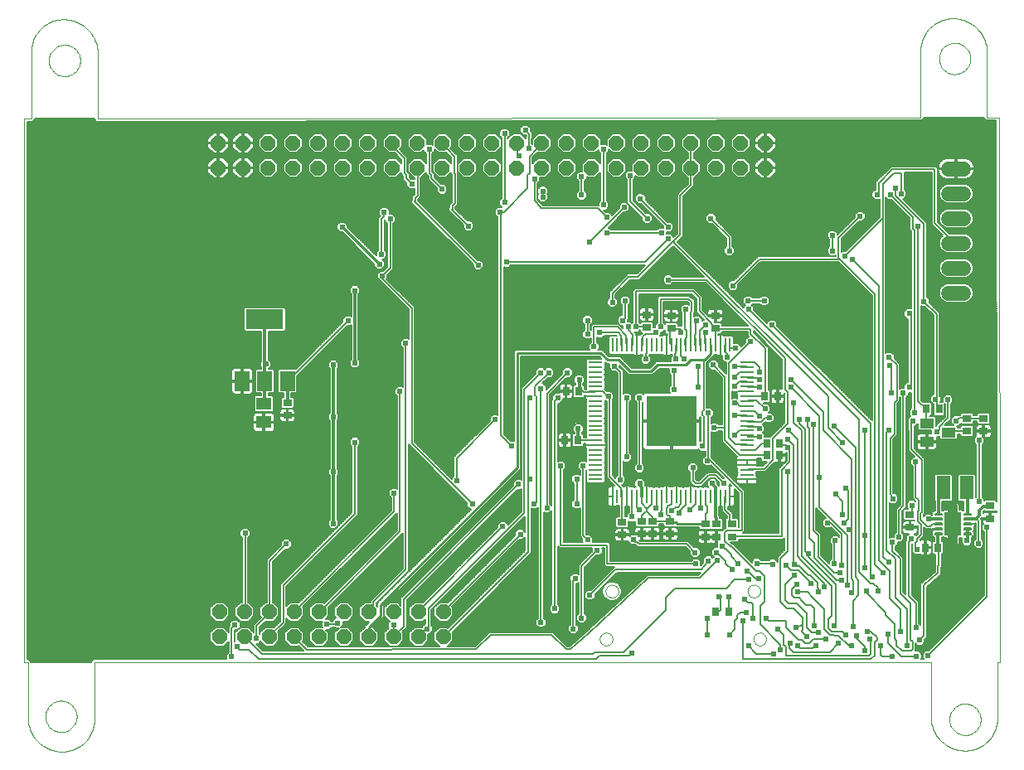
<source format=gtl>
G75*
G70*
%OFA0B0*%
%FSLAX24Y24*%
%IPPOS*%
%LPD*%
%AMOC8*
5,1,8,0,0,1.08239X$1,22.5*
%
%ADD10C,0.0000*%
%ADD11OC8,0.0600*%
%ADD12R,0.0110X0.1496*%
%ADD13R,0.0650X0.0945*%
%ADD14C,0.0055*%
%ADD15R,0.0551X0.0945*%
%ADD16R,0.0354X0.0276*%
%ADD17R,0.0276X0.0354*%
%ADD18R,0.0551X0.0394*%
%ADD19R,0.0580X0.0110*%
%ADD20R,0.0110X0.0580*%
%ADD21R,0.2050X0.2050*%
%ADD22C,0.0600*%
%ADD23R,0.0591X0.0787*%
%ADD24R,0.1496X0.0787*%
%ADD25R,0.0591X0.0512*%
%ADD26C,0.0060*%
%ADD27C,0.0394*%
%ADD28C,0.0240*%
%ADD29C,0.0118*%
%ADD30C,0.0240*%
%ADD31C,0.0100*%
%ADD32C,0.0079*%
D10*
X001652Y000107D02*
X001722Y000109D01*
X001792Y000115D01*
X001862Y000124D01*
X001931Y000137D01*
X002000Y000154D01*
X002067Y000175D01*
X002133Y000199D01*
X002197Y000227D01*
X002260Y000258D01*
X002322Y000293D01*
X002381Y000331D01*
X002438Y000372D01*
X002493Y000416D01*
X002545Y000463D01*
X002595Y000513D01*
X002642Y000565D01*
X002686Y000620D01*
X002727Y000677D01*
X002765Y000736D01*
X002800Y000798D01*
X002831Y000861D01*
X002859Y000925D01*
X002883Y000991D01*
X002904Y001058D01*
X002921Y001127D01*
X002934Y001196D01*
X002943Y001266D01*
X002949Y001336D01*
X002951Y001406D01*
X002951Y003690D01*
X036573Y003690D01*
X036573Y001524D01*
X036575Y001452D01*
X036581Y001380D01*
X036590Y001308D01*
X036603Y001237D01*
X036620Y001167D01*
X036640Y001098D01*
X036665Y001030D01*
X036692Y000964D01*
X036723Y000898D01*
X036758Y000835D01*
X036795Y000773D01*
X036836Y000714D01*
X036880Y000657D01*
X036927Y000602D01*
X036977Y000550D01*
X037029Y000500D01*
X037084Y000453D01*
X037141Y000409D01*
X037200Y000368D01*
X037262Y000331D01*
X037325Y000296D01*
X037391Y000265D01*
X037457Y000238D01*
X037525Y000213D01*
X037594Y000193D01*
X037664Y000176D01*
X037735Y000163D01*
X037807Y000154D01*
X037879Y000148D01*
X037951Y000146D01*
X037321Y001406D02*
X037323Y001456D01*
X037329Y001506D01*
X037339Y001555D01*
X037353Y001603D01*
X037370Y001650D01*
X037391Y001695D01*
X037416Y001739D01*
X037444Y001780D01*
X037476Y001819D01*
X037510Y001856D01*
X037547Y001890D01*
X037587Y001920D01*
X037629Y001947D01*
X037673Y001971D01*
X037719Y001992D01*
X037766Y002008D01*
X037814Y002021D01*
X037864Y002030D01*
X037913Y002035D01*
X037964Y002036D01*
X038014Y002033D01*
X038063Y002026D01*
X038112Y002015D01*
X038160Y002000D01*
X038206Y001982D01*
X038251Y001960D01*
X038294Y001934D01*
X038335Y001905D01*
X038374Y001873D01*
X038410Y001838D01*
X038442Y001800D01*
X038472Y001760D01*
X038499Y001717D01*
X038522Y001673D01*
X038541Y001627D01*
X038557Y001579D01*
X038569Y001530D01*
X038577Y001481D01*
X038581Y001431D01*
X038581Y001381D01*
X038577Y001331D01*
X038569Y001282D01*
X038557Y001233D01*
X038541Y001185D01*
X038522Y001139D01*
X038499Y001095D01*
X038472Y001052D01*
X038442Y001012D01*
X038410Y000974D01*
X038374Y000939D01*
X038335Y000907D01*
X038294Y000878D01*
X038251Y000852D01*
X038206Y000830D01*
X038160Y000812D01*
X038112Y000797D01*
X038063Y000786D01*
X038014Y000779D01*
X037964Y000776D01*
X037913Y000777D01*
X037864Y000782D01*
X037814Y000791D01*
X037766Y000804D01*
X037719Y000820D01*
X037673Y000841D01*
X037629Y000865D01*
X037587Y000892D01*
X037547Y000922D01*
X037510Y000956D01*
X037476Y000993D01*
X037444Y001032D01*
X037416Y001073D01*
X037391Y001117D01*
X037370Y001162D01*
X037353Y001209D01*
X037339Y001257D01*
X037329Y001306D01*
X037323Y001356D01*
X037321Y001406D01*
X037951Y000147D02*
X038021Y000149D01*
X038091Y000155D01*
X038161Y000164D01*
X038230Y000177D01*
X038299Y000194D01*
X038366Y000215D01*
X038432Y000239D01*
X038496Y000267D01*
X038559Y000298D01*
X038621Y000333D01*
X038680Y000371D01*
X038737Y000412D01*
X038792Y000456D01*
X038844Y000503D01*
X038894Y000553D01*
X038941Y000605D01*
X038985Y000660D01*
X039026Y000717D01*
X039064Y000776D01*
X039099Y000838D01*
X039130Y000901D01*
X039158Y000965D01*
X039182Y001031D01*
X039203Y001098D01*
X039220Y001167D01*
X039233Y001236D01*
X039242Y001306D01*
X039248Y001376D01*
X039250Y001446D01*
X039250Y003690D01*
X039349Y003690D01*
X039329Y025619D01*
X038837Y025619D01*
X038837Y028217D01*
X036907Y027981D02*
X036909Y028031D01*
X036915Y028081D01*
X036925Y028130D01*
X036939Y028178D01*
X036956Y028225D01*
X036977Y028270D01*
X037002Y028314D01*
X037030Y028355D01*
X037062Y028394D01*
X037096Y028431D01*
X037133Y028465D01*
X037173Y028495D01*
X037215Y028522D01*
X037259Y028546D01*
X037305Y028567D01*
X037352Y028583D01*
X037400Y028596D01*
X037450Y028605D01*
X037499Y028610D01*
X037550Y028611D01*
X037600Y028608D01*
X037649Y028601D01*
X037698Y028590D01*
X037746Y028575D01*
X037792Y028557D01*
X037837Y028535D01*
X037880Y028509D01*
X037921Y028480D01*
X037960Y028448D01*
X037996Y028413D01*
X038028Y028375D01*
X038058Y028335D01*
X038085Y028292D01*
X038108Y028248D01*
X038127Y028202D01*
X038143Y028154D01*
X038155Y028105D01*
X038163Y028056D01*
X038167Y028006D01*
X038167Y027956D01*
X038163Y027906D01*
X038155Y027857D01*
X038143Y027808D01*
X038127Y027760D01*
X038108Y027714D01*
X038085Y027670D01*
X038058Y027627D01*
X038028Y027587D01*
X037996Y027549D01*
X037960Y027514D01*
X037921Y027482D01*
X037880Y027453D01*
X037837Y027427D01*
X037792Y027405D01*
X037746Y027387D01*
X037698Y027372D01*
X037649Y027361D01*
X037600Y027354D01*
X037550Y027351D01*
X037499Y027352D01*
X037450Y027357D01*
X037400Y027366D01*
X037352Y027379D01*
X037305Y027395D01*
X037259Y027416D01*
X037215Y027440D01*
X037173Y027467D01*
X037133Y027497D01*
X037096Y027531D01*
X037062Y027568D01*
X037030Y027607D01*
X037002Y027648D01*
X036977Y027692D01*
X036956Y027737D01*
X036939Y027784D01*
X036925Y027832D01*
X036915Y027881D01*
X036909Y027931D01*
X036907Y027981D01*
X037459Y029595D02*
X037531Y029593D01*
X037603Y029587D01*
X037675Y029578D01*
X037746Y029565D01*
X037816Y029548D01*
X037885Y029528D01*
X037953Y029503D01*
X038019Y029476D01*
X038085Y029445D01*
X038148Y029410D01*
X038210Y029373D01*
X038269Y029332D01*
X038326Y029288D01*
X038381Y029241D01*
X038433Y029191D01*
X038483Y029139D01*
X038530Y029084D01*
X038574Y029027D01*
X038615Y028968D01*
X038652Y028906D01*
X038687Y028843D01*
X038718Y028777D01*
X038745Y028711D01*
X038770Y028643D01*
X038790Y028574D01*
X038807Y028504D01*
X038820Y028433D01*
X038829Y028361D01*
X038835Y028289D01*
X038837Y028217D01*
X037459Y029595D02*
X037389Y029593D01*
X037319Y029587D01*
X037249Y029578D01*
X037180Y029565D01*
X037111Y029548D01*
X037044Y029527D01*
X036978Y029503D01*
X036914Y029475D01*
X036851Y029444D01*
X036789Y029409D01*
X036730Y029371D01*
X036673Y029330D01*
X036618Y029286D01*
X036566Y029239D01*
X036516Y029189D01*
X036469Y029137D01*
X036425Y029082D01*
X036384Y029025D01*
X036346Y028966D01*
X036311Y028904D01*
X036280Y028841D01*
X036252Y028777D01*
X036228Y028711D01*
X036207Y028644D01*
X036190Y028575D01*
X036177Y028506D01*
X036168Y028436D01*
X036162Y028366D01*
X036160Y028296D01*
X036160Y025619D01*
X003089Y025580D01*
X003089Y028178D01*
X001120Y027902D02*
X001122Y027952D01*
X001128Y028002D01*
X001138Y028051D01*
X001152Y028099D01*
X001169Y028146D01*
X001190Y028191D01*
X001215Y028235D01*
X001243Y028276D01*
X001275Y028315D01*
X001309Y028352D01*
X001346Y028386D01*
X001386Y028416D01*
X001428Y028443D01*
X001472Y028467D01*
X001518Y028488D01*
X001565Y028504D01*
X001613Y028517D01*
X001663Y028526D01*
X001712Y028531D01*
X001763Y028532D01*
X001813Y028529D01*
X001862Y028522D01*
X001911Y028511D01*
X001959Y028496D01*
X002005Y028478D01*
X002050Y028456D01*
X002093Y028430D01*
X002134Y028401D01*
X002173Y028369D01*
X002209Y028334D01*
X002241Y028296D01*
X002271Y028256D01*
X002298Y028213D01*
X002321Y028169D01*
X002340Y028123D01*
X002356Y028075D01*
X002368Y028026D01*
X002376Y027977D01*
X002380Y027927D01*
X002380Y027877D01*
X002376Y027827D01*
X002368Y027778D01*
X002356Y027729D01*
X002340Y027681D01*
X002321Y027635D01*
X002298Y027591D01*
X002271Y027548D01*
X002241Y027508D01*
X002209Y027470D01*
X002173Y027435D01*
X002134Y027403D01*
X002093Y027374D01*
X002050Y027348D01*
X002005Y027326D01*
X001959Y027308D01*
X001911Y027293D01*
X001862Y027282D01*
X001813Y027275D01*
X001763Y027272D01*
X001712Y027273D01*
X001663Y027278D01*
X001613Y027287D01*
X001565Y027300D01*
X001518Y027316D01*
X001472Y027337D01*
X001428Y027361D01*
X001386Y027388D01*
X001346Y027418D01*
X001309Y027452D01*
X001275Y027489D01*
X001243Y027528D01*
X001215Y027569D01*
X001190Y027613D01*
X001169Y027658D01*
X001152Y027705D01*
X001138Y027753D01*
X001128Y027802D01*
X001122Y027852D01*
X001120Y027902D01*
X001711Y029556D02*
X001783Y029554D01*
X001855Y029548D01*
X001927Y029539D01*
X001998Y029526D01*
X002068Y029509D01*
X002137Y029489D01*
X002205Y029464D01*
X002271Y029437D01*
X002337Y029406D01*
X002400Y029371D01*
X002462Y029334D01*
X002521Y029293D01*
X002578Y029249D01*
X002633Y029202D01*
X002685Y029152D01*
X002735Y029100D01*
X002782Y029045D01*
X002826Y028988D01*
X002867Y028929D01*
X002904Y028867D01*
X002939Y028804D01*
X002970Y028738D01*
X002997Y028672D01*
X003022Y028604D01*
X003042Y028535D01*
X003059Y028465D01*
X003072Y028394D01*
X003081Y028322D01*
X003087Y028250D01*
X003089Y028178D01*
X001711Y029556D02*
X001641Y029554D01*
X001571Y029548D01*
X001501Y029539D01*
X001432Y029526D01*
X001363Y029509D01*
X001296Y029488D01*
X001230Y029464D01*
X001166Y029436D01*
X001103Y029405D01*
X001041Y029370D01*
X000982Y029332D01*
X000925Y029291D01*
X000870Y029247D01*
X000818Y029200D01*
X000768Y029150D01*
X000721Y029098D01*
X000677Y029043D01*
X000636Y028986D01*
X000598Y028927D01*
X000563Y028865D01*
X000532Y028802D01*
X000504Y028738D01*
X000480Y028672D01*
X000459Y028605D01*
X000442Y028536D01*
X000429Y028467D01*
X000420Y028397D01*
X000414Y028327D01*
X000412Y028257D01*
X000411Y028257D02*
X000411Y025580D01*
X000136Y025580D01*
X000136Y003690D01*
X000274Y003690D01*
X000274Y001485D01*
X000982Y001524D02*
X000984Y001574D01*
X000990Y001624D01*
X001000Y001673D01*
X001014Y001721D01*
X001031Y001768D01*
X001052Y001813D01*
X001077Y001857D01*
X001105Y001898D01*
X001137Y001937D01*
X001171Y001974D01*
X001208Y002008D01*
X001248Y002038D01*
X001290Y002065D01*
X001334Y002089D01*
X001380Y002110D01*
X001427Y002126D01*
X001475Y002139D01*
X001525Y002148D01*
X001574Y002153D01*
X001625Y002154D01*
X001675Y002151D01*
X001724Y002144D01*
X001773Y002133D01*
X001821Y002118D01*
X001867Y002100D01*
X001912Y002078D01*
X001955Y002052D01*
X001996Y002023D01*
X002035Y001991D01*
X002071Y001956D01*
X002103Y001918D01*
X002133Y001878D01*
X002160Y001835D01*
X002183Y001791D01*
X002202Y001745D01*
X002218Y001697D01*
X002230Y001648D01*
X002238Y001599D01*
X002242Y001549D01*
X002242Y001499D01*
X002238Y001449D01*
X002230Y001400D01*
X002218Y001351D01*
X002202Y001303D01*
X002183Y001257D01*
X002160Y001213D01*
X002133Y001170D01*
X002103Y001130D01*
X002071Y001092D01*
X002035Y001057D01*
X001996Y001025D01*
X001955Y000996D01*
X001912Y000970D01*
X001867Y000948D01*
X001821Y000930D01*
X001773Y000915D01*
X001724Y000904D01*
X001675Y000897D01*
X001625Y000894D01*
X001574Y000895D01*
X001525Y000900D01*
X001475Y000909D01*
X001427Y000922D01*
X001380Y000938D01*
X001334Y000959D01*
X001290Y000983D01*
X001248Y001010D01*
X001208Y001040D01*
X001171Y001074D01*
X001137Y001111D01*
X001105Y001150D01*
X001077Y001191D01*
X001052Y001235D01*
X001031Y001280D01*
X001014Y001327D01*
X001000Y001375D01*
X000990Y001424D01*
X000984Y001474D01*
X000982Y001524D01*
X000274Y001485D02*
X000276Y001413D01*
X000282Y001341D01*
X000291Y001269D01*
X000304Y001198D01*
X000321Y001128D01*
X000341Y001059D01*
X000366Y000991D01*
X000393Y000925D01*
X000424Y000859D01*
X000459Y000796D01*
X000496Y000734D01*
X000537Y000675D01*
X000581Y000618D01*
X000628Y000563D01*
X000678Y000511D01*
X000730Y000461D01*
X000785Y000414D01*
X000842Y000370D01*
X000901Y000329D01*
X000963Y000292D01*
X001026Y000257D01*
X001092Y000226D01*
X001158Y000199D01*
X001226Y000174D01*
X001295Y000154D01*
X001365Y000137D01*
X001436Y000124D01*
X001508Y000115D01*
X001580Y000109D01*
X001652Y000107D01*
X023266Y004635D02*
X023268Y004666D01*
X023274Y004697D01*
X023283Y004727D01*
X023296Y004756D01*
X023313Y004783D01*
X023333Y004807D01*
X023355Y004829D01*
X023381Y004848D01*
X023408Y004864D01*
X023437Y004876D01*
X023467Y004885D01*
X023498Y004890D01*
X023530Y004891D01*
X023561Y004888D01*
X023592Y004881D01*
X023622Y004871D01*
X023650Y004857D01*
X023676Y004839D01*
X023700Y004819D01*
X023721Y004795D01*
X023740Y004770D01*
X023755Y004742D01*
X023766Y004713D01*
X023774Y004682D01*
X023778Y004651D01*
X023778Y004619D01*
X023774Y004588D01*
X023766Y004557D01*
X023755Y004528D01*
X023740Y004500D01*
X023721Y004475D01*
X023700Y004451D01*
X023676Y004431D01*
X023650Y004413D01*
X023622Y004399D01*
X023592Y004389D01*
X023561Y004382D01*
X023530Y004379D01*
X023498Y004380D01*
X023467Y004385D01*
X023437Y004394D01*
X023408Y004406D01*
X023381Y004422D01*
X023355Y004441D01*
X023333Y004463D01*
X023313Y004487D01*
X023296Y004514D01*
X023283Y004543D01*
X023274Y004573D01*
X023268Y004604D01*
X023266Y004635D01*
X023502Y006564D02*
X023504Y006595D01*
X023510Y006626D01*
X023519Y006656D01*
X023532Y006685D01*
X023549Y006712D01*
X023569Y006736D01*
X023591Y006758D01*
X023617Y006777D01*
X023644Y006793D01*
X023673Y006805D01*
X023703Y006814D01*
X023734Y006819D01*
X023766Y006820D01*
X023797Y006817D01*
X023828Y006810D01*
X023858Y006800D01*
X023886Y006786D01*
X023912Y006768D01*
X023936Y006748D01*
X023957Y006724D01*
X023976Y006699D01*
X023991Y006671D01*
X024002Y006642D01*
X024010Y006611D01*
X024014Y006580D01*
X024014Y006548D01*
X024010Y006517D01*
X024002Y006486D01*
X023991Y006457D01*
X023976Y006429D01*
X023957Y006404D01*
X023936Y006380D01*
X023912Y006360D01*
X023886Y006342D01*
X023858Y006328D01*
X023828Y006318D01*
X023797Y006311D01*
X023766Y006308D01*
X023734Y006309D01*
X023703Y006314D01*
X023673Y006323D01*
X023644Y006335D01*
X023617Y006351D01*
X023591Y006370D01*
X023569Y006392D01*
X023549Y006416D01*
X023532Y006443D01*
X023519Y006472D01*
X023510Y006502D01*
X023504Y006533D01*
X023502Y006564D01*
X029211Y006564D02*
X029213Y006595D01*
X029219Y006626D01*
X029228Y006656D01*
X029241Y006685D01*
X029258Y006712D01*
X029278Y006736D01*
X029300Y006758D01*
X029326Y006777D01*
X029353Y006793D01*
X029382Y006805D01*
X029412Y006814D01*
X029443Y006819D01*
X029475Y006820D01*
X029506Y006817D01*
X029537Y006810D01*
X029567Y006800D01*
X029595Y006786D01*
X029621Y006768D01*
X029645Y006748D01*
X029666Y006724D01*
X029685Y006699D01*
X029700Y006671D01*
X029711Y006642D01*
X029719Y006611D01*
X029723Y006580D01*
X029723Y006548D01*
X029719Y006517D01*
X029711Y006486D01*
X029700Y006457D01*
X029685Y006429D01*
X029666Y006404D01*
X029645Y006380D01*
X029621Y006360D01*
X029595Y006342D01*
X029567Y006328D01*
X029537Y006318D01*
X029506Y006311D01*
X029475Y006308D01*
X029443Y006309D01*
X029412Y006314D01*
X029382Y006323D01*
X029353Y006335D01*
X029326Y006351D01*
X029300Y006370D01*
X029278Y006392D01*
X029258Y006416D01*
X029241Y006443D01*
X029228Y006472D01*
X029219Y006502D01*
X029213Y006533D01*
X029211Y006564D01*
X029447Y004635D02*
X029449Y004666D01*
X029455Y004697D01*
X029464Y004727D01*
X029477Y004756D01*
X029494Y004783D01*
X029514Y004807D01*
X029536Y004829D01*
X029562Y004848D01*
X029589Y004864D01*
X029618Y004876D01*
X029648Y004885D01*
X029679Y004890D01*
X029711Y004891D01*
X029742Y004888D01*
X029773Y004881D01*
X029803Y004871D01*
X029831Y004857D01*
X029857Y004839D01*
X029881Y004819D01*
X029902Y004795D01*
X029921Y004770D01*
X029936Y004742D01*
X029947Y004713D01*
X029955Y004682D01*
X029959Y004651D01*
X029959Y004619D01*
X029955Y004588D01*
X029947Y004557D01*
X029936Y004528D01*
X029921Y004500D01*
X029902Y004475D01*
X029881Y004451D01*
X029857Y004431D01*
X029831Y004413D01*
X029803Y004399D01*
X029773Y004389D01*
X029742Y004382D01*
X029711Y004379D01*
X029679Y004380D01*
X029648Y004385D01*
X029618Y004394D01*
X029589Y004406D01*
X029562Y004422D01*
X029536Y004441D01*
X029514Y004463D01*
X029494Y004487D01*
X029477Y004514D01*
X029464Y004543D01*
X029455Y004573D01*
X029449Y004604D01*
X029447Y004635D01*
D11*
X016978Y004725D03*
X015978Y004725D03*
X014978Y004725D03*
X013978Y004725D03*
X012978Y004725D03*
X011978Y004725D03*
X010978Y004725D03*
X009978Y004725D03*
X008978Y004725D03*
X007978Y004725D03*
X007978Y005725D03*
X008978Y005725D03*
X009978Y005725D03*
X010978Y005725D03*
X011978Y005725D03*
X012978Y005725D03*
X013978Y005725D03*
X014978Y005725D03*
X015978Y005725D03*
X016978Y005725D03*
X016935Y023583D03*
X015935Y023583D03*
X014935Y023583D03*
X013935Y023583D03*
X012935Y023583D03*
X011935Y023583D03*
X010935Y023583D03*
X009935Y023583D03*
X008935Y023583D03*
X007935Y023583D03*
X007935Y024583D03*
X008935Y024583D03*
X009935Y024583D03*
X010935Y024583D03*
X011935Y024583D03*
X012935Y024583D03*
X013935Y024583D03*
X014935Y024583D03*
X015935Y024583D03*
X016935Y024583D03*
X017935Y024583D03*
X018935Y024583D03*
X018935Y023583D03*
X017935Y023583D03*
X019935Y023583D03*
X020935Y023583D03*
X021935Y023583D03*
X022935Y023583D03*
X023935Y023583D03*
X024935Y023583D03*
X025935Y023583D03*
X026935Y023583D03*
X027935Y023583D03*
X028935Y023583D03*
X029935Y023583D03*
X029935Y024583D03*
X028935Y024583D03*
X027935Y024583D03*
X026935Y024583D03*
X025935Y024583D03*
X024935Y024583D03*
X023935Y024583D03*
X022935Y024583D03*
X021935Y024583D03*
X020935Y024583D03*
X019935Y024583D03*
D12*
X037361Y009263D03*
X037577Y009263D03*
D13*
X037469Y009263D03*
D14*
X037910Y009291D02*
X038190Y009291D01*
X038190Y009235D01*
X037910Y009235D01*
X037910Y009291D01*
X037910Y009289D02*
X038190Y009289D01*
X038190Y009488D02*
X037910Y009488D01*
X038190Y009488D02*
X038190Y009432D01*
X037910Y009432D01*
X037910Y009488D01*
X037910Y009486D02*
X038190Y009486D01*
X038190Y009685D02*
X037910Y009685D01*
X038190Y009685D02*
X038190Y009629D01*
X037910Y009629D01*
X037910Y009685D01*
X037910Y009683D02*
X038190Y009683D01*
X038190Y009095D02*
X037910Y009095D01*
X038190Y009095D02*
X038190Y009039D01*
X037910Y009039D01*
X037910Y009095D01*
X037910Y009093D02*
X038190Y009093D01*
X038190Y008898D02*
X037910Y008898D01*
X038190Y008898D02*
X038190Y008842D01*
X037910Y008842D01*
X037910Y008898D01*
X037910Y008896D02*
X038190Y008896D01*
X037028Y008842D02*
X036748Y008842D01*
X036748Y008898D01*
X037028Y008898D01*
X037028Y008842D01*
X037028Y008896D02*
X036748Y008896D01*
X036748Y009039D02*
X037028Y009039D01*
X036748Y009039D02*
X036748Y009095D01*
X037028Y009095D01*
X037028Y009039D01*
X037028Y009093D02*
X036748Y009093D01*
X036748Y009235D02*
X037028Y009235D01*
X036748Y009235D02*
X036748Y009291D01*
X037028Y009291D01*
X037028Y009235D01*
X037028Y009289D02*
X036748Y009289D01*
X036748Y009432D02*
X037028Y009432D01*
X036748Y009432D02*
X036748Y009488D01*
X037028Y009488D01*
X037028Y009432D01*
X037028Y009486D02*
X036748Y009486D01*
X036748Y009629D02*
X037028Y009629D01*
X036748Y009629D02*
X036748Y009685D01*
X037028Y009685D01*
X037028Y009629D01*
X037028Y009683D02*
X036748Y009683D01*
D15*
X037075Y010720D03*
X038020Y010720D03*
D16*
X038965Y009992D03*
X038965Y009480D03*
X035737Y009637D03*
X035737Y009126D03*
X038030Y013001D03*
X038030Y013513D03*
X038699Y013513D03*
X038699Y013001D03*
X028581Y009261D03*
X027951Y009261D03*
X027518Y009261D03*
X027518Y008749D03*
X027951Y008749D03*
X028581Y008749D03*
X026100Y008867D03*
X026100Y009379D03*
X025392Y009379D03*
X024959Y009379D03*
X024959Y008867D03*
X025392Y008867D03*
X024171Y008828D03*
X024171Y009339D03*
X025156Y017174D03*
X025156Y017686D03*
X026140Y017646D03*
X026140Y017135D03*
X027911Y017135D03*
X027911Y017646D03*
X010707Y014143D03*
X010707Y013631D03*
D17*
X021868Y012627D03*
X022380Y012627D03*
X022419Y014595D03*
X021908Y014595D03*
X029900Y014398D03*
X030411Y014398D03*
X030490Y012509D03*
X029978Y012509D03*
X029978Y012036D03*
X030490Y012036D03*
X036396Y013887D03*
X036908Y013887D03*
X036859Y008319D03*
X036347Y008319D03*
X028443Y005737D03*
X027931Y005737D03*
D18*
X036415Y012568D03*
X036415Y013316D03*
X037282Y012942D03*
D19*
X029180Y013024D03*
X029180Y013214D03*
X029180Y013414D03*
X029180Y013614D03*
X029180Y013804D03*
X029180Y014004D03*
X029180Y014204D03*
X029180Y014394D03*
X029180Y014594D03*
X029180Y014794D03*
X029180Y014984D03*
X029180Y015184D03*
X029180Y015384D03*
X029180Y015584D03*
X029180Y015774D03*
X029180Y012824D03*
X029180Y012624D03*
X029180Y012434D03*
X029180Y012234D03*
X029180Y012034D03*
X029180Y011844D03*
X029180Y011644D03*
X029180Y011444D03*
X029180Y011244D03*
X029180Y011054D03*
X023100Y011054D03*
X023100Y011244D03*
X023100Y011444D03*
X023100Y011644D03*
X023100Y011844D03*
X023100Y012034D03*
X023100Y012234D03*
X023100Y012434D03*
X023100Y012624D03*
X023100Y012824D03*
X023100Y013024D03*
X023100Y013214D03*
X023100Y013414D03*
X023100Y013614D03*
X023100Y013804D03*
X023100Y014004D03*
X023100Y014204D03*
X023100Y014394D03*
X023100Y014594D03*
X023100Y014794D03*
X023100Y014984D03*
X023100Y015184D03*
X023100Y015384D03*
X023100Y015584D03*
X023100Y015774D03*
D20*
X023780Y016454D03*
X023970Y016454D03*
X024170Y016454D03*
X024370Y016454D03*
X024570Y016454D03*
X024760Y016454D03*
X024960Y016454D03*
X025160Y016454D03*
X025350Y016454D03*
X025550Y016454D03*
X025750Y016454D03*
X025940Y016454D03*
X026140Y016454D03*
X026340Y016454D03*
X026530Y016454D03*
X026730Y016454D03*
X026930Y016454D03*
X027120Y016454D03*
X027320Y016454D03*
X027520Y016454D03*
X027710Y016454D03*
X027910Y016454D03*
X028110Y016454D03*
X028310Y016454D03*
X028500Y016454D03*
X028500Y010374D03*
X028310Y010374D03*
X028110Y010374D03*
X027910Y010374D03*
X027710Y010374D03*
X027520Y010374D03*
X027320Y010374D03*
X027120Y010374D03*
X026930Y010374D03*
X026730Y010374D03*
X026530Y010374D03*
X026340Y010374D03*
X026140Y010374D03*
X025940Y010374D03*
X025750Y010374D03*
X025550Y010374D03*
X025350Y010374D03*
X025160Y010374D03*
X024960Y010374D03*
X024760Y010374D03*
X024570Y010374D03*
X024370Y010374D03*
X024170Y010374D03*
X023970Y010374D03*
X023780Y010374D03*
D21*
X026150Y013394D03*
D22*
X037297Y018552D02*
X037897Y018552D01*
X037897Y019552D02*
X037297Y019552D01*
X037297Y020552D02*
X037897Y020552D01*
X037897Y021552D02*
X037297Y021552D01*
X037297Y022552D02*
X037897Y022552D01*
X037897Y023552D02*
X037297Y023552D01*
D23*
X010707Y015009D03*
X009801Y015009D03*
X008896Y015009D03*
D24*
X009801Y017489D03*
D25*
X009762Y014103D03*
X009762Y013355D03*
D26*
X009792Y013356D02*
X012408Y013356D01*
X012408Y013297D02*
X010187Y013297D01*
X010187Y013325D02*
X010187Y013082D01*
X010178Y013049D01*
X010161Y013019D01*
X010137Y012995D01*
X010107Y012978D01*
X010074Y012969D01*
X009792Y012969D01*
X009792Y013325D01*
X009792Y013385D01*
X010187Y013385D01*
X010187Y013628D01*
X010178Y013661D01*
X010161Y013691D01*
X010137Y013715D01*
X010107Y013732D01*
X010074Y013741D01*
X009792Y013741D01*
X009792Y013385D01*
X009732Y013385D01*
X009732Y013741D01*
X009449Y013741D01*
X009416Y013732D01*
X009387Y013715D01*
X009363Y013691D01*
X009345Y013661D01*
X009337Y013628D01*
X009337Y013385D01*
X009732Y013385D01*
X009732Y013325D01*
X009792Y013325D01*
X010187Y013325D01*
X010187Y013239D02*
X012408Y013239D01*
X012408Y013180D02*
X010187Y013180D01*
X010187Y013122D02*
X012408Y013122D01*
X012408Y013063D02*
X010182Y013063D01*
X010147Y013005D02*
X012408Y013005D01*
X012408Y012946D02*
X000266Y012946D01*
X000266Y012888D02*
X012408Y012888D01*
X012408Y012829D02*
X000266Y012829D01*
X000266Y012771D02*
X012408Y012771D01*
X012408Y012712D02*
X000266Y012712D01*
X000266Y012654D02*
X012408Y012654D01*
X012408Y012595D02*
X000266Y012595D01*
X000266Y012536D02*
X012408Y012536D01*
X012408Y012478D02*
X000266Y012478D01*
X000266Y012419D02*
X012408Y012419D01*
X012408Y012361D02*
X000266Y012361D01*
X000266Y012302D02*
X012408Y012302D01*
X012408Y012244D02*
X000266Y012244D01*
X000266Y012185D02*
X012408Y012185D01*
X012408Y012127D02*
X000266Y012127D01*
X000266Y012068D02*
X012408Y012068D01*
X012408Y012010D02*
X000266Y012010D01*
X000266Y011951D02*
X012408Y011951D01*
X012408Y011892D02*
X000266Y011892D01*
X000266Y011834D02*
X012408Y011834D01*
X012408Y011775D02*
X000266Y011775D01*
X000266Y011717D02*
X012408Y011717D01*
X012408Y011658D02*
X000266Y011658D01*
X000266Y011600D02*
X012408Y011600D01*
X012408Y011541D02*
X000266Y011541D01*
X000266Y011483D02*
X012376Y011483D01*
X012347Y011454D02*
X012347Y011280D01*
X012408Y011219D01*
X012408Y009428D01*
X012347Y009367D01*
X012347Y009193D01*
X012470Y009070D01*
X012644Y009070D01*
X012767Y009193D01*
X012767Y009367D01*
X012706Y009428D01*
X012706Y011219D01*
X012767Y011280D01*
X012767Y011454D01*
X012706Y011515D01*
X012706Y013424D01*
X012767Y013485D01*
X012767Y013659D01*
X012706Y013720D01*
X012706Y015510D01*
X012767Y015571D01*
X012767Y015745D01*
X012644Y015868D01*
X012470Y015868D01*
X012347Y015745D01*
X012347Y015571D01*
X012408Y015510D01*
X012408Y013720D01*
X012347Y013659D01*
X012347Y013485D01*
X012408Y013424D01*
X012408Y011515D01*
X012347Y011454D01*
X012347Y011424D02*
X000266Y011424D01*
X000266Y011366D02*
X012347Y011366D01*
X012347Y011307D02*
X000266Y011307D01*
X000266Y011248D02*
X012379Y011248D01*
X012408Y011190D02*
X000266Y011190D01*
X000266Y011131D02*
X012408Y011131D01*
X012408Y011073D02*
X000266Y011073D01*
X000266Y011014D02*
X012408Y011014D01*
X012408Y010956D02*
X000266Y010956D01*
X000266Y010897D02*
X012408Y010897D01*
X012408Y010839D02*
X000266Y010839D01*
X000266Y010780D02*
X012408Y010780D01*
X012408Y010722D02*
X000266Y010722D01*
X000266Y010663D02*
X012408Y010663D01*
X012408Y010604D02*
X000266Y010604D01*
X000266Y010546D02*
X012408Y010546D01*
X012408Y010487D02*
X000266Y010487D01*
X000266Y010429D02*
X012408Y010429D01*
X012408Y010370D02*
X000266Y010370D01*
X000266Y010312D02*
X012408Y010312D01*
X012408Y010253D02*
X000266Y010253D01*
X000266Y010195D02*
X012408Y010195D01*
X012408Y010136D02*
X000266Y010136D01*
X000266Y010078D02*
X012408Y010078D01*
X012408Y010019D02*
X000266Y010019D01*
X000266Y009961D02*
X012408Y009961D01*
X012408Y009902D02*
X000266Y009902D01*
X000266Y009843D02*
X012408Y009843D01*
X012408Y009785D02*
X000266Y009785D01*
X000266Y009726D02*
X012408Y009726D01*
X012408Y009668D02*
X000266Y009668D01*
X000266Y009609D02*
X012408Y009609D01*
X012408Y009551D02*
X000266Y009551D01*
X000266Y009492D02*
X012408Y009492D01*
X012408Y009434D02*
X000266Y009434D01*
X000266Y009375D02*
X012355Y009375D01*
X012347Y009317D02*
X000266Y009317D01*
X000266Y009258D02*
X012347Y009258D01*
X012347Y009199D02*
X000266Y009199D01*
X000266Y009141D02*
X012400Y009141D01*
X012458Y009082D02*
X009115Y009082D01*
X009101Y009097D02*
X008927Y009097D01*
X008804Y008974D01*
X008804Y008800D01*
X008894Y008710D01*
X008894Y006115D01*
X008817Y006115D01*
X008588Y005887D01*
X008588Y005564D01*
X008817Y005335D01*
X009140Y005335D01*
X009368Y005564D01*
X009368Y005887D01*
X009140Y006115D01*
X009134Y006115D01*
X009134Y008710D01*
X009224Y008800D01*
X009224Y008974D01*
X009101Y009097D01*
X009174Y009024D02*
X012603Y009024D01*
X012656Y009082D02*
X012662Y009082D01*
X012715Y009141D02*
X012721Y009141D01*
X012767Y009199D02*
X012779Y009199D01*
X012767Y009258D02*
X012838Y009258D01*
X012896Y009317D02*
X012767Y009317D01*
X012759Y009375D02*
X012955Y009375D01*
X013013Y009434D02*
X012706Y009434D01*
X012706Y009492D02*
X013072Y009492D01*
X013130Y009551D02*
X012706Y009551D01*
X012706Y009609D02*
X013189Y009609D01*
X013247Y009668D02*
X012706Y009668D01*
X012706Y009726D02*
X013303Y009726D01*
X013303Y009724D02*
X010429Y006850D01*
X010429Y006750D01*
X010429Y005354D01*
X010165Y005090D01*
X010140Y005115D01*
X009817Y005115D01*
X009588Y004887D01*
X009588Y004829D01*
X009587Y004831D01*
X009587Y005116D01*
X009811Y005341D01*
X009817Y005335D01*
X010140Y005335D01*
X010368Y005564D01*
X010368Y005887D01*
X010140Y006115D01*
X010118Y006115D01*
X010118Y007735D01*
X010627Y008244D01*
X010754Y008244D01*
X010877Y008367D01*
X010877Y008541D01*
X010754Y008664D01*
X010580Y008664D01*
X010457Y008541D01*
X010457Y008413D01*
X009948Y007904D01*
X009878Y007834D01*
X009878Y006115D01*
X009817Y006115D01*
X009588Y005887D01*
X009588Y005564D01*
X009641Y005511D01*
X009316Y005511D01*
X009368Y005570D02*
X009588Y005570D01*
X009588Y005628D02*
X009368Y005628D01*
X009368Y005687D02*
X009588Y005687D01*
X009588Y005745D02*
X009368Y005745D01*
X009368Y005804D02*
X009588Y005804D01*
X009588Y005862D02*
X009368Y005862D01*
X009334Y005921D02*
X009623Y005921D01*
X009681Y005980D02*
X009276Y005980D01*
X009217Y006038D02*
X009740Y006038D01*
X009798Y006097D02*
X009158Y006097D01*
X009134Y006155D02*
X009878Y006155D01*
X009878Y006214D02*
X009134Y006214D01*
X009134Y006272D02*
X009878Y006272D01*
X009878Y006331D02*
X009134Y006331D01*
X009134Y006389D02*
X009878Y006389D01*
X009878Y006448D02*
X009134Y006448D01*
X009134Y006506D02*
X009878Y006506D01*
X009878Y006565D02*
X009134Y006565D01*
X009134Y006624D02*
X009878Y006624D01*
X009878Y006682D02*
X009134Y006682D01*
X009134Y006741D02*
X009878Y006741D01*
X009878Y006799D02*
X009134Y006799D01*
X009134Y006858D02*
X009878Y006858D01*
X009878Y006916D02*
X009134Y006916D01*
X009134Y006975D02*
X009878Y006975D01*
X009878Y007033D02*
X009134Y007033D01*
X009134Y007092D02*
X009878Y007092D01*
X009878Y007150D02*
X009134Y007150D01*
X009134Y007209D02*
X009878Y007209D01*
X009878Y007268D02*
X009134Y007268D01*
X009134Y007326D02*
X009878Y007326D01*
X009878Y007385D02*
X009134Y007385D01*
X009134Y007443D02*
X009878Y007443D01*
X009878Y007502D02*
X009134Y007502D01*
X009134Y007560D02*
X009878Y007560D01*
X009878Y007619D02*
X009134Y007619D01*
X009134Y007677D02*
X009878Y007677D01*
X009878Y007736D02*
X009134Y007736D01*
X009134Y007794D02*
X009878Y007794D01*
X009897Y007853D02*
X009134Y007853D01*
X009134Y007911D02*
X009956Y007911D01*
X010014Y007970D02*
X009134Y007970D01*
X009134Y008029D02*
X010073Y008029D01*
X010131Y008087D02*
X009134Y008087D01*
X009134Y008146D02*
X010190Y008146D01*
X010248Y008204D02*
X009134Y008204D01*
X009134Y008263D02*
X010307Y008263D01*
X010366Y008321D02*
X009134Y008321D01*
X009134Y008380D02*
X010424Y008380D01*
X010457Y008438D02*
X009134Y008438D01*
X009134Y008497D02*
X010457Y008497D01*
X010472Y008555D02*
X009134Y008555D01*
X009134Y008614D02*
X010531Y008614D01*
X010667Y008454D02*
X009998Y007784D01*
X009998Y005737D01*
X009978Y005725D01*
X009978Y005520D01*
X009821Y005520D01*
X009467Y005166D01*
X009467Y004654D01*
X009625Y004516D02*
X009636Y004516D01*
X009631Y004521D02*
X009817Y004335D01*
X010140Y004335D01*
X010368Y004564D01*
X010368Y004887D01*
X010335Y004920D01*
X010599Y005184D01*
X010669Y005254D01*
X010669Y005483D01*
X010817Y005335D01*
X011140Y005335D01*
X011368Y005564D01*
X011368Y005887D01*
X011335Y005920D01*
X015048Y009633D01*
X015114Y009699D01*
X015114Y009015D01*
X012177Y006078D01*
X012140Y006115D01*
X011817Y006115D01*
X011588Y005887D01*
X011588Y005564D01*
X011817Y005335D01*
X012114Y005335D01*
X012091Y005312D01*
X012091Y005138D01*
X012114Y005115D01*
X011817Y005115D01*
X011588Y004887D01*
X011588Y004564D01*
X011817Y004335D01*
X012140Y004335D01*
X012368Y004564D01*
X012368Y004887D01*
X012240Y005015D01*
X012388Y005015D01*
X012478Y005105D01*
X012616Y005105D01*
X012647Y005074D01*
X012776Y005074D01*
X012588Y004887D01*
X012588Y004564D01*
X012817Y004335D01*
X013140Y004335D01*
X013368Y004564D01*
X013368Y004887D01*
X013140Y005115D01*
X012862Y005115D01*
X012944Y005197D01*
X012944Y005335D01*
X013140Y005335D01*
X013368Y005564D01*
X013368Y005887D01*
X013140Y006115D01*
X012817Y006115D01*
X012588Y005887D01*
X012588Y005564D01*
X012658Y005494D01*
X012647Y005494D01*
X012524Y005371D01*
X012524Y005345D01*
X012478Y005345D01*
X012388Y005435D01*
X012240Y005435D01*
X012368Y005564D01*
X012368Y005887D01*
X012347Y005908D01*
X015284Y008845D01*
X015351Y008912D01*
X015351Y007480D01*
X014051Y006180D01*
X014051Y006115D01*
X013817Y006115D01*
X013588Y005887D01*
X013588Y005564D01*
X013817Y005335D01*
X014005Y005335D01*
X013916Y005247D01*
X013834Y005165D01*
X013834Y005115D01*
X013817Y005115D01*
X013588Y004887D01*
X013588Y004564D01*
X013817Y004335D01*
X014140Y004335D01*
X014368Y004564D01*
X014368Y004887D01*
X014160Y005095D01*
X014587Y005521D01*
X014587Y005638D01*
X014587Y005955D01*
X020099Y011466D01*
X020099Y011582D01*
X020099Y015991D01*
X023247Y015991D01*
X023319Y015919D01*
X022773Y015919D01*
X022720Y015866D01*
X022720Y015682D01*
X022723Y015679D01*
X022720Y015676D01*
X022720Y015492D01*
X022728Y015484D01*
X022720Y015476D01*
X022720Y015292D01*
X022728Y015284D01*
X022720Y015276D01*
X022720Y015092D01*
X022728Y015084D01*
X022720Y015076D01*
X022720Y014892D01*
X022723Y014889D01*
X022720Y014886D01*
X022720Y014702D01*
X022728Y014694D01*
X022720Y014686D01*
X022720Y014676D01*
X022686Y014676D01*
X022647Y014714D01*
X022647Y014810D01*
X022594Y014862D01*
X022588Y014862D01*
X022588Y014920D01*
X022649Y014981D01*
X022649Y015155D01*
X022526Y015278D01*
X022352Y015278D01*
X022229Y015155D01*
X022229Y014981D01*
X022290Y014920D01*
X022290Y014862D01*
X022244Y014862D01*
X022192Y014810D01*
X022192Y014381D01*
X022244Y014328D01*
X022594Y014328D01*
X022647Y014381D01*
X022647Y014436D01*
X022680Y014436D01*
X022680Y014394D01*
X022680Y014322D01*
X022689Y014289D01*
X022706Y014259D01*
X022720Y014245D01*
X022720Y014112D01*
X022728Y014104D01*
X022720Y014096D01*
X022720Y013912D01*
X022728Y013904D01*
X022720Y013896D01*
X022720Y013712D01*
X022723Y013709D01*
X022720Y013706D01*
X022720Y013522D01*
X022728Y013514D01*
X022720Y013506D01*
X022720Y013322D01*
X022728Y013314D01*
X022720Y013306D01*
X022720Y013122D01*
X022610Y013122D01*
X022610Y013180D02*
X022720Y013180D01*
X022720Y013122D02*
X022723Y013119D01*
X022720Y013116D01*
X022720Y012932D01*
X022728Y012924D01*
X022720Y012916D01*
X022720Y012747D01*
X022608Y012747D01*
X022608Y012841D01*
X022555Y012894D01*
X022549Y012894D01*
X022549Y012951D01*
X022610Y013012D01*
X022610Y013186D01*
X022487Y013309D01*
X022313Y013309D01*
X022190Y013186D01*
X022190Y013012D01*
X022251Y012951D01*
X022251Y012894D01*
X022205Y012894D01*
X022152Y012841D01*
X022152Y012412D01*
X022205Y012360D01*
X022555Y012360D01*
X022608Y012412D01*
X022608Y012507D01*
X022680Y012507D01*
X022680Y012506D01*
X022680Y012434D01*
X022680Y012362D01*
X022689Y012329D01*
X022706Y012299D01*
X022720Y012285D01*
X022720Y012142D01*
X022728Y012134D01*
X022720Y012126D01*
X022720Y011942D01*
X022723Y011939D01*
X022720Y011936D01*
X022720Y011777D01*
X022684Y011813D01*
X022510Y011813D01*
X022386Y011690D01*
X022386Y011516D01*
X022477Y011426D01*
X022477Y011233D01*
X022428Y011282D01*
X022254Y011282D01*
X022131Y011159D01*
X022131Y010985D01*
X022221Y010895D01*
X022221Y010245D01*
X022131Y010155D01*
X022131Y009981D01*
X022254Y009858D01*
X022428Y009858D01*
X022477Y009907D01*
X022477Y008858D01*
X022477Y008758D01*
X022564Y008671D01*
X022564Y008544D01*
X022573Y008534D01*
X021811Y008534D01*
X021811Y011426D01*
X021901Y011516D01*
X021901Y011690D01*
X021778Y011813D01*
X021604Y011813D01*
X021575Y011784D01*
X021575Y014110D01*
X021660Y014110D01*
X021783Y014233D01*
X021783Y014288D01*
X021878Y014288D01*
X021878Y014565D01*
X021937Y014565D01*
X021937Y014288D01*
X022062Y014288D01*
X022096Y014297D01*
X022125Y014314D01*
X022149Y014338D01*
X022166Y014368D01*
X022175Y014401D01*
X022175Y014565D01*
X021938Y014565D01*
X021938Y014625D01*
X022175Y014625D01*
X022175Y014790D01*
X022166Y014823D01*
X022149Y014852D01*
X022125Y014876D01*
X022096Y014894D01*
X022062Y014902D01*
X021937Y014902D01*
X021937Y014625D01*
X021878Y014625D01*
X021878Y014902D01*
X021753Y014902D01*
X021720Y014894D01*
X021690Y014876D01*
X021666Y014852D01*
X021649Y014823D01*
X021640Y014790D01*
X021640Y014625D01*
X021877Y014625D01*
X021877Y014565D01*
X021640Y014565D01*
X021640Y014530D01*
X021486Y014530D01*
X021363Y014407D01*
X021363Y014279D01*
X021335Y014251D01*
X021335Y010012D01*
X021260Y010087D01*
X021260Y014467D01*
X021926Y015133D01*
X022054Y015133D01*
X022177Y015256D01*
X022177Y015430D01*
X022054Y015553D01*
X021880Y015553D01*
X021757Y015430D01*
X021757Y015303D01*
X021114Y014660D01*
X021114Y014800D01*
X020991Y014923D01*
X020968Y014923D01*
X021178Y015133D01*
X021306Y015133D01*
X021429Y015256D01*
X021429Y015430D01*
X021306Y015553D01*
X021132Y015553D01*
X021061Y015483D01*
X020991Y015553D01*
X020817Y015553D01*
X020694Y015430D01*
X020694Y015303D01*
X020185Y014794D01*
X020114Y014724D01*
X020114Y011036D01*
X020085Y011065D01*
X019911Y011065D01*
X019788Y010942D01*
X019788Y010815D01*
X015342Y006369D01*
X015272Y006299D01*
X015272Y005983D01*
X015140Y006115D01*
X014817Y006115D01*
X014588Y005887D01*
X014588Y005564D01*
X014814Y005338D01*
X014768Y005292D01*
X014768Y005119D01*
X014794Y005093D01*
X014588Y004887D01*
X014588Y004564D01*
X014817Y004335D01*
X015140Y004335D01*
X015368Y004564D01*
X015368Y004887D01*
X015335Y004920D01*
X015512Y005097D01*
X015512Y005196D01*
X015512Y006199D01*
X019958Y010645D01*
X020085Y010645D01*
X020114Y010674D01*
X020114Y009763D01*
X019578Y009227D01*
X019578Y009249D01*
X019455Y009372D01*
X019281Y009372D01*
X019158Y009249D01*
X019158Y009122D01*
X016146Y006109D01*
X016140Y006115D01*
X015817Y006115D01*
X015588Y005887D01*
X015588Y005564D01*
X015817Y005335D01*
X016140Y005335D01*
X016256Y005451D01*
X016256Y005258D01*
X016250Y005258D01*
X016127Y005135D01*
X016127Y005115D01*
X015817Y005115D01*
X015588Y004887D01*
X015588Y004564D01*
X015817Y004335D01*
X016140Y004335D01*
X016368Y004564D01*
X016368Y004838D01*
X016424Y004838D01*
X016547Y004961D01*
X016547Y005135D01*
X016496Y005186D01*
X016496Y005196D01*
X016496Y005805D01*
X020272Y009581D01*
X020272Y008949D01*
X020164Y009057D01*
X019990Y009057D01*
X019867Y008934D01*
X019867Y008807D01*
X017158Y006098D01*
X017140Y006115D01*
X016817Y006115D01*
X016588Y005887D01*
X016588Y005564D01*
X016817Y005335D01*
X017140Y005335D01*
X017368Y005564D01*
X017368Y005887D01*
X017327Y005928D01*
X020036Y008637D01*
X020164Y008637D01*
X020272Y008745D01*
X020272Y008188D01*
X017169Y005086D01*
X017140Y005115D01*
X016817Y005115D01*
X016588Y004887D01*
X016588Y004564D01*
X016815Y004337D01*
X011544Y004322D01*
X011335Y004530D01*
X011368Y004564D01*
X011368Y004887D01*
X011140Y005115D01*
X010817Y005115D01*
X010588Y004887D01*
X010588Y004564D01*
X010817Y004335D01*
X011140Y004335D01*
X011165Y004361D01*
X011362Y004164D01*
X009733Y004164D01*
X009453Y004444D01*
X009554Y004444D01*
X009631Y004521D01*
X009567Y004457D02*
X009695Y004457D01*
X009753Y004399D02*
X009498Y004399D01*
X009557Y004340D02*
X009812Y004340D01*
X009674Y004223D02*
X011303Y004223D01*
X011361Y004165D02*
X009732Y004165D01*
X009683Y004044D02*
X022990Y004044D01*
X023049Y004103D01*
X024211Y004103D01*
X025923Y005816D01*
X025923Y006308D01*
X026297Y006682D01*
X028345Y006682D01*
X028699Y007036D01*
X029250Y007036D01*
X029526Y007076D02*
X029230Y007371D01*
X029191Y007371D01*
X029545Y007371D02*
X029683Y007371D01*
X029900Y007154D01*
X029900Y006150D01*
X029723Y005973D01*
X029723Y005225D01*
X030530Y004418D01*
X030530Y004202D01*
X030667Y004398D02*
X030746Y004320D01*
X030746Y003965D01*
X034093Y003965D01*
X034152Y004024D01*
X034152Y004615D01*
X034132Y004635D01*
X034329Y004517D02*
X034329Y003985D01*
X034171Y003828D01*
X029014Y003828D01*
X029014Y005383D01*
X028797Y005461D02*
X028797Y005599D01*
X028915Y005717D01*
X029152Y005717D01*
X029427Y005481D02*
X029427Y006032D01*
X029368Y006091D01*
X029211Y006091D01*
X029073Y006229D01*
X028463Y006328D02*
X028463Y005737D01*
X028443Y005737D01*
X028108Y005816D02*
X027990Y005698D01*
X027951Y005737D01*
X027931Y005737D01*
X028108Y005816D02*
X028108Y006288D01*
X028128Y006308D01*
X028108Y006328D01*
X028069Y006328D01*
X028128Y006308D02*
X028187Y006367D01*
X027282Y007095D02*
X027990Y007804D01*
X027841Y007952D02*
X027803Y007914D01*
X027723Y007994D01*
X027549Y007994D01*
X027426Y007871D01*
X027426Y007710D01*
X027334Y007592D01*
X027334Y007753D01*
X027211Y007876D01*
X027037Y007876D01*
X026947Y007786D01*
X023681Y007786D01*
X023681Y008364D01*
X023681Y008464D01*
X023611Y008534D01*
X022974Y008534D01*
X022984Y008544D01*
X022984Y008718D01*
X022861Y008841D01*
X022733Y008841D01*
X022716Y008858D01*
X022716Y011426D01*
X022720Y011429D01*
X022720Y011352D01*
X022728Y011344D01*
X022720Y011336D01*
X022720Y011152D01*
X022723Y011149D01*
X022720Y011146D01*
X022720Y010962D01*
X022773Y010909D01*
X023427Y010909D01*
X023480Y010962D01*
X023480Y011146D01*
X023477Y011149D01*
X023480Y011152D01*
X023480Y011336D01*
X023472Y011344D01*
X023480Y011352D01*
X023480Y011536D01*
X023472Y011544D01*
X023480Y011552D01*
X023480Y011736D01*
X023472Y011744D01*
X023480Y011752D01*
X023480Y011936D01*
X023477Y011939D01*
X023480Y011942D01*
X023480Y012126D01*
X023472Y012134D01*
X023480Y012142D01*
X023480Y012285D01*
X023494Y012299D01*
X023511Y012329D01*
X023520Y012362D01*
X023520Y012434D01*
X023100Y012434D01*
X023100Y012434D01*
X023520Y012434D01*
X023520Y012506D01*
X023511Y012539D01*
X023494Y012569D01*
X023480Y012583D01*
X023480Y012716D01*
X023472Y012724D01*
X023480Y012732D01*
X023480Y012916D01*
X023472Y012924D01*
X023480Y012932D01*
X023480Y013116D01*
X023477Y013119D01*
X023480Y013122D01*
X023480Y013306D01*
X023472Y013314D01*
X023480Y013322D01*
X023480Y013506D01*
X023472Y013514D01*
X023480Y013522D01*
X023480Y013706D01*
X023477Y013709D01*
X023480Y013712D01*
X023480Y013896D01*
X023472Y013904D01*
X023480Y013912D01*
X023480Y014096D01*
X023472Y014104D01*
X023480Y014112D01*
X023480Y014242D01*
X023533Y014188D01*
X023540Y014188D01*
X023540Y011220D01*
X023540Y011120D01*
X023871Y010789D01*
X023852Y010794D01*
X023780Y010794D01*
X023780Y010375D01*
X023780Y010375D01*
X023780Y010794D01*
X023708Y010794D01*
X023675Y010785D01*
X023645Y010768D01*
X023621Y010744D01*
X023604Y010714D01*
X023595Y010681D01*
X023595Y010374D01*
X023595Y010067D01*
X023604Y010034D01*
X023621Y010004D01*
X023645Y009980D01*
X023675Y009963D01*
X023708Y009954D01*
X023780Y009954D01*
X023852Y009954D01*
X023885Y009963D01*
X023915Y009980D01*
X023929Y009994D01*
X024051Y009994D01*
X024051Y009567D01*
X023957Y009567D01*
X023904Y009514D01*
X023904Y009164D01*
X023957Y009112D01*
X024386Y009112D01*
X024438Y009164D01*
X024438Y009385D01*
X024478Y009346D01*
X024652Y009346D01*
X024692Y009385D01*
X024692Y009204D01*
X024744Y009151D01*
X025173Y009151D01*
X025175Y009153D01*
X025177Y009151D01*
X025606Y009151D01*
X025659Y009204D01*
X025659Y009259D01*
X025833Y009259D01*
X025833Y009204D01*
X025886Y009151D01*
X026307Y009151D01*
X026318Y009140D01*
X026434Y009140D01*
X027251Y009140D01*
X027251Y009086D01*
X027303Y009033D01*
X027732Y009033D01*
X027734Y009035D01*
X027736Y009033D01*
X028165Y009033D01*
X028218Y009086D01*
X028218Y009436D01*
X028165Y009488D01*
X028100Y009488D01*
X028100Y009559D01*
X028061Y009598D01*
X028061Y009954D01*
X028110Y009954D01*
X028182Y009954D01*
X028185Y009955D01*
X028185Y009782D01*
X028255Y009711D01*
X028382Y009585D01*
X028382Y009488D01*
X028366Y009488D01*
X028314Y009436D01*
X028314Y009104D01*
X028264Y009054D01*
X028203Y008993D01*
X028178Y009008D01*
X028145Y009017D01*
X027981Y009017D01*
X027981Y008779D01*
X027921Y008779D01*
X027921Y009017D01*
X027757Y009017D01*
X027734Y009011D01*
X027712Y009017D01*
X027548Y009017D01*
X027548Y008779D01*
X027488Y008779D01*
X027488Y009017D01*
X027323Y009017D01*
X027290Y009008D01*
X027261Y008991D01*
X027237Y008966D01*
X027219Y008937D01*
X027211Y008904D01*
X027211Y008779D01*
X027488Y008779D01*
X027488Y008719D01*
X027548Y008719D01*
X027548Y008779D01*
X027644Y008779D01*
X027921Y008779D01*
X027921Y008719D01*
X027644Y008719D01*
X027548Y008719D01*
X027548Y008481D01*
X027712Y008481D01*
X027734Y008487D01*
X027757Y008481D01*
X027921Y008481D01*
X027921Y008719D01*
X027981Y008719D01*
X027981Y008481D01*
X027996Y008481D01*
X027977Y008462D01*
X027977Y008329D01*
X027884Y008329D01*
X027761Y008206D01*
X027761Y008032D01*
X027841Y007952D01*
X027822Y007970D02*
X027747Y007970D01*
X027764Y008029D02*
X027311Y008029D01*
X027314Y008032D02*
X027314Y008206D01*
X027191Y008329D01*
X027064Y008329D01*
X026890Y008503D01*
X026819Y008574D01*
X024890Y008574D01*
X024865Y008599D01*
X024929Y008599D01*
X024929Y008837D01*
X024989Y008837D01*
X024989Y008897D01*
X025085Y008897D01*
X025362Y008897D01*
X025362Y009135D01*
X025197Y009135D01*
X025175Y009129D01*
X025153Y009135D01*
X024989Y009135D01*
X024989Y008897D01*
X024929Y008897D01*
X024929Y009135D01*
X024764Y009135D01*
X024731Y009126D01*
X024702Y009109D01*
X024678Y009085D01*
X024660Y009055D01*
X024652Y009022D01*
X024652Y008897D01*
X024929Y008897D01*
X024929Y008837D01*
X024715Y008837D01*
X024711Y008841D01*
X024537Y008841D01*
X024478Y008782D01*
X024478Y008798D01*
X024201Y008798D01*
X024201Y008857D01*
X024478Y008857D01*
X024478Y008982D01*
X024470Y009016D01*
X024452Y009045D01*
X024428Y009069D01*
X024399Y009086D01*
X024366Y009095D01*
X024201Y009095D01*
X024201Y008858D01*
X024141Y008858D01*
X024141Y009095D01*
X023977Y009095D01*
X023944Y009086D01*
X023914Y009069D01*
X023890Y009045D01*
X023873Y009016D01*
X023864Y008982D01*
X023864Y008857D01*
X024141Y008857D01*
X024141Y008798D01*
X023864Y008798D01*
X023864Y008673D01*
X023873Y008640D01*
X023890Y008610D01*
X023914Y008586D01*
X023944Y008569D01*
X023977Y008560D01*
X024141Y008560D01*
X024141Y008797D01*
X024201Y008797D01*
X024201Y008560D01*
X024366Y008560D01*
X024399Y008569D01*
X024414Y008578D01*
X024414Y008544D01*
X024537Y008421D01*
X024704Y008421D01*
X024791Y008334D01*
X024890Y008334D01*
X026720Y008334D01*
X026894Y008159D01*
X026894Y008032D01*
X027017Y007909D01*
X027191Y007909D01*
X027314Y008032D01*
X027314Y008087D02*
X027761Y008087D01*
X027761Y008146D02*
X027314Y008146D01*
X027314Y008204D02*
X027761Y008204D01*
X027817Y008263D02*
X027258Y008263D01*
X027199Y008321D02*
X027876Y008321D01*
X027977Y008380D02*
X027013Y008380D01*
X026955Y008438D02*
X027977Y008438D01*
X027981Y008497D02*
X027921Y008497D01*
X027921Y008555D02*
X027981Y008555D01*
X027981Y008614D02*
X027921Y008614D01*
X027921Y008673D02*
X027981Y008673D01*
X027921Y008731D02*
X027548Y008731D01*
X027548Y008673D02*
X027488Y008673D01*
X027488Y008719D02*
X027488Y008481D01*
X027323Y008481D01*
X027290Y008490D01*
X027261Y008507D01*
X027237Y008531D01*
X027219Y008561D01*
X027211Y008594D01*
X027211Y008719D01*
X027488Y008719D01*
X027488Y008731D02*
X026408Y008731D01*
X026408Y008712D02*
X026408Y008837D01*
X026131Y008837D01*
X026131Y008897D01*
X026408Y008897D01*
X026408Y009022D01*
X026399Y009055D01*
X026382Y009085D01*
X026357Y009109D01*
X026328Y009126D01*
X026295Y009135D01*
X026130Y009135D01*
X026130Y008897D01*
X026071Y008897D01*
X026071Y009135D01*
X025906Y009135D01*
X025873Y009126D01*
X025843Y009109D01*
X025819Y009085D01*
X025802Y009055D01*
X025793Y009022D01*
X025793Y008897D01*
X026070Y008897D01*
X026070Y008837D01*
X025793Y008837D01*
X025793Y008712D01*
X025802Y008679D01*
X025819Y008649D01*
X025843Y008625D01*
X025873Y008608D01*
X025906Y008599D01*
X026071Y008599D01*
X026071Y008837D01*
X026130Y008837D01*
X026130Y008599D01*
X026295Y008599D01*
X026328Y008608D01*
X026357Y008625D01*
X026382Y008649D01*
X026399Y008679D01*
X026408Y008712D01*
X026395Y008673D02*
X027211Y008673D01*
X027211Y008614D02*
X026338Y008614D01*
X026408Y008790D02*
X027211Y008790D01*
X027211Y008848D02*
X026131Y008848D01*
X026130Y008790D02*
X026071Y008790D01*
X026070Y008848D02*
X025422Y008848D01*
X025422Y008837D02*
X025422Y008897D01*
X025699Y008897D01*
X025699Y009022D01*
X025690Y009055D01*
X025673Y009085D01*
X025649Y009109D01*
X025619Y009126D01*
X025586Y009135D01*
X025422Y009135D01*
X025422Y008897D01*
X025362Y008897D01*
X025362Y008837D01*
X025422Y008837D01*
X025699Y008837D01*
X025699Y008712D01*
X025690Y008679D01*
X025673Y008649D01*
X025649Y008625D01*
X025619Y008608D01*
X025586Y008599D01*
X025422Y008599D01*
X025422Y008837D01*
X025422Y008790D02*
X025362Y008790D01*
X025362Y008837D02*
X025362Y008599D01*
X025197Y008599D01*
X025175Y008605D01*
X025153Y008599D01*
X024989Y008599D01*
X024989Y008837D01*
X025085Y008837D01*
X025362Y008837D01*
X025362Y008848D02*
X024989Y008848D01*
X024989Y008790D02*
X024929Y008790D01*
X024929Y008848D02*
X024201Y008848D01*
X024201Y008790D02*
X024141Y008790D01*
X024141Y008848D02*
X022726Y008848D01*
X022716Y008907D02*
X023864Y008907D01*
X023864Y008965D02*
X022716Y008965D01*
X022716Y009024D02*
X023878Y009024D01*
X023937Y009082D02*
X022716Y009082D01*
X022716Y009141D02*
X023928Y009141D01*
X023904Y009199D02*
X022716Y009199D01*
X022716Y009258D02*
X023904Y009258D01*
X023904Y009317D02*
X022716Y009317D01*
X022716Y009375D02*
X023904Y009375D01*
X023904Y009434D02*
X022716Y009434D01*
X022716Y009492D02*
X023904Y009492D01*
X023940Y009551D02*
X022716Y009551D01*
X022716Y009609D02*
X024051Y009609D01*
X024051Y009668D02*
X022716Y009668D01*
X022716Y009726D02*
X024051Y009726D01*
X024051Y009785D02*
X022716Y009785D01*
X022716Y009843D02*
X024051Y009843D01*
X024051Y009902D02*
X022716Y009902D01*
X022716Y009961D02*
X023684Y009961D01*
X023612Y010019D02*
X022716Y010019D01*
X022716Y010078D02*
X023595Y010078D01*
X023595Y010136D02*
X022716Y010136D01*
X022716Y010195D02*
X023595Y010195D01*
X023595Y010253D02*
X022716Y010253D01*
X022716Y010312D02*
X023595Y010312D01*
X023595Y010370D02*
X022716Y010370D01*
X022716Y010429D02*
X023595Y010429D01*
X023595Y010374D02*
X023779Y010374D01*
X023595Y010374D01*
X023595Y010487D02*
X022716Y010487D01*
X022716Y010546D02*
X023595Y010546D01*
X023595Y010604D02*
X022716Y010604D01*
X022716Y010663D02*
X023595Y010663D01*
X023608Y010722D02*
X022716Y010722D01*
X022716Y010780D02*
X023666Y010780D01*
X023780Y010780D02*
X023780Y010780D01*
X023780Y010722D02*
X023780Y010722D01*
X023780Y010663D02*
X023780Y010663D01*
X023780Y010604D02*
X023780Y010604D01*
X023780Y010546D02*
X023780Y010546D01*
X023780Y010487D02*
X023780Y010487D01*
X023780Y010429D02*
X023780Y010429D01*
X023779Y010374D02*
X023779Y010374D01*
X023780Y010374D02*
X023780Y010374D01*
X023780Y009954D01*
X023780Y010374D01*
X023780Y010370D02*
X023780Y010370D01*
X023780Y010312D02*
X023780Y010312D01*
X023780Y010253D02*
X023780Y010253D01*
X023780Y010195D02*
X023780Y010195D01*
X023780Y010136D02*
X023780Y010136D01*
X023780Y010078D02*
X023780Y010078D01*
X023780Y010019D02*
X023780Y010019D01*
X023780Y009961D02*
X023780Y009961D01*
X023876Y009961D02*
X024051Y009961D01*
X024291Y009956D02*
X024291Y009567D01*
X024355Y009567D01*
X024355Y009643D01*
X024450Y009738D01*
X024450Y009956D01*
X024442Y009954D01*
X024370Y009954D01*
X024370Y010374D01*
X024370Y010374D01*
X024370Y009954D01*
X024298Y009954D01*
X024291Y009956D01*
X024291Y009902D02*
X024450Y009902D01*
X024450Y009843D02*
X024291Y009843D01*
X024291Y009785D02*
X024450Y009785D01*
X024438Y009726D02*
X024291Y009726D01*
X024291Y009668D02*
X024380Y009668D01*
X024355Y009609D02*
X024291Y009609D01*
X024565Y009595D02*
X024565Y009556D01*
X024565Y009595D02*
X024570Y009600D01*
X024570Y010374D01*
X024760Y010374D02*
X024762Y010372D01*
X024762Y009930D01*
X024841Y009851D01*
X024960Y010106D02*
X025156Y009871D01*
X025352Y010068D01*
X025352Y010372D01*
X025350Y010374D01*
X025160Y010375D02*
X025160Y010375D01*
X025160Y010794D01*
X025232Y010794D01*
X025265Y010785D01*
X025295Y010768D01*
X025309Y010754D01*
X025442Y010754D01*
X025450Y010746D01*
X025458Y010754D01*
X025642Y010754D01*
X025650Y010746D01*
X025658Y010754D01*
X025791Y010754D01*
X025805Y010768D01*
X025835Y010785D01*
X025868Y010794D01*
X025940Y010794D01*
X025940Y010375D01*
X025940Y010375D01*
X025940Y010794D01*
X026012Y010794D01*
X026045Y010785D01*
X026075Y010768D01*
X026089Y010754D01*
X026191Y010754D01*
X026205Y010768D01*
X026235Y010785D01*
X026268Y010794D01*
X026340Y010794D01*
X026340Y010375D01*
X026340Y010375D01*
X026340Y010794D01*
X026412Y010794D01*
X026445Y010785D01*
X026475Y010768D01*
X026489Y010754D01*
X026622Y010754D01*
X026630Y010746D01*
X026638Y010754D01*
X026781Y010754D01*
X026795Y010768D01*
X026825Y010785D01*
X026858Y010794D01*
X026930Y010794D01*
X026930Y010375D01*
X026930Y010375D01*
X026930Y010794D01*
X027002Y010794D01*
X027035Y010785D01*
X027065Y010768D01*
X027079Y010754D01*
X027212Y010754D01*
X027220Y010746D01*
X027228Y010754D01*
X027412Y010754D01*
X027420Y010746D01*
X027428Y010754D01*
X027612Y010754D01*
X027615Y010751D01*
X027618Y010754D01*
X027637Y010754D01*
X027583Y010807D01*
X027583Y010981D01*
X027706Y011104D01*
X027880Y011104D01*
X028003Y010981D01*
X028003Y010856D01*
X028061Y010799D01*
X028061Y010794D01*
X028069Y010794D01*
X028056Y010807D01*
X028056Y010935D01*
X027881Y011109D01*
X027705Y011109D01*
X027371Y010774D01*
X027271Y010774D01*
X027074Y010774D01*
X027004Y010845D01*
X026886Y010963D01*
X026886Y011062D01*
X026886Y011347D01*
X026796Y011437D01*
X026796Y011611D01*
X026919Y011734D01*
X027093Y011734D01*
X027216Y011611D01*
X027216Y011437D01*
X027126Y011347D01*
X027126Y011062D01*
X027174Y011014D01*
X027271Y011014D01*
X027536Y011279D01*
X027606Y011349D01*
X027881Y011349D01*
X027981Y011349D01*
X028225Y011104D01*
X028240Y011104D01*
X027719Y011626D01*
X027684Y011590D01*
X027510Y011590D01*
X027387Y011713D01*
X027387Y011887D01*
X027510Y012010D01*
X027516Y012010D01*
X027516Y012210D01*
X027487Y012181D01*
X027313Y012181D01*
X027238Y012255D01*
X027225Y012248D01*
X027192Y012239D01*
X026180Y012239D01*
X026180Y013364D01*
X026180Y013424D01*
X027305Y013424D01*
X027305Y013576D01*
X027319Y013561D01*
X027319Y012601D01*
X027313Y012601D01*
X027305Y012593D01*
X027305Y013364D01*
X026180Y013364D01*
X026120Y013364D01*
X026120Y012239D01*
X025108Y012239D01*
X025075Y012248D01*
X025045Y012265D01*
X025021Y012289D01*
X025004Y012319D01*
X024995Y012352D01*
X024995Y013364D01*
X026120Y013364D01*
X026120Y013424D01*
X024995Y013424D01*
X024995Y014177D01*
X024980Y014162D01*
X024980Y011701D01*
X025070Y011611D01*
X025070Y011437D01*
X024947Y011314D01*
X024773Y011314D01*
X024650Y011437D01*
X024650Y011611D01*
X024740Y011701D01*
X024740Y014162D01*
X024650Y014252D01*
X024650Y014426D01*
X024773Y014549D01*
X024947Y014549D01*
X025012Y014484D01*
X025021Y014499D01*
X025045Y014523D01*
X025075Y014540D01*
X025108Y014549D01*
X026086Y014549D01*
X026048Y014587D01*
X026048Y014761D01*
X024213Y014761D01*
X024213Y014703D02*
X026048Y014703D01*
X026048Y014761D02*
X026138Y014851D01*
X026138Y015245D01*
X026048Y015335D01*
X026048Y015509D01*
X026057Y015518D01*
X025647Y015518D01*
X025473Y015344D01*
X025473Y015344D01*
X025391Y015262D01*
X024428Y015262D01*
X024346Y015344D01*
X024066Y015624D01*
X024066Y015579D01*
X024142Y015503D01*
X024213Y015432D01*
X024213Y014500D01*
X024261Y014549D01*
X024435Y014549D01*
X024559Y014426D01*
X024559Y014252D01*
X024468Y014162D01*
X024468Y012134D01*
X024559Y012044D01*
X024559Y011870D01*
X024435Y011747D01*
X024261Y011747D01*
X024213Y011796D01*
X024213Y011229D01*
X024303Y011139D01*
X024303Y010965D01*
X024180Y010842D01*
X024157Y010842D01*
X024233Y010766D01*
X024235Y010768D01*
X024265Y010785D01*
X024298Y010794D01*
X024370Y010794D01*
X024370Y010375D01*
X024370Y010375D01*
X024370Y010794D01*
X024442Y010794D01*
X024475Y010785D01*
X024505Y010768D01*
X024519Y010754D01*
X024662Y010754D01*
X024665Y010751D01*
X024668Y010754D01*
X024723Y010754D01*
X024670Y010807D01*
X024670Y010981D01*
X024793Y011104D01*
X024967Y011104D01*
X025090Y010981D01*
X025090Y010816D01*
X025108Y010799D01*
X025108Y010794D01*
X025160Y010794D01*
X025160Y010375D01*
X025160Y010429D02*
X025160Y010429D01*
X025160Y010487D02*
X025160Y010487D01*
X025160Y010546D02*
X025160Y010546D01*
X025160Y010604D02*
X025160Y010604D01*
X025160Y010663D02*
X025160Y010663D01*
X025160Y010722D02*
X025160Y010722D01*
X025160Y010780D02*
X025160Y010780D01*
X025090Y010839D02*
X027010Y010839D01*
X027044Y010780D02*
X027069Y010780D01*
X027124Y010894D02*
X027321Y010894D01*
X027656Y011229D01*
X027931Y011229D01*
X028266Y010894D01*
X028056Y010897D02*
X028003Y010897D01*
X028003Y010956D02*
X028035Y010956D01*
X027976Y011014D02*
X027971Y011014D01*
X027918Y011073D02*
X027912Y011073D01*
X027675Y011073D02*
X027669Y011073D01*
X027616Y011014D02*
X027610Y011014D01*
X027583Y010956D02*
X027552Y010956D01*
X027583Y010897D02*
X027493Y010897D01*
X027435Y010839D02*
X027583Y010839D01*
X027611Y010780D02*
X027376Y010780D01*
X027124Y010894D02*
X027006Y011013D01*
X027006Y011524D01*
X027144Y011366D02*
X027979Y011366D01*
X028023Y011307D02*
X028038Y011307D01*
X028081Y011248D02*
X028096Y011248D01*
X028140Y011190D02*
X028155Y011190D01*
X028199Y011131D02*
X028214Y011131D01*
X028377Y011307D02*
X028800Y011307D01*
X028800Y011336D02*
X028800Y011203D01*
X028786Y011189D01*
X028769Y011159D01*
X028760Y011126D01*
X028760Y011054D01*
X028760Y010982D01*
X028769Y010949D01*
X028786Y010919D01*
X028810Y010895D01*
X028840Y010878D01*
X028873Y010869D01*
X029180Y010869D01*
X029487Y010869D01*
X029520Y010878D01*
X029550Y010895D01*
X029574Y010919D01*
X029591Y010949D01*
X029600Y010982D01*
X029600Y011054D01*
X029180Y011054D01*
X029180Y011054D01*
X029180Y010869D01*
X029180Y011054D01*
X029180Y011054D01*
X029600Y011054D01*
X029600Y011126D01*
X029591Y011159D01*
X029574Y011189D01*
X029560Y011203D01*
X029560Y011336D01*
X029552Y011344D01*
X029560Y011352D01*
X029560Y011365D01*
X029930Y011365D01*
X030000Y011435D01*
X030302Y011738D01*
X030335Y011729D01*
X030460Y011729D01*
X030460Y012006D01*
X030520Y012006D01*
X030520Y011729D01*
X030645Y011729D01*
X030678Y011738D01*
X030708Y011755D01*
X030732Y011779D01*
X030749Y011809D01*
X030758Y011842D01*
X030758Y012006D01*
X030520Y012006D01*
X030520Y012066D01*
X030758Y012066D01*
X030758Y012141D01*
X030784Y012141D01*
X030784Y011810D01*
X030469Y011495D01*
X030469Y011396D01*
X030469Y008888D01*
X029028Y008888D01*
X029094Y008955D01*
X029094Y010490D01*
X029094Y010590D01*
X027806Y011878D01*
X027806Y011887D01*
X027756Y011938D01*
X027756Y012958D01*
X027785Y012929D01*
X027959Y012929D01*
X028049Y013019D01*
X028185Y013019D01*
X028185Y012676D01*
X028185Y012577D01*
X028776Y011986D01*
X028785Y011977D01*
X028769Y011949D01*
X028760Y011916D01*
X028760Y011844D01*
X028760Y011772D01*
X028767Y011744D01*
X028760Y011716D01*
X028760Y011644D01*
X028760Y011572D01*
X028769Y011539D01*
X028786Y011509D01*
X028800Y011495D01*
X028800Y011352D01*
X028808Y011344D01*
X028800Y011336D01*
X028800Y011366D02*
X028319Y011366D01*
X028260Y011424D02*
X028800Y011424D01*
X028800Y011483D02*
X028202Y011483D01*
X028143Y011541D02*
X028768Y011541D01*
X028760Y011600D02*
X028085Y011600D01*
X028026Y011658D02*
X028760Y011658D01*
X028760Y011644D02*
X029179Y011644D01*
X028760Y011644D01*
X028760Y011717D02*
X027967Y011717D01*
X027909Y011775D02*
X028760Y011775D01*
X028760Y011834D02*
X027850Y011834D01*
X027801Y011892D02*
X028760Y011892D01*
X028760Y011844D02*
X029179Y011844D01*
X028760Y011844D01*
X028770Y011951D02*
X027756Y011951D01*
X027756Y012010D02*
X028753Y012010D01*
X028694Y012068D02*
X027756Y012068D01*
X027756Y012127D02*
X028636Y012127D01*
X028577Y012185D02*
X027756Y012185D01*
X027756Y012244D02*
X028519Y012244D01*
X028460Y012302D02*
X027756Y012302D01*
X027756Y012361D02*
X028401Y012361D01*
X028343Y012419D02*
X027756Y012419D01*
X027756Y012478D02*
X028284Y012478D01*
X028226Y012536D02*
X027756Y012536D01*
X027756Y012595D02*
X028185Y012595D01*
X028185Y012654D02*
X027756Y012654D01*
X027756Y012712D02*
X028185Y012712D01*
X028185Y012771D02*
X027756Y012771D01*
X027756Y012829D02*
X028185Y012829D01*
X028185Y012888D02*
X027756Y012888D01*
X027756Y012946D02*
X027767Y012946D01*
X027977Y012946D02*
X028185Y012946D01*
X028185Y013005D02*
X028035Y013005D01*
X027872Y013139D02*
X028305Y013139D01*
X028305Y015186D01*
X027833Y015658D01*
X027973Y015815D02*
X028245Y015815D01*
X028297Y015763D02*
X028343Y015763D01*
X028343Y015318D01*
X028043Y015618D01*
X028043Y015745D01*
X027920Y015868D01*
X027746Y015868D01*
X027623Y015745D01*
X027623Y015571D01*
X027746Y015448D01*
X027873Y015448D01*
X028185Y015136D01*
X028185Y013259D01*
X028049Y013259D01*
X027959Y013349D01*
X027785Y013349D01*
X027756Y013319D01*
X027756Y013552D01*
X027846Y013642D01*
X027846Y013816D01*
X027723Y013939D01*
X027559Y013939D01*
X027559Y015738D01*
X027855Y016033D01*
X027855Y016074D01*
X027961Y016074D01*
X027975Y016060D01*
X028005Y016043D01*
X028038Y016034D01*
X028110Y016034D01*
X028174Y016034D01*
X028174Y015886D01*
X028297Y015763D01*
X028343Y015756D02*
X028032Y015756D01*
X028043Y015698D02*
X028343Y015698D01*
X028343Y015639D02*
X028043Y015639D01*
X028080Y015581D02*
X028343Y015581D01*
X028343Y015522D02*
X028139Y015522D01*
X028197Y015464D02*
X028343Y015464D01*
X028343Y015405D02*
X028256Y015405D01*
X028314Y015346D02*
X028343Y015346D01*
X028150Y015171D02*
X027559Y015171D01*
X027559Y015229D02*
X028092Y015229D01*
X028033Y015288D02*
X027559Y015288D01*
X027559Y015346D02*
X027975Y015346D01*
X027916Y015405D02*
X027559Y015405D01*
X027559Y015464D02*
X027730Y015464D01*
X027672Y015522D02*
X027559Y015522D01*
X027559Y015581D02*
X027623Y015581D01*
X027623Y015639D02*
X027559Y015639D01*
X027559Y015698D02*
X027623Y015698D01*
X027634Y015756D02*
X027578Y015756D01*
X027636Y015815D02*
X027692Y015815D01*
X027695Y015873D02*
X028187Y015873D01*
X028174Y015932D02*
X027753Y015932D01*
X027812Y015990D02*
X028174Y015990D01*
X028110Y016034D02*
X028110Y016454D01*
X028110Y016454D01*
X028110Y016034D01*
X028110Y016049D02*
X028110Y016049D01*
X028110Y016108D02*
X028110Y016108D01*
X028110Y016166D02*
X028110Y016166D01*
X028110Y016225D02*
X028110Y016225D01*
X028110Y016283D02*
X028110Y016283D01*
X028110Y016342D02*
X028110Y016342D01*
X028110Y016400D02*
X028110Y016400D01*
X028110Y016455D02*
X028110Y016874D01*
X028110Y016455D01*
X028110Y016455D01*
X028110Y016459D02*
X028110Y016459D01*
X028110Y016517D02*
X028110Y016517D01*
X028110Y016576D02*
X028110Y016576D01*
X028110Y016634D02*
X028110Y016634D01*
X028110Y016693D02*
X028110Y016693D01*
X028110Y016752D02*
X028110Y016752D01*
X028110Y016810D02*
X028110Y016810D01*
X028110Y016869D02*
X028110Y016869D01*
X028110Y016874D02*
X028038Y016874D01*
X028031Y016872D01*
X028031Y016907D01*
X028126Y016907D01*
X028179Y016960D01*
X028179Y016995D01*
X029209Y016995D01*
X029209Y016968D01*
X029209Y016868D01*
X029264Y016813D01*
X029242Y016813D01*
X029119Y016690D01*
X029119Y016563D01*
X028948Y016392D01*
X028948Y016415D01*
X028825Y016538D01*
X028651Y016538D01*
X028645Y016531D01*
X028645Y016781D01*
X028592Y016834D01*
X028408Y016834D01*
X028405Y016831D01*
X028402Y016834D01*
X028259Y016834D01*
X028245Y016848D01*
X028215Y016865D01*
X028182Y016874D01*
X028110Y016874D01*
X028146Y016927D02*
X029209Y016927D01*
X029209Y016869D02*
X028203Y016869D01*
X028179Y016986D02*
X029209Y016986D01*
X029329Y016918D02*
X029329Y017115D01*
X027911Y017115D01*
X027911Y017135D01*
X027911Y017154D01*
X027754Y017312D01*
X027754Y017351D01*
X027282Y017824D01*
X027282Y018355D01*
X027006Y018631D01*
X024723Y018631D01*
X024723Y017194D01*
X025156Y017194D01*
X025156Y017174D01*
X025185Y017418D02*
X025350Y017418D01*
X025383Y017427D01*
X025413Y017444D01*
X025437Y017468D01*
X025454Y017498D01*
X025463Y017531D01*
X025463Y017656D01*
X025186Y017656D01*
X025186Y017716D01*
X025463Y017716D01*
X025463Y017841D01*
X025454Y017874D01*
X025437Y017903D01*
X025413Y017928D01*
X025383Y017945D01*
X025350Y017954D01*
X025185Y017954D01*
X025185Y017716D01*
X025126Y017716D01*
X025126Y017954D01*
X024961Y017954D01*
X024928Y017945D01*
X024899Y017928D01*
X024874Y017903D01*
X024857Y017874D01*
X024848Y017841D01*
X024848Y017716D01*
X025125Y017716D01*
X025125Y017656D01*
X024848Y017656D01*
X024848Y017531D01*
X024857Y017498D01*
X024874Y017468D01*
X024899Y017444D01*
X024928Y017427D01*
X024961Y017418D01*
X025126Y017418D01*
X025126Y017656D01*
X025185Y017656D01*
X025185Y017418D01*
X025185Y017454D02*
X025126Y017454D01*
X025126Y017513D02*
X025185Y017513D01*
X025185Y017571D02*
X025126Y017571D01*
X025126Y017630D02*
X025185Y017630D01*
X025186Y017688D02*
X025587Y017688D01*
X025587Y017630D02*
X025463Y017630D01*
X025463Y017571D02*
X025587Y017571D01*
X025587Y017513D02*
X025458Y017513D01*
X025423Y017454D02*
X025587Y017454D01*
X025587Y017396D02*
X025376Y017396D01*
X025370Y017402D02*
X024941Y017402D01*
X024888Y017349D01*
X024888Y017325D01*
X024842Y017371D01*
X024842Y018511D01*
X026956Y018511D01*
X027162Y018305D01*
X027162Y017774D01*
X027232Y017704D01*
X027453Y017482D01*
X027431Y017482D01*
X027373Y017425D01*
X027373Y017517D01*
X027250Y017640D01*
X027076Y017640D01*
X027047Y017611D01*
X027047Y017735D01*
X027087Y017774D01*
X027087Y018183D01*
X027095Y018196D01*
X027087Y018231D01*
X027087Y018267D01*
X027076Y018278D01*
X027072Y018293D01*
X027042Y018312D01*
X027016Y018337D01*
X027001Y018337D01*
X026884Y018410D01*
X026859Y018436D01*
X026844Y018436D01*
X026831Y018444D01*
X026795Y018436D01*
X025756Y018436D01*
X025657Y018436D01*
X025587Y018365D01*
X025587Y017371D01*
X025497Y017281D01*
X025497Y017167D01*
X025423Y017167D01*
X025423Y017349D01*
X025370Y017402D01*
X025423Y017337D02*
X025553Y017337D01*
X025497Y017278D02*
X025423Y017278D01*
X025423Y017220D02*
X025497Y017220D01*
X025423Y017167D02*
X025423Y017167D01*
X025510Y016957D02*
X025471Y016918D01*
X025116Y016918D01*
X024998Y016800D01*
X024998Y016485D01*
X024960Y016454D01*
X025156Y016446D02*
X025160Y016454D01*
X025156Y016426D01*
X025156Y016150D01*
X025116Y016111D01*
X025116Y015894D01*
X024957Y015756D02*
X024330Y015756D01*
X024272Y015815D02*
X024906Y015815D01*
X024906Y015807D02*
X025029Y015684D01*
X025203Y015684D01*
X025326Y015807D01*
X025326Y015981D01*
X025241Y016066D01*
X025249Y016074D01*
X025252Y016074D01*
X025255Y016077D01*
X025258Y016074D01*
X025442Y016074D01*
X025450Y016082D01*
X025458Y016074D01*
X025642Y016074D01*
X025650Y016082D01*
X025658Y016074D01*
X025791Y016074D01*
X025805Y016060D01*
X025835Y016043D01*
X025868Y016034D01*
X025940Y016034D01*
X026012Y016034D01*
X026045Y016043D01*
X026075Y016060D01*
X026089Y016074D01*
X026177Y016074D01*
X026177Y016032D01*
X026127Y015981D01*
X026127Y015807D01*
X026136Y015798D01*
X025531Y015798D01*
X025449Y015716D01*
X025275Y015542D01*
X024544Y015542D01*
X024092Y015995D01*
X023976Y015995D01*
X023643Y015995D01*
X023631Y016003D01*
X023445Y016189D01*
X023363Y016271D01*
X023191Y016271D01*
X023240Y016319D01*
X023240Y016493D01*
X023150Y016583D01*
X023150Y016777D01*
X023179Y016747D01*
X023353Y016747D01*
X023443Y016837D01*
X023964Y016837D01*
X023968Y016834D01*
X023878Y016834D01*
X023875Y016831D01*
X023872Y016834D01*
X023688Y016834D01*
X023635Y016781D01*
X023635Y016127D01*
X023688Y016074D01*
X023872Y016074D01*
X023875Y016077D01*
X023878Y016074D01*
X024062Y016074D01*
X024070Y016082D01*
X024078Y016074D01*
X024262Y016074D01*
X024270Y016082D01*
X024278Y016074D01*
X024462Y016074D01*
X024470Y016082D01*
X024478Y016074D01*
X024611Y016074D01*
X024625Y016060D01*
X024655Y016043D01*
X024688Y016034D01*
X024760Y016034D01*
X024832Y016034D01*
X024865Y016043D01*
X024895Y016060D01*
X024909Y016074D01*
X024996Y016074D01*
X024996Y016071D01*
X024906Y015981D01*
X024906Y015807D01*
X024906Y015873D02*
X024213Y015873D01*
X024155Y015932D02*
X024906Y015932D01*
X024915Y015990D02*
X024096Y015990D01*
X024110Y015581D02*
X024066Y015581D01*
X024123Y015522D02*
X024169Y015522D01*
X024181Y015464D02*
X024227Y015464D01*
X024213Y015405D02*
X024286Y015405D01*
X024344Y015346D02*
X024213Y015346D01*
X024213Y015288D02*
X024403Y015288D01*
X024213Y015229D02*
X026138Y015229D01*
X026138Y015171D02*
X024213Y015171D01*
X024213Y015112D02*
X026138Y015112D01*
X026138Y015054D02*
X024213Y015054D01*
X024213Y014995D02*
X026138Y014995D01*
X026138Y014937D02*
X024213Y014937D01*
X024213Y014878D02*
X026138Y014878D01*
X026107Y014820D02*
X024213Y014820D01*
X024213Y014644D02*
X026048Y014644D01*
X026049Y014585D02*
X024213Y014585D01*
X024213Y014527D02*
X024239Y014527D01*
X024349Y014339D02*
X024349Y011957D01*
X024559Y011951D02*
X024740Y011951D01*
X024740Y012010D02*
X024559Y012010D01*
X024535Y012068D02*
X024740Y012068D01*
X024740Y012127D02*
X024476Y012127D01*
X024468Y012185D02*
X024740Y012185D01*
X024740Y012244D02*
X024468Y012244D01*
X024468Y012302D02*
X024740Y012302D01*
X024740Y012361D02*
X024468Y012361D01*
X024468Y012419D02*
X024740Y012419D01*
X024740Y012478D02*
X024468Y012478D01*
X024468Y012536D02*
X024740Y012536D01*
X024740Y012595D02*
X024468Y012595D01*
X024468Y012654D02*
X024740Y012654D01*
X024740Y012712D02*
X024468Y012712D01*
X024468Y012771D02*
X024740Y012771D01*
X024740Y012829D02*
X024468Y012829D01*
X024468Y012888D02*
X024740Y012888D01*
X024740Y012946D02*
X024468Y012946D01*
X024468Y013005D02*
X024740Y013005D01*
X024740Y013063D02*
X024468Y013063D01*
X024468Y013122D02*
X024740Y013122D01*
X024740Y013180D02*
X024468Y013180D01*
X024468Y013239D02*
X024740Y013239D01*
X024740Y013297D02*
X024468Y013297D01*
X024468Y013356D02*
X024740Y013356D01*
X024740Y013415D02*
X024468Y013415D01*
X024468Y013473D02*
X024740Y013473D01*
X024740Y013532D02*
X024468Y013532D01*
X024468Y013590D02*
X024740Y013590D01*
X024740Y013649D02*
X024468Y013649D01*
X024468Y013707D02*
X024740Y013707D01*
X024740Y013766D02*
X024468Y013766D01*
X024468Y013824D02*
X024740Y013824D01*
X024740Y013883D02*
X024468Y013883D01*
X024468Y013941D02*
X024740Y013941D01*
X024740Y014000D02*
X024468Y014000D01*
X024468Y014059D02*
X024740Y014059D01*
X024740Y014117D02*
X024468Y014117D01*
X024482Y014176D02*
X024727Y014176D01*
X024668Y014234D02*
X024540Y014234D01*
X024559Y014293D02*
X024650Y014293D01*
X024650Y014351D02*
X024559Y014351D01*
X024559Y014410D02*
X024650Y014410D01*
X024692Y014468D02*
X024516Y014468D01*
X024458Y014527D02*
X024751Y014527D01*
X024860Y014339D02*
X024860Y011524D01*
X024722Y011366D02*
X024213Y011366D01*
X024213Y011424D02*
X024664Y011424D01*
X024650Y011483D02*
X024213Y011483D01*
X024213Y011541D02*
X024650Y011541D01*
X024650Y011600D02*
X024213Y011600D01*
X024213Y011658D02*
X024697Y011658D01*
X024740Y011717D02*
X024213Y011717D01*
X024213Y011775D02*
X024234Y011775D01*
X024463Y011775D02*
X024740Y011775D01*
X024740Y011834D02*
X024522Y011834D01*
X024559Y011892D02*
X024740Y011892D01*
X024980Y011892D02*
X027392Y011892D01*
X027387Y011834D02*
X024980Y011834D01*
X024980Y011775D02*
X027387Y011775D01*
X027387Y011717D02*
X027111Y011717D01*
X027169Y011658D02*
X027441Y011658D01*
X027500Y011600D02*
X027216Y011600D01*
X027216Y011541D02*
X027804Y011541D01*
X027862Y011483D02*
X027216Y011483D01*
X027203Y011424D02*
X027921Y011424D01*
X027745Y011600D02*
X027693Y011600D01*
X027597Y011800D02*
X027656Y011859D01*
X028974Y010540D01*
X028974Y009005D01*
X028384Y009005D01*
X028305Y008926D01*
X028305Y008572D01*
X028522Y008355D01*
X028561Y008355D01*
X029545Y007371D01*
X029526Y007076D02*
X029644Y007076D01*
X029585Y007686D02*
X030175Y007686D01*
X030215Y007646D01*
X030364Y007794D02*
X030410Y007794D01*
X030410Y007833D02*
X030410Y007748D01*
X030302Y007856D01*
X030128Y007856D01*
X030077Y007806D01*
X029762Y007806D01*
X029672Y007896D01*
X029498Y007896D01*
X029375Y007773D01*
X029375Y007711D01*
X028611Y008475D01*
X028571Y008475D01*
X028525Y008521D01*
X028795Y008521D01*
X028848Y008574D01*
X028848Y008649D01*
X030539Y008649D01*
X030638Y008649D01*
X030705Y008715D01*
X030705Y008228D01*
X030410Y007932D01*
X030410Y007833D01*
X030410Y007853D02*
X030305Y007853D01*
X030410Y007911D02*
X029174Y007911D01*
X029233Y007853D02*
X029455Y007853D01*
X029396Y007794D02*
X029291Y007794D01*
X029350Y007736D02*
X029375Y007736D01*
X029116Y007970D02*
X030447Y007970D01*
X030506Y008029D02*
X029057Y008029D01*
X028999Y008087D02*
X030564Y008087D01*
X030623Y008146D02*
X028940Y008146D01*
X028882Y008204D02*
X030681Y008204D01*
X030705Y008263D02*
X028823Y008263D01*
X028765Y008321D02*
X030705Y008321D01*
X030705Y008380D02*
X028706Y008380D01*
X028647Y008438D02*
X030705Y008438D01*
X030687Y008434D02*
X030608Y008513D01*
X030705Y008497D02*
X028550Y008497D01*
X028581Y008749D02*
X028581Y008769D01*
X030589Y008769D01*
X030589Y011446D01*
X030904Y011761D01*
X030904Y012272D01*
X030825Y012351D01*
X030746Y012430D01*
X030510Y012430D01*
X030510Y012509D01*
X030490Y012509D01*
X030234Y012706D02*
X030234Y011839D01*
X029880Y011485D01*
X029211Y011485D01*
X029211Y011446D01*
X029180Y011444D01*
X029180Y011644D02*
X029180Y011644D01*
X029600Y011644D01*
X029600Y011605D01*
X029830Y011605D01*
X029994Y011769D01*
X029803Y011769D01*
X029751Y011822D01*
X029751Y011916D01*
X029600Y011916D01*
X029600Y011844D01*
X029180Y011844D01*
X029180Y011844D01*
X029180Y011659D01*
X029180Y011645D01*
X029180Y011645D01*
X029180Y011829D01*
X029180Y011844D01*
X029180Y011844D01*
X029600Y011844D01*
X029600Y011772D01*
X029592Y011744D01*
X029600Y011716D01*
X029600Y011644D01*
X029180Y011644D01*
X029179Y011644D02*
X029179Y011644D01*
X029180Y011658D02*
X029180Y011658D01*
X029180Y011717D02*
X029180Y011717D01*
X029180Y011775D02*
X029180Y011775D01*
X029180Y011834D02*
X029180Y011834D01*
X029179Y011844D02*
X029179Y011844D01*
X029180Y012034D02*
X029171Y012036D01*
X028896Y012036D01*
X028305Y012627D01*
X028305Y013139D01*
X028185Y013297D02*
X028010Y013297D01*
X028185Y013356D02*
X027756Y013356D01*
X027756Y013415D02*
X028185Y013415D01*
X028185Y013473D02*
X027756Y013473D01*
X027756Y013532D02*
X028185Y013532D01*
X028185Y013590D02*
X027794Y013590D01*
X027846Y013649D02*
X028185Y013649D01*
X028185Y013707D02*
X027846Y013707D01*
X027846Y013766D02*
X028185Y013766D01*
X028185Y013824D02*
X027838Y013824D01*
X027779Y013883D02*
X028185Y013883D01*
X028185Y013941D02*
X027559Y013941D01*
X027559Y014000D02*
X028185Y014000D01*
X028185Y014059D02*
X027559Y014059D01*
X027559Y014117D02*
X028185Y014117D01*
X028185Y014176D02*
X027559Y014176D01*
X027559Y014234D02*
X028185Y014234D01*
X028185Y014293D02*
X027559Y014293D01*
X027559Y014351D02*
X028185Y014351D01*
X028185Y014410D02*
X027559Y014410D01*
X027559Y014468D02*
X028185Y014468D01*
X028185Y014527D02*
X027559Y014527D01*
X027559Y014585D02*
X028185Y014585D01*
X028185Y014644D02*
X027559Y014644D01*
X027559Y014703D02*
X028185Y014703D01*
X028185Y014761D02*
X027559Y014761D01*
X027559Y014820D02*
X028185Y014820D01*
X028185Y014878D02*
X027559Y014878D01*
X027559Y014937D02*
X028185Y014937D01*
X028185Y014995D02*
X027559Y014995D01*
X027559Y015054D02*
X028185Y015054D01*
X028185Y015112D02*
X027559Y015112D01*
X027223Y014753D02*
X027223Y015619D01*
X027439Y015855D02*
X027439Y013847D01*
X027400Y013808D01*
X027400Y013650D01*
X027439Y013611D01*
X027439Y012430D01*
X027400Y012391D01*
X027250Y012244D02*
X027209Y012244D01*
X027308Y012185D02*
X024980Y012185D01*
X024980Y012127D02*
X027516Y012127D01*
X027516Y012185D02*
X027491Y012185D01*
X027516Y012068D02*
X024980Y012068D01*
X024980Y012010D02*
X027509Y012010D01*
X027451Y011951D02*
X024980Y011951D01*
X024980Y011717D02*
X026901Y011717D01*
X026843Y011658D02*
X025023Y011658D01*
X025070Y011600D02*
X026796Y011600D01*
X026796Y011541D02*
X025070Y011541D01*
X025070Y011483D02*
X026796Y011483D01*
X026809Y011424D02*
X025057Y011424D01*
X024998Y011366D02*
X026868Y011366D01*
X026886Y011307D02*
X024213Y011307D01*
X024213Y011248D02*
X026886Y011248D01*
X026886Y011190D02*
X024252Y011190D01*
X024303Y011131D02*
X026886Y011131D01*
X026886Y011073D02*
X024999Y011073D01*
X025057Y011014D02*
X026886Y011014D01*
X026893Y010956D02*
X025090Y010956D01*
X025090Y010897D02*
X026952Y010897D01*
X026930Y010780D02*
X026930Y010780D01*
X026930Y010722D02*
X026930Y010722D01*
X026930Y010663D02*
X026930Y010663D01*
X026930Y010604D02*
X026930Y010604D01*
X026930Y010546D02*
X026930Y010546D01*
X026930Y010487D02*
X026930Y010487D01*
X026930Y010429D02*
X026930Y010429D01*
X027120Y010374D02*
X027120Y010063D01*
X026888Y009831D01*
X026730Y010028D02*
X026455Y009753D01*
X026455Y009713D01*
X026415Y009950D02*
X026317Y009950D01*
X026160Y009792D01*
X026061Y009595D02*
X026002Y009595D01*
X025943Y009654D01*
X025943Y009713D01*
X025943Y009910D01*
X026022Y009989D01*
X026061Y009989D01*
X026140Y010068D01*
X026140Y010374D01*
X026340Y010429D02*
X026340Y010429D01*
X026340Y010487D02*
X026340Y010487D01*
X026340Y010546D02*
X026340Y010546D01*
X026340Y010604D02*
X026340Y010604D01*
X026340Y010663D02*
X026340Y010663D01*
X026340Y010722D02*
X026340Y010722D01*
X026340Y010780D02*
X026340Y010780D01*
X026454Y010780D02*
X026816Y010780D01*
X027126Y011073D02*
X027330Y011073D01*
X027388Y011131D02*
X027126Y011131D01*
X027126Y011190D02*
X027447Y011190D01*
X027505Y011248D02*
X027126Y011248D01*
X027126Y011307D02*
X027564Y011307D01*
X027223Y011111D02*
X027223Y011741D01*
X027636Y011879D02*
X027636Y013729D01*
X027319Y013532D02*
X027305Y013532D01*
X027305Y013473D02*
X027319Y013473D01*
X027319Y013415D02*
X026180Y013415D01*
X026180Y013356D02*
X026120Y013356D01*
X026120Y013297D02*
X026180Y013297D01*
X026180Y013239D02*
X026120Y013239D01*
X026120Y013180D02*
X026180Y013180D01*
X026180Y013122D02*
X026120Y013122D01*
X026120Y013063D02*
X026180Y013063D01*
X026180Y013005D02*
X026120Y013005D01*
X026120Y012946D02*
X026180Y012946D01*
X026180Y012888D02*
X026120Y012888D01*
X026120Y012829D02*
X026180Y012829D01*
X026180Y012771D02*
X026120Y012771D01*
X026120Y012712D02*
X026180Y012712D01*
X026180Y012654D02*
X026120Y012654D01*
X026120Y012595D02*
X026180Y012595D01*
X026180Y012536D02*
X026120Y012536D01*
X026120Y012478D02*
X026180Y012478D01*
X026180Y012419D02*
X026120Y012419D01*
X026120Y012361D02*
X026180Y012361D01*
X026180Y012302D02*
X026120Y012302D01*
X026120Y012244D02*
X026180Y012244D01*
X025091Y012244D02*
X024980Y012244D01*
X024980Y012302D02*
X025013Y012302D01*
X024995Y012361D02*
X024980Y012361D01*
X024980Y012419D02*
X024995Y012419D01*
X024995Y012478D02*
X024980Y012478D01*
X024980Y012536D02*
X024995Y012536D01*
X024995Y012595D02*
X024980Y012595D01*
X024980Y012654D02*
X024995Y012654D01*
X024995Y012712D02*
X024980Y012712D01*
X024980Y012771D02*
X024995Y012771D01*
X024995Y012829D02*
X024980Y012829D01*
X024980Y012888D02*
X024995Y012888D01*
X024995Y012946D02*
X024980Y012946D01*
X024980Y013005D02*
X024995Y013005D01*
X024995Y013063D02*
X024980Y013063D01*
X024980Y013122D02*
X024995Y013122D01*
X024995Y013180D02*
X024980Y013180D01*
X024980Y013239D02*
X024995Y013239D01*
X024995Y013297D02*
X024980Y013297D01*
X024980Y013356D02*
X024995Y013356D01*
X024980Y013415D02*
X026120Y013415D01*
X024995Y013473D02*
X024980Y013473D01*
X024980Y013532D02*
X024995Y013532D01*
X024995Y013590D02*
X024980Y013590D01*
X024980Y013649D02*
X024995Y013649D01*
X024995Y013707D02*
X024980Y013707D01*
X024980Y013766D02*
X024995Y013766D01*
X024995Y013824D02*
X024980Y013824D01*
X024980Y013883D02*
X024995Y013883D01*
X024995Y013941D02*
X024980Y013941D01*
X024980Y014000D02*
X024995Y014000D01*
X024995Y014059D02*
X024980Y014059D01*
X024980Y014117D02*
X024995Y014117D01*
X024994Y014176D02*
X024995Y014176D01*
X024970Y014527D02*
X025051Y014527D01*
X025416Y015288D02*
X026095Y015288D01*
X026048Y015346D02*
X025475Y015346D01*
X025533Y015405D02*
X026048Y015405D01*
X026048Y015464D02*
X025592Y015464D01*
X025372Y015639D02*
X024447Y015639D01*
X024389Y015698D02*
X025016Y015698D01*
X025216Y015698D02*
X025430Y015698D01*
X025449Y015716D02*
X025449Y015716D01*
X025489Y015756D02*
X025275Y015756D01*
X025326Y015815D02*
X026127Y015815D01*
X026127Y015873D02*
X025326Y015873D01*
X025326Y015932D02*
X026127Y015932D01*
X026136Y015990D02*
X025317Y015990D01*
X025259Y016049D02*
X025824Y016049D01*
X025940Y016049D02*
X025940Y016049D01*
X025940Y016034D02*
X025940Y016454D01*
X025940Y016454D01*
X025940Y016034D01*
X025940Y016108D02*
X025940Y016108D01*
X025940Y016166D02*
X025940Y016166D01*
X025940Y016225D02*
X025940Y016225D01*
X025940Y016283D02*
X025940Y016283D01*
X025940Y016342D02*
X025940Y016342D01*
X025940Y016400D02*
X025940Y016400D01*
X025940Y016455D02*
X025940Y016874D01*
X025940Y016455D01*
X025940Y016455D01*
X025940Y016459D02*
X025940Y016459D01*
X025940Y016517D02*
X025940Y016517D01*
X025940Y016576D02*
X025940Y016576D01*
X025940Y016634D02*
X025940Y016634D01*
X025940Y016693D02*
X025940Y016693D01*
X025940Y016752D02*
X025940Y016752D01*
X025940Y016810D02*
X025940Y016810D01*
X025940Y016869D02*
X025940Y016869D01*
X025940Y016874D02*
X025868Y016874D01*
X025835Y016865D01*
X025805Y016848D01*
X025791Y016834D01*
X025684Y016834D01*
X025720Y016870D01*
X025720Y016984D01*
X025794Y016984D01*
X025873Y017063D01*
X025873Y016960D01*
X025925Y016907D01*
X025980Y016907D01*
X025980Y016874D01*
X025940Y016874D01*
X025905Y016927D02*
X025720Y016927D01*
X025718Y016869D02*
X025847Y016869D01*
X025873Y016986D02*
X025796Y016986D01*
X025854Y017044D02*
X025873Y017044D01*
X025707Y017194D02*
X025707Y018316D01*
X026809Y018316D01*
X026967Y018217D01*
X026967Y017824D01*
X026927Y017784D01*
X026927Y016485D01*
X026930Y016454D01*
X027085Y016485D02*
X027085Y016879D01*
X027124Y016918D01*
X027124Y017391D01*
X027163Y017430D01*
X027319Y017571D02*
X027364Y017571D01*
X027373Y017513D02*
X027423Y017513D01*
X027402Y017454D02*
X027373Y017454D01*
X027306Y017630D02*
X027261Y017630D01*
X027247Y017688D02*
X027047Y017688D01*
X027047Y017630D02*
X027066Y017630D01*
X027059Y017747D02*
X027189Y017747D01*
X027162Y017805D02*
X027087Y017805D01*
X027087Y017864D02*
X027162Y017864D01*
X027162Y017922D02*
X027087Y017922D01*
X027087Y017981D02*
X027162Y017981D01*
X027162Y018039D02*
X027087Y018039D01*
X027087Y018098D02*
X027162Y018098D01*
X027162Y018157D02*
X027087Y018157D01*
X027090Y018215D02*
X027162Y018215D01*
X027162Y018274D02*
X027080Y018274D01*
X027135Y018332D02*
X027021Y018332D01*
X027076Y018391D02*
X026916Y018391D01*
X027018Y018449D02*
X024842Y018449D01*
X024842Y018391D02*
X025612Y018391D01*
X025587Y018332D02*
X024842Y018332D01*
X024842Y018274D02*
X025587Y018274D01*
X025587Y018215D02*
X024842Y018215D01*
X024842Y018157D02*
X025587Y018157D01*
X025587Y018098D02*
X024842Y018098D01*
X024842Y018039D02*
X025587Y018039D01*
X025587Y017981D02*
X024842Y017981D01*
X024842Y017922D02*
X024893Y017922D01*
X024855Y017864D02*
X024842Y017864D01*
X024842Y017805D02*
X024848Y017805D01*
X024842Y017747D02*
X024848Y017747D01*
X024842Y017688D02*
X025125Y017688D01*
X025126Y017747D02*
X025185Y017747D01*
X025185Y017805D02*
X025126Y017805D01*
X025126Y017864D02*
X025185Y017864D01*
X025185Y017922D02*
X025126Y017922D01*
X025418Y017922D02*
X025587Y017922D01*
X025587Y017864D02*
X025457Y017864D01*
X025463Y017805D02*
X025587Y017805D01*
X025587Y017747D02*
X025463Y017747D01*
X025827Y017747D02*
X025833Y017747D01*
X025833Y017801D02*
X025833Y017676D01*
X026110Y017676D01*
X026110Y017616D01*
X026170Y017616D01*
X026170Y017379D01*
X026334Y017379D01*
X026367Y017388D01*
X026397Y017405D01*
X026421Y017429D01*
X026438Y017458D01*
X026447Y017491D01*
X026447Y017616D01*
X026170Y017616D01*
X026170Y017676D01*
X026447Y017676D01*
X026447Y017801D01*
X026438Y017834D01*
X026421Y017864D01*
X026397Y017888D01*
X026367Y017905D01*
X026334Y017914D01*
X026170Y017914D01*
X026170Y017677D01*
X026110Y017677D01*
X026110Y017914D01*
X025946Y017914D01*
X025912Y017905D01*
X025883Y017888D01*
X025859Y017864D01*
X025842Y017834D01*
X025833Y017801D01*
X025834Y017805D02*
X025827Y017805D01*
X025827Y017864D02*
X025859Y017864D01*
X025827Y017922D02*
X026520Y017922D01*
X026520Y017864D02*
X026421Y017864D01*
X026446Y017805D02*
X026530Y017805D01*
X026520Y017815D02*
X026571Y017765D01*
X026571Y017235D01*
X026407Y017235D01*
X026407Y017310D01*
X026354Y017362D01*
X025925Y017362D01*
X025880Y017317D01*
X025827Y017371D01*
X025827Y018196D01*
X026775Y018196D01*
X026847Y018151D01*
X026847Y018083D01*
X026817Y018112D01*
X026643Y018112D01*
X026520Y017989D01*
X026520Y017815D01*
X026571Y017747D02*
X026447Y017747D01*
X026447Y017688D02*
X026571Y017688D01*
X026571Y017630D02*
X026170Y017630D01*
X026170Y017688D02*
X026110Y017688D01*
X026110Y017630D02*
X025827Y017630D01*
X025833Y017616D02*
X025833Y017491D01*
X025842Y017458D01*
X025859Y017429D01*
X025883Y017405D01*
X025912Y017388D01*
X025946Y017379D01*
X026110Y017379D01*
X026110Y017616D01*
X025833Y017616D01*
X025827Y017571D02*
X025833Y017571D01*
X025827Y017513D02*
X025833Y017513D01*
X025827Y017454D02*
X025844Y017454D01*
X025827Y017396D02*
X025899Y017396D01*
X025900Y017337D02*
X025860Y017337D01*
X026110Y017396D02*
X026170Y017396D01*
X026170Y017454D02*
X026110Y017454D01*
X026110Y017513D02*
X026170Y017513D01*
X026170Y017571D02*
X026110Y017571D01*
X026110Y017747D02*
X026170Y017747D01*
X026170Y017805D02*
X026110Y017805D01*
X026110Y017864D02*
X026170Y017864D01*
X025827Y017981D02*
X026520Y017981D01*
X026571Y018039D02*
X025827Y018039D01*
X025827Y018098D02*
X026629Y018098D01*
X026832Y018098D02*
X026847Y018098D01*
X026837Y018157D02*
X025827Y018157D01*
X025827Y017688D02*
X025833Y017688D01*
X026381Y017396D02*
X026571Y017396D01*
X026571Y017454D02*
X026436Y017454D01*
X026447Y017513D02*
X026571Y017513D01*
X026571Y017571D02*
X026447Y017571D01*
X026380Y017337D02*
X026571Y017337D01*
X026571Y017278D02*
X026407Y017278D01*
X026534Y017115D02*
X026140Y017115D01*
X026140Y017135D01*
X026140Y017115D02*
X026100Y017076D01*
X026100Y016524D01*
X026140Y016485D01*
X026140Y016454D01*
X026337Y016446D02*
X026337Y016150D01*
X026297Y016111D01*
X026297Y016032D01*
X026337Y015993D01*
X026337Y015894D01*
X026177Y016049D02*
X026055Y016049D01*
X026534Y016032D02*
X026652Y015914D01*
X026534Y016032D02*
X026534Y016446D01*
X026530Y016454D01*
X026691Y016485D02*
X026691Y016682D01*
X026770Y016761D01*
X026770Y017036D01*
X026691Y017115D01*
X026691Y017863D01*
X026730Y017902D01*
X027402Y017922D02*
X028549Y017922D01*
X028607Y017864D02*
X028193Y017864D01*
X028168Y017888D01*
X028139Y017905D01*
X028106Y017914D01*
X027941Y017914D01*
X027941Y017677D01*
X027882Y017677D01*
X027882Y017914D01*
X027717Y017914D01*
X027684Y017905D01*
X027654Y017888D01*
X027630Y017864D01*
X027411Y017864D01*
X027402Y017873D02*
X027402Y018305D01*
X027402Y018405D01*
X027126Y018680D01*
X027056Y018751D01*
X024772Y018751D01*
X024673Y018751D01*
X024603Y018680D01*
X024603Y017371D01*
X024565Y017333D01*
X024495Y017404D01*
X024401Y017404D01*
X024401Y017490D01*
X024409Y017498D01*
X024409Y018060D01*
X024499Y018150D01*
X024499Y018324D01*
X024376Y018447D01*
X024202Y018447D01*
X024079Y018324D01*
X024079Y018150D01*
X024169Y018060D01*
X024169Y017660D01*
X024104Y017660D01*
X023981Y017537D01*
X023981Y017363D01*
X024104Y017240D01*
X024198Y017240D01*
X024198Y017140D01*
X024094Y017243D01*
X024024Y017314D01*
X023079Y017314D01*
X022980Y017314D01*
X022910Y017243D01*
X022910Y017059D01*
X022894Y017075D01*
X022894Y017273D01*
X022984Y017363D01*
X022984Y017537D01*
X022861Y017660D01*
X022687Y017660D01*
X022564Y017537D01*
X022564Y017363D01*
X022654Y017273D01*
X022654Y017075D01*
X022564Y016985D01*
X022564Y016811D01*
X022687Y016688D01*
X022861Y016688D01*
X022910Y016737D01*
X022910Y016583D01*
X022820Y016493D01*
X022820Y016319D01*
X022868Y016271D01*
X020017Y016271D01*
X019901Y016271D01*
X019819Y016189D01*
X019819Y012591D01*
X019809Y012601D01*
X019682Y012601D01*
X019409Y012873D01*
X019409Y019611D01*
X019439Y019582D01*
X019613Y019582D01*
X019703Y019672D01*
X025102Y019672D01*
X024752Y019322D01*
X024378Y019322D01*
X024307Y019251D01*
X023658Y018602D01*
X023658Y018502D01*
X023658Y018355D01*
X023568Y018265D01*
X023568Y018091D01*
X023691Y017968D01*
X023865Y017968D01*
X023988Y018091D01*
X023988Y018265D01*
X023898Y018355D01*
X023898Y018502D01*
X024477Y019082D01*
X024752Y019082D01*
X024851Y019082D01*
X026219Y020449D01*
X027464Y019203D01*
X026199Y019203D01*
X026109Y019293D01*
X025935Y019293D01*
X025812Y019170D01*
X025812Y018996D01*
X025935Y018873D01*
X026109Y018873D01*
X026199Y018963D01*
X027507Y018963D01*
X029236Y017235D01*
X028179Y017235D01*
X028179Y017310D01*
X028126Y017362D01*
X027874Y017362D01*
X027874Y017379D01*
X027882Y017379D01*
X027882Y017616D01*
X027941Y017616D01*
X027941Y017379D01*
X028106Y017379D01*
X028139Y017388D01*
X028168Y017405D01*
X028193Y017429D01*
X028210Y017458D01*
X028219Y017491D01*
X028219Y017616D01*
X027942Y017616D01*
X027942Y017676D01*
X028219Y017676D01*
X028219Y017801D01*
X028210Y017834D01*
X028193Y017864D01*
X028218Y017805D02*
X028666Y017805D01*
X028724Y017747D02*
X028219Y017747D01*
X028219Y017688D02*
X028783Y017688D01*
X028841Y017630D02*
X027942Y017630D01*
X027941Y017688D02*
X027882Y017688D01*
X027881Y017676D02*
X027881Y017616D01*
X027658Y017616D01*
X027402Y017873D01*
X027470Y017805D02*
X027605Y017805D01*
X027604Y017801D02*
X027604Y017676D01*
X027881Y017676D01*
X027881Y017630D02*
X027645Y017630D01*
X027604Y017688D02*
X027587Y017688D01*
X027604Y017747D02*
X027528Y017747D01*
X027604Y017801D02*
X027613Y017834D01*
X027630Y017864D01*
X027882Y017864D02*
X027941Y017864D01*
X027941Y017805D02*
X027882Y017805D01*
X027882Y017747D02*
X027941Y017747D01*
X027941Y017571D02*
X027882Y017571D01*
X027882Y017513D02*
X027941Y017513D01*
X027941Y017454D02*
X027882Y017454D01*
X027882Y017396D02*
X027941Y017396D01*
X028153Y017396D02*
X029075Y017396D01*
X029017Y017454D02*
X028207Y017454D01*
X028219Y017513D02*
X028958Y017513D01*
X028900Y017571D02*
X028219Y017571D01*
X028151Y017337D02*
X029134Y017337D01*
X029192Y017278D02*
X028179Y017278D01*
X027911Y017115D02*
X027911Y016456D01*
X027910Y016454D01*
X027520Y016454D02*
X027518Y016485D01*
X027478Y016524D01*
X027478Y016879D01*
X027518Y016918D01*
X027518Y016957D01*
X027282Y017036D02*
X027518Y017272D01*
X027282Y017036D02*
X027282Y016485D01*
X027320Y016454D01*
X027120Y016454D02*
X027085Y016485D01*
X026730Y016454D02*
X026691Y016485D01*
X026340Y016454D02*
X026337Y016446D01*
X026534Y016957D02*
X026534Y017115D01*
X027402Y017981D02*
X028490Y017981D01*
X028431Y018039D02*
X027402Y018039D01*
X027402Y018098D02*
X028373Y018098D01*
X028314Y018157D02*
X027402Y018157D01*
X027402Y018215D02*
X028256Y018215D01*
X028197Y018274D02*
X027402Y018274D01*
X027402Y018332D02*
X028139Y018332D01*
X028080Y018391D02*
X027402Y018391D01*
X027357Y018449D02*
X028022Y018449D01*
X027963Y018508D02*
X027299Y018508D01*
X027240Y018566D02*
X027905Y018566D01*
X027846Y018625D02*
X027181Y018625D01*
X027123Y018683D02*
X027787Y018683D01*
X027729Y018742D02*
X027064Y018742D01*
X026959Y018508D02*
X024842Y018508D01*
X024603Y018508D02*
X023903Y018508D01*
X023898Y018449D02*
X024603Y018449D01*
X024603Y018391D02*
X024433Y018391D01*
X024491Y018332D02*
X024603Y018332D01*
X024603Y018274D02*
X024499Y018274D01*
X024499Y018215D02*
X024603Y018215D01*
X024603Y018157D02*
X024499Y018157D01*
X024447Y018098D02*
X024603Y018098D01*
X024603Y018039D02*
X024409Y018039D01*
X024409Y017981D02*
X024603Y017981D01*
X024603Y017922D02*
X024409Y017922D01*
X024409Y017864D02*
X024603Y017864D01*
X024603Y017805D02*
X024409Y017805D01*
X024409Y017747D02*
X024603Y017747D01*
X024603Y017688D02*
X024409Y017688D01*
X024409Y017630D02*
X024603Y017630D01*
X024603Y017571D02*
X024409Y017571D01*
X024409Y017513D02*
X024603Y017513D01*
X024603Y017454D02*
X024401Y017454D01*
X024503Y017396D02*
X024603Y017396D01*
X024569Y017337D02*
X024561Y017337D01*
X024408Y017194D02*
X024408Y017076D01*
X024604Y016879D01*
X024604Y016485D01*
X024570Y016454D01*
X024760Y016455D02*
X024760Y016874D01*
X024760Y016455D01*
X024760Y016455D01*
X024760Y016454D02*
X024760Y016034D01*
X024760Y016454D01*
X024760Y016454D01*
X024760Y016459D02*
X024760Y016459D01*
X024760Y016517D02*
X024760Y016517D01*
X024760Y016576D02*
X024760Y016576D01*
X024760Y016634D02*
X024760Y016634D01*
X024760Y016693D02*
X024760Y016693D01*
X024760Y016752D02*
X024760Y016752D01*
X024760Y016810D02*
X024760Y016810D01*
X024760Y016869D02*
X024760Y016869D01*
X024760Y016874D02*
X024724Y016874D01*
X024724Y016928D01*
X024669Y016984D01*
X024809Y016984D01*
X024888Y017063D01*
X024888Y016999D01*
X024941Y016946D01*
X024975Y016946D01*
X024883Y016855D01*
X024865Y016865D01*
X024832Y016874D01*
X024760Y016874D01*
X024724Y016927D02*
X024956Y016927D01*
X024902Y016986D02*
X024811Y016986D01*
X024870Y017044D02*
X024888Y017044D01*
X024897Y016869D02*
X024853Y016869D01*
X024760Y016400D02*
X024760Y016400D01*
X024760Y016342D02*
X024760Y016342D01*
X024760Y016283D02*
X024760Y016283D01*
X024760Y016225D02*
X024760Y016225D01*
X024760Y016166D02*
X024760Y016166D01*
X024760Y016108D02*
X024760Y016108D01*
X024760Y016049D02*
X024760Y016049D01*
X024875Y016049D02*
X024974Y016049D01*
X024644Y016049D02*
X023585Y016049D01*
X023526Y016108D02*
X023654Y016108D01*
X023635Y016166D02*
X023468Y016166D01*
X023409Y016225D02*
X023635Y016225D01*
X023635Y016283D02*
X023203Y016283D01*
X023240Y016342D02*
X023635Y016342D01*
X023635Y016400D02*
X023240Y016400D01*
X023240Y016459D02*
X023635Y016459D01*
X023635Y016517D02*
X023215Y016517D01*
X023157Y016576D02*
X023635Y016576D01*
X023635Y016634D02*
X023150Y016634D01*
X023150Y016693D02*
X023635Y016693D01*
X023635Y016752D02*
X023357Y016752D01*
X023415Y016810D02*
X023664Y016810D01*
X024014Y016957D02*
X023266Y016957D01*
X023175Y016752D02*
X023150Y016752D01*
X022910Y016693D02*
X022865Y016693D01*
X022910Y016634D02*
X019409Y016634D01*
X019409Y016576D02*
X022902Y016576D01*
X022844Y016517D02*
X019409Y016517D01*
X019409Y016459D02*
X022820Y016459D01*
X022820Y016400D02*
X019409Y016400D01*
X019409Y016342D02*
X022820Y016342D01*
X022856Y016283D02*
X019409Y016283D01*
X019409Y016225D02*
X019855Y016225D01*
X019819Y016166D02*
X019409Y016166D01*
X019409Y016108D02*
X019819Y016108D01*
X019819Y016049D02*
X019409Y016049D01*
X019409Y015990D02*
X019819Y015990D01*
X019819Y015932D02*
X019409Y015932D01*
X019409Y015873D02*
X019819Y015873D01*
X019819Y015815D02*
X019409Y015815D01*
X019409Y015756D02*
X019819Y015756D01*
X019819Y015698D02*
X019409Y015698D01*
X019409Y015639D02*
X019819Y015639D01*
X019819Y015581D02*
X019409Y015581D01*
X019409Y015522D02*
X019819Y015522D01*
X019819Y015464D02*
X019409Y015464D01*
X019409Y015405D02*
X019819Y015405D01*
X019819Y015346D02*
X019409Y015346D01*
X019409Y015288D02*
X019819Y015288D01*
X019819Y015229D02*
X019409Y015229D01*
X019409Y015171D02*
X019819Y015171D01*
X019819Y015112D02*
X019409Y015112D01*
X019409Y015054D02*
X019819Y015054D01*
X019819Y014995D02*
X019409Y014995D01*
X019409Y014937D02*
X019819Y014937D01*
X019819Y014878D02*
X019409Y014878D01*
X019409Y014820D02*
X019819Y014820D01*
X019819Y014761D02*
X019409Y014761D01*
X019409Y014703D02*
X019819Y014703D01*
X019819Y014644D02*
X019409Y014644D01*
X019409Y014585D02*
X019819Y014585D01*
X019819Y014527D02*
X019409Y014527D01*
X019409Y014468D02*
X019819Y014468D01*
X019819Y014410D02*
X019409Y014410D01*
X019409Y014351D02*
X019819Y014351D01*
X019819Y014293D02*
X019409Y014293D01*
X019409Y014234D02*
X019819Y014234D01*
X019819Y014176D02*
X019409Y014176D01*
X019409Y014117D02*
X019819Y014117D01*
X019819Y014059D02*
X019409Y014059D01*
X019409Y014000D02*
X019819Y014000D01*
X019819Y013941D02*
X019409Y013941D01*
X019409Y013883D02*
X019819Y013883D01*
X019819Y013824D02*
X019409Y013824D01*
X019409Y013766D02*
X019819Y013766D01*
X019819Y013707D02*
X019409Y013707D01*
X019409Y013649D02*
X019819Y013649D01*
X019819Y013590D02*
X019409Y013590D01*
X019409Y013532D02*
X019819Y013532D01*
X019819Y013473D02*
X019409Y013473D01*
X019409Y013415D02*
X019819Y013415D01*
X019819Y013356D02*
X019409Y013356D01*
X019409Y013297D02*
X019819Y013297D01*
X019819Y013239D02*
X019409Y013239D01*
X019409Y013180D02*
X019819Y013180D01*
X019819Y013122D02*
X019409Y013122D01*
X019409Y013063D02*
X019819Y013063D01*
X019819Y013005D02*
X019409Y013005D01*
X019409Y012946D02*
X019819Y012946D01*
X019819Y012888D02*
X019409Y012888D01*
X019454Y012829D02*
X019819Y012829D01*
X019819Y012771D02*
X019512Y012771D01*
X019571Y012712D02*
X019819Y012712D01*
X019819Y012654D02*
X019629Y012654D01*
X019815Y012595D02*
X019819Y012595D01*
X019723Y012391D02*
X019289Y012824D01*
X019289Y021800D01*
X019250Y021800D01*
X019289Y021800D02*
X019408Y021800D01*
X020372Y022765D01*
X020372Y023296D01*
X020451Y023375D01*
X020451Y024044D01*
X020726Y024320D01*
X020923Y024320D01*
X020943Y024339D01*
X020943Y024576D01*
X020935Y024583D01*
X021207Y024304D02*
X021663Y024304D01*
X021605Y024362D02*
X021265Y024362D01*
X021324Y024421D02*
X021546Y024421D01*
X021545Y024422D02*
X021774Y024193D01*
X022097Y024193D01*
X022325Y024422D01*
X022325Y024745D01*
X022097Y024973D01*
X021774Y024973D01*
X021545Y024745D01*
X021545Y024422D01*
X021545Y024479D02*
X021325Y024479D01*
X021325Y024422D02*
X021325Y024745D01*
X021097Y024973D01*
X020774Y024973D01*
X020545Y024745D01*
X020545Y024542D01*
X020531Y024556D01*
X020531Y024742D01*
X020551Y024762D01*
X020551Y024900D01*
X020551Y024999D01*
X020484Y025067D01*
X020484Y025194D01*
X020361Y025317D01*
X020187Y025317D01*
X020064Y025194D01*
X020064Y025020D01*
X020187Y024897D01*
X020311Y024897D01*
X020311Y024861D01*
X020291Y024842D01*
X020291Y024779D01*
X020097Y024973D01*
X019774Y024973D01*
X019567Y024767D01*
X019567Y024792D01*
X019657Y024882D01*
X019657Y025056D01*
X019534Y025179D01*
X019360Y025179D01*
X019237Y025056D01*
X019237Y024882D01*
X019327Y024792D01*
X019327Y022371D01*
X019237Y022281D01*
X019237Y022107D01*
X019334Y022010D01*
X019163Y022010D01*
X019040Y021887D01*
X019040Y021713D01*
X019163Y021590D01*
X019169Y021590D01*
X019169Y013634D01*
X019140Y013664D01*
X018966Y013664D01*
X018843Y013541D01*
X018843Y013413D01*
X017468Y012038D01*
X017398Y011968D01*
X017398Y011190D01*
X017195Y011190D01*
X017137Y011248D02*
X017398Y011248D01*
X017398Y011190D02*
X017308Y011100D01*
X017308Y011077D01*
X015827Y012558D01*
X015827Y017892D01*
X015827Y017991D01*
X014700Y019118D01*
X014736Y019154D01*
X014736Y019281D01*
X014890Y019436D01*
X014890Y019436D01*
X014961Y019506D01*
X014961Y021347D01*
X015051Y021437D01*
X015051Y021611D01*
X016278Y021611D01*
X016336Y021552D02*
X015051Y021552D01*
X015051Y021494D02*
X016395Y021494D01*
X016453Y021435D02*
X015048Y021435D01*
X014990Y021376D02*
X016512Y021376D01*
X016570Y021318D02*
X014961Y021318D01*
X014961Y021259D02*
X016629Y021259D01*
X016687Y021201D02*
X014961Y021201D01*
X014961Y021142D02*
X016746Y021142D01*
X016804Y021084D02*
X014961Y021084D01*
X014961Y021025D02*
X016863Y021025D01*
X016922Y020967D02*
X014961Y020967D01*
X014961Y020908D02*
X016980Y020908D01*
X017039Y020850D02*
X014961Y020850D01*
X014961Y020791D02*
X017097Y020791D01*
X017156Y020732D02*
X014961Y020732D01*
X014961Y020674D02*
X017214Y020674D01*
X017273Y020615D02*
X014961Y020615D01*
X014961Y020557D02*
X017331Y020557D01*
X017390Y020498D02*
X014961Y020498D01*
X014961Y020440D02*
X017448Y020440D01*
X017507Y020381D02*
X014961Y020381D01*
X014961Y020323D02*
X017566Y020323D01*
X017624Y020264D02*
X014961Y020264D01*
X014961Y020206D02*
X017683Y020206D01*
X017741Y020147D02*
X014961Y020147D01*
X014961Y020089D02*
X017800Y020089D01*
X017858Y020030D02*
X014961Y020030D01*
X014961Y019971D02*
X017917Y019971D01*
X017975Y019913D02*
X014961Y019913D01*
X014961Y019854D02*
X018034Y019854D01*
X018092Y019796D02*
X014961Y019796D01*
X014961Y019737D02*
X018151Y019737D01*
X018174Y019714D02*
X018174Y019587D01*
X018297Y019464D01*
X018471Y019464D01*
X018594Y019587D01*
X018594Y019761D01*
X018471Y019884D01*
X018344Y019884D01*
X015965Y022263D01*
X015965Y022302D01*
X015965Y022321D01*
X015993Y022349D01*
X016063Y022420D01*
X016063Y023193D01*
X016097Y023193D01*
X016295Y023392D01*
X016295Y023325D01*
X016374Y023246D01*
X016374Y023208D01*
X016374Y023109D01*
X016717Y022766D01*
X016717Y022638D01*
X016840Y022515D01*
X017014Y022515D01*
X017137Y022638D01*
X017137Y022812D01*
X017014Y022935D01*
X016887Y022935D01*
X016614Y023208D01*
X016614Y023346D01*
X016544Y023416D01*
X016535Y023424D01*
X016535Y024162D01*
X016625Y024252D01*
X016625Y024342D01*
X016774Y024193D01*
X017097Y024193D01*
X017098Y024195D01*
X017299Y023994D01*
X017299Y023771D01*
X017097Y023973D01*
X016774Y023973D01*
X016545Y023745D01*
X016545Y023422D01*
X016774Y023193D01*
X017097Y023193D01*
X017299Y023396D01*
X017299Y023325D01*
X017319Y023305D01*
X017319Y022204D01*
X017291Y022176D01*
X017221Y022106D01*
X017221Y021987D01*
X017201Y021968D01*
X017201Y021868D01*
X017271Y021798D01*
X017271Y021798D01*
X017780Y021289D01*
X017780Y021162D01*
X017903Y021039D01*
X018077Y021039D01*
X018200Y021162D01*
X018200Y021336D01*
X018077Y021459D01*
X017950Y021459D01*
X017461Y021948D01*
X017461Y021987D01*
X017461Y022006D01*
X017559Y022105D01*
X017559Y022204D01*
X017559Y023405D01*
X017539Y023424D01*
X017539Y024094D01*
X017469Y024164D01*
X017268Y024365D01*
X017325Y024422D01*
X017325Y024745D01*
X017097Y024973D01*
X016774Y024973D01*
X016545Y024745D01*
X016545Y024507D01*
X016502Y024549D01*
X016328Y024549D01*
X016325Y024546D01*
X016325Y024745D01*
X016097Y024973D01*
X015774Y024973D01*
X015545Y024745D01*
X015545Y024422D01*
X015774Y024193D01*
X016097Y024193D01*
X016205Y024302D01*
X016205Y024252D01*
X016295Y024162D01*
X016295Y023775D01*
X016097Y023973D01*
X015774Y023973D01*
X015545Y023745D01*
X015545Y023422D01*
X015774Y023193D01*
X015823Y023193D01*
X015823Y023122D01*
X015794Y023152D01*
X015666Y023152D01*
X015610Y023208D01*
X015610Y023346D01*
X015540Y023416D01*
X015531Y023424D01*
X015531Y024015D01*
X015461Y024085D01*
X015225Y024322D01*
X015325Y024422D01*
X015325Y024745D01*
X015097Y024973D01*
X014774Y024973D01*
X014545Y024745D01*
X014545Y024422D01*
X014774Y024193D01*
X015014Y024193D01*
X015291Y023916D01*
X015291Y023779D01*
X015097Y023973D01*
X014774Y023973D01*
X014545Y023745D01*
X014545Y023422D01*
X014774Y023193D01*
X015097Y023193D01*
X015291Y023388D01*
X015291Y023325D01*
X015370Y023246D01*
X015370Y023208D01*
X015370Y023109D01*
X015497Y022982D01*
X015497Y022855D01*
X015620Y022732D01*
X015794Y022732D01*
X015823Y022761D01*
X015823Y022519D01*
X015795Y022491D01*
X015725Y022421D01*
X015725Y022302D01*
X015705Y022283D01*
X015705Y022183D01*
X018174Y019714D01*
X018174Y019679D02*
X014961Y019679D01*
X014961Y019620D02*
X018174Y019620D01*
X018199Y019562D02*
X014961Y019562D01*
X014957Y019503D02*
X018258Y019503D01*
X018384Y019674D02*
X015825Y022233D01*
X015845Y022253D01*
X015845Y022371D01*
X015943Y022469D01*
X015943Y023572D01*
X015935Y023583D01*
X015659Y023308D02*
X015610Y023308D01*
X015610Y023250D02*
X015717Y023250D01*
X015627Y023191D02*
X015823Y023191D01*
X015813Y023133D02*
X015823Y023133D01*
X015707Y022942D02*
X015490Y023158D01*
X015490Y023296D01*
X015411Y023375D01*
X015411Y023965D01*
X015057Y024320D01*
X014959Y024320D01*
X014939Y024339D01*
X014939Y024576D01*
X014935Y024583D01*
X014663Y024304D02*
X014207Y024304D01*
X014265Y024362D02*
X014605Y024362D01*
X014546Y024421D02*
X014324Y024421D01*
X014325Y024422D02*
X014097Y024193D01*
X013774Y024193D01*
X013545Y024422D01*
X013545Y024745D01*
X013774Y024973D01*
X014097Y024973D01*
X014325Y024745D01*
X014325Y024422D01*
X014325Y024479D02*
X014545Y024479D01*
X014545Y024538D02*
X014325Y024538D01*
X014325Y024596D02*
X014545Y024596D01*
X014545Y024655D02*
X014325Y024655D01*
X014325Y024713D02*
X014545Y024713D01*
X014572Y024772D02*
X014298Y024772D01*
X014240Y024831D02*
X014631Y024831D01*
X014689Y024889D02*
X014181Y024889D01*
X014122Y024948D02*
X014748Y024948D01*
X015122Y024948D02*
X015748Y024948D01*
X015689Y024889D02*
X015181Y024889D01*
X015240Y024831D02*
X015631Y024831D01*
X015572Y024772D02*
X015298Y024772D01*
X015325Y024713D02*
X015545Y024713D01*
X015545Y024655D02*
X015325Y024655D01*
X015325Y024596D02*
X015545Y024596D01*
X015545Y024538D02*
X015325Y024538D01*
X015325Y024479D02*
X015545Y024479D01*
X015546Y024421D02*
X015324Y024421D01*
X015265Y024362D02*
X015605Y024362D01*
X015663Y024304D02*
X015243Y024304D01*
X015301Y024245D02*
X015722Y024245D01*
X015753Y023952D02*
X015531Y023952D01*
X015531Y023894D02*
X015694Y023894D01*
X015635Y023835D02*
X015531Y023835D01*
X015531Y023777D02*
X015577Y023777D01*
X015545Y023718D02*
X015531Y023718D01*
X015531Y023660D02*
X015545Y023660D01*
X015545Y023601D02*
X015531Y023601D01*
X015531Y023543D02*
X015545Y023543D01*
X015545Y023484D02*
X015531Y023484D01*
X015531Y023425D02*
X015545Y023425D01*
X015589Y023367D02*
X015600Y023367D01*
X015367Y023250D02*
X015153Y023250D01*
X015211Y023308D02*
X015308Y023308D01*
X015291Y023367D02*
X015270Y023367D01*
X015370Y023191D02*
X009151Y023191D01*
X009113Y023153D02*
X009365Y023405D01*
X009365Y023553D01*
X008965Y023553D01*
X008965Y023153D01*
X009113Y023153D01*
X009210Y023250D02*
X009717Y023250D01*
X009774Y023193D02*
X010097Y023193D01*
X010325Y023422D01*
X010325Y023745D01*
X010097Y023973D01*
X009774Y023973D01*
X009545Y023745D01*
X009545Y023422D01*
X009774Y023193D01*
X009659Y023308D02*
X009268Y023308D01*
X009327Y023367D02*
X009600Y023367D01*
X009545Y023425D02*
X009365Y023425D01*
X009365Y023484D02*
X009545Y023484D01*
X009545Y023543D02*
X009365Y023543D01*
X009365Y023613D02*
X009365Y023762D01*
X009113Y024013D01*
X008965Y024013D01*
X008965Y023614D01*
X008905Y023614D01*
X008905Y024013D01*
X008757Y024013D01*
X008505Y023762D01*
X008505Y023613D01*
X008905Y023613D01*
X008905Y023553D01*
X008965Y023553D01*
X008965Y023613D01*
X009365Y023613D01*
X009365Y023660D02*
X009545Y023660D01*
X009545Y023718D02*
X009365Y023718D01*
X009350Y023777D02*
X009577Y023777D01*
X009635Y023835D02*
X009291Y023835D01*
X009233Y023894D02*
X009694Y023894D01*
X009753Y023952D02*
X009174Y023952D01*
X009116Y024011D02*
X015196Y024011D01*
X015138Y024069D02*
X000266Y024069D01*
X000266Y024011D02*
X007754Y024011D01*
X007757Y024013D02*
X007505Y023762D01*
X007505Y023613D01*
X007905Y023613D01*
X007905Y023553D01*
X007965Y023553D01*
X007965Y023153D01*
X008113Y023153D01*
X008365Y023405D01*
X008365Y023553D01*
X007965Y023553D01*
X007965Y023613D01*
X008365Y023613D01*
X008365Y023762D01*
X008113Y024013D01*
X007965Y024013D01*
X007965Y023614D01*
X007905Y023614D01*
X007905Y024013D01*
X007757Y024013D01*
X007696Y023952D02*
X000266Y023952D01*
X000266Y023894D02*
X007637Y023894D01*
X007579Y023835D02*
X000266Y023835D01*
X000266Y023777D02*
X007520Y023777D01*
X007505Y023718D02*
X000266Y023718D01*
X000266Y023660D02*
X007505Y023660D01*
X007505Y023553D02*
X007505Y023405D01*
X007757Y023153D01*
X007905Y023153D01*
X007905Y023553D01*
X007505Y023553D01*
X007505Y023543D02*
X000266Y023543D01*
X000266Y023601D02*
X007905Y023601D01*
X007905Y023543D02*
X007965Y023543D01*
X007965Y023601D02*
X008905Y023601D01*
X008905Y023553D02*
X008505Y023553D01*
X008505Y023405D01*
X008757Y023153D01*
X008905Y023153D01*
X008905Y023553D01*
X008905Y023543D02*
X008965Y023543D01*
X008965Y023601D02*
X009545Y023601D01*
X010118Y023952D02*
X010753Y023952D01*
X010774Y023973D02*
X010545Y023745D01*
X010545Y023422D01*
X010774Y023193D01*
X011097Y023193D01*
X011325Y023422D01*
X011325Y023745D01*
X011097Y023973D01*
X010774Y023973D01*
X010694Y023894D02*
X010176Y023894D01*
X010235Y023835D02*
X010635Y023835D01*
X010577Y023777D02*
X010293Y023777D01*
X010325Y023718D02*
X010545Y023718D01*
X010545Y023660D02*
X010325Y023660D01*
X010325Y023601D02*
X010545Y023601D01*
X010545Y023543D02*
X010325Y023543D01*
X010325Y023484D02*
X010545Y023484D01*
X010545Y023425D02*
X010325Y023425D01*
X010270Y023367D02*
X010600Y023367D01*
X010659Y023308D02*
X010212Y023308D01*
X010153Y023250D02*
X010717Y023250D01*
X011153Y023250D02*
X011717Y023250D01*
X011774Y023193D02*
X012097Y023193D01*
X012325Y023422D01*
X012325Y023745D01*
X012097Y023973D01*
X011774Y023973D01*
X011545Y023745D01*
X011545Y023422D01*
X011774Y023193D01*
X011659Y023308D02*
X011212Y023308D01*
X011270Y023367D02*
X011600Y023367D01*
X011545Y023425D02*
X011325Y023425D01*
X011325Y023484D02*
X011545Y023484D01*
X011545Y023543D02*
X011325Y023543D01*
X011325Y023601D02*
X011545Y023601D01*
X011545Y023660D02*
X011325Y023660D01*
X011325Y023718D02*
X011545Y023718D01*
X011577Y023777D02*
X011293Y023777D01*
X011235Y023835D02*
X011635Y023835D01*
X011694Y023894D02*
X011176Y023894D01*
X011118Y023952D02*
X011753Y023952D01*
X011774Y024193D02*
X012097Y024193D01*
X012325Y024422D01*
X012325Y024745D01*
X012097Y024973D01*
X011774Y024973D01*
X011545Y024745D01*
X011545Y024422D01*
X011774Y024193D01*
X011722Y024245D02*
X011148Y024245D01*
X011097Y024193D02*
X011325Y024422D01*
X011325Y024745D01*
X011097Y024973D01*
X010774Y024973D01*
X010545Y024745D01*
X010545Y024422D01*
X010774Y024193D01*
X011097Y024193D01*
X011207Y024304D02*
X011663Y024304D01*
X011605Y024362D02*
X011265Y024362D01*
X011324Y024421D02*
X011546Y024421D01*
X011545Y024479D02*
X011325Y024479D01*
X011325Y024538D02*
X011545Y024538D01*
X011545Y024596D02*
X011325Y024596D01*
X011325Y024655D02*
X011545Y024655D01*
X011545Y024713D02*
X011325Y024713D01*
X011298Y024772D02*
X011572Y024772D01*
X011631Y024831D02*
X011240Y024831D01*
X011181Y024889D02*
X011689Y024889D01*
X011748Y024948D02*
X011122Y024948D01*
X010748Y024948D02*
X010122Y024948D01*
X010097Y024973D02*
X010325Y024745D01*
X010325Y024422D01*
X010097Y024193D01*
X009774Y024193D01*
X009545Y024422D01*
X009545Y024745D01*
X009774Y024973D01*
X010097Y024973D01*
X010181Y024889D02*
X010689Y024889D01*
X010631Y024831D02*
X010240Y024831D01*
X010298Y024772D02*
X010572Y024772D01*
X010545Y024713D02*
X010325Y024713D01*
X010325Y024655D02*
X010545Y024655D01*
X010545Y024596D02*
X010325Y024596D01*
X010325Y024538D02*
X010545Y024538D01*
X010545Y024479D02*
X010325Y024479D01*
X010324Y024421D02*
X010546Y024421D01*
X010605Y024362D02*
X010265Y024362D01*
X010207Y024304D02*
X010663Y024304D01*
X010722Y024245D02*
X010148Y024245D01*
X009722Y024245D02*
X009205Y024245D01*
X009263Y024304D02*
X009663Y024304D01*
X009605Y024362D02*
X009322Y024362D01*
X009365Y024405D02*
X009365Y024553D01*
X008965Y024553D01*
X008965Y024153D01*
X009113Y024153D01*
X009365Y024405D01*
X009365Y024421D02*
X009546Y024421D01*
X009545Y024479D02*
X009365Y024479D01*
X009365Y024538D02*
X009545Y024538D01*
X009545Y024596D02*
X008965Y024596D01*
X008965Y024613D02*
X009365Y024613D01*
X009365Y024762D01*
X009113Y025013D01*
X008965Y025013D01*
X008965Y024614D01*
X008905Y024614D01*
X008905Y025013D01*
X008757Y025013D01*
X008505Y024762D01*
X008505Y024613D01*
X008905Y024613D01*
X008905Y024553D01*
X008965Y024553D01*
X008965Y024613D01*
X008965Y024655D02*
X008905Y024655D01*
X008905Y024713D02*
X008965Y024713D01*
X008965Y024772D02*
X008905Y024772D01*
X008905Y024831D02*
X008965Y024831D01*
X008965Y024889D02*
X008905Y024889D01*
X008905Y024948D02*
X008965Y024948D01*
X008965Y025006D02*
X008905Y025006D01*
X008750Y025006D02*
X008120Y025006D01*
X008113Y025013D02*
X007965Y025013D01*
X007965Y024614D01*
X007905Y024614D01*
X007905Y025013D01*
X007757Y025013D01*
X007505Y024762D01*
X007505Y024613D01*
X007905Y024613D01*
X007905Y024553D01*
X007965Y024553D01*
X007965Y024153D01*
X008113Y024153D01*
X008365Y024405D01*
X008365Y024553D01*
X007965Y024553D01*
X007965Y024613D01*
X008365Y024613D01*
X008365Y024762D01*
X008113Y025013D01*
X008179Y024948D02*
X008691Y024948D01*
X008633Y024889D02*
X008238Y024889D01*
X008296Y024831D02*
X008574Y024831D01*
X008516Y024772D02*
X008355Y024772D01*
X008365Y024713D02*
X008505Y024713D01*
X008505Y024655D02*
X008365Y024655D01*
X008365Y024538D02*
X008505Y024538D01*
X008505Y024553D02*
X008505Y024405D01*
X008757Y024153D01*
X008905Y024153D01*
X008905Y024553D01*
X008505Y024553D01*
X008505Y024479D02*
X008365Y024479D01*
X008365Y024421D02*
X008505Y024421D01*
X008548Y024362D02*
X008322Y024362D01*
X008263Y024304D02*
X008607Y024304D01*
X008665Y024245D02*
X008205Y024245D01*
X008146Y024187D02*
X008724Y024187D01*
X008754Y024011D02*
X008116Y024011D01*
X008174Y023952D02*
X008696Y023952D01*
X008637Y023894D02*
X008233Y023894D01*
X008291Y023835D02*
X008579Y023835D01*
X008520Y023777D02*
X008350Y023777D01*
X008365Y023718D02*
X008505Y023718D01*
X008505Y023660D02*
X008365Y023660D01*
X008365Y023543D02*
X008505Y023543D01*
X008505Y023484D02*
X008365Y023484D01*
X008365Y023425D02*
X008505Y023425D01*
X008544Y023367D02*
X008327Y023367D01*
X008268Y023308D02*
X008602Y023308D01*
X008661Y023250D02*
X008210Y023250D01*
X008151Y023191D02*
X008719Y023191D01*
X008905Y023191D02*
X008965Y023191D01*
X008965Y023250D02*
X008905Y023250D01*
X008905Y023308D02*
X008965Y023308D01*
X008965Y023367D02*
X008905Y023367D01*
X008905Y023425D02*
X008965Y023425D01*
X008965Y023484D02*
X008905Y023484D01*
X008905Y023660D02*
X008965Y023660D01*
X008965Y023718D02*
X008905Y023718D01*
X008905Y023777D02*
X008965Y023777D01*
X008965Y023835D02*
X008905Y023835D01*
X008905Y023894D02*
X008965Y023894D01*
X008965Y023952D02*
X008905Y023952D01*
X008905Y024011D02*
X008965Y024011D01*
X008965Y024187D02*
X008905Y024187D01*
X008905Y024245D02*
X008965Y024245D01*
X008965Y024304D02*
X008905Y024304D01*
X008905Y024362D02*
X008965Y024362D01*
X008965Y024421D02*
X008905Y024421D01*
X008905Y024479D02*
X008965Y024479D01*
X008965Y024538D02*
X008905Y024538D01*
X008905Y024596D02*
X007965Y024596D01*
X007965Y024538D02*
X007905Y024538D01*
X007905Y024553D02*
X007905Y024153D01*
X007757Y024153D01*
X007505Y024405D01*
X007505Y024553D01*
X007905Y024553D01*
X007905Y024596D02*
X000266Y024596D01*
X000266Y024538D02*
X007505Y024538D01*
X007505Y024479D02*
X000266Y024479D01*
X000266Y024421D02*
X007505Y024421D01*
X007548Y024362D02*
X000266Y024362D01*
X000266Y024304D02*
X007607Y024304D01*
X007665Y024245D02*
X000266Y024245D01*
X000266Y024187D02*
X007724Y024187D01*
X007905Y024187D02*
X007965Y024187D01*
X007965Y024245D02*
X007905Y024245D01*
X007905Y024304D02*
X007965Y024304D01*
X007965Y024362D02*
X007905Y024362D01*
X007905Y024421D02*
X007965Y024421D01*
X007965Y024479D02*
X007905Y024479D01*
X007905Y024655D02*
X007965Y024655D01*
X007965Y024713D02*
X007905Y024713D01*
X007905Y024772D02*
X007965Y024772D01*
X007965Y024831D02*
X007905Y024831D01*
X007905Y024889D02*
X007965Y024889D01*
X007965Y024948D02*
X007905Y024948D01*
X007905Y025006D02*
X007965Y025006D01*
X007750Y025006D02*
X000266Y025006D01*
X000266Y024948D02*
X007691Y024948D01*
X007633Y024889D02*
X000266Y024889D01*
X000266Y024831D02*
X007574Y024831D01*
X007516Y024772D02*
X000266Y024772D01*
X000266Y024713D02*
X007505Y024713D01*
X007505Y024655D02*
X000266Y024655D01*
X000266Y025065D02*
X019245Y025065D01*
X019237Y025006D02*
X009120Y025006D01*
X009179Y024948D02*
X009748Y024948D01*
X009689Y024889D02*
X009238Y024889D01*
X009296Y024831D02*
X009631Y024831D01*
X009572Y024772D02*
X009355Y024772D01*
X009365Y024713D02*
X009545Y024713D01*
X009545Y024655D02*
X009365Y024655D01*
X009146Y024187D02*
X015021Y024187D01*
X015079Y024128D02*
X000266Y024128D01*
X000266Y023484D02*
X007505Y023484D01*
X007505Y023425D02*
X000266Y023425D01*
X000266Y023367D02*
X007544Y023367D01*
X007602Y023308D02*
X000266Y023308D01*
X000266Y023250D02*
X007661Y023250D01*
X007719Y023191D02*
X000266Y023191D01*
X000266Y023133D02*
X015370Y023133D01*
X015405Y023074D02*
X000266Y023074D01*
X000266Y023016D02*
X015463Y023016D01*
X015497Y022957D02*
X000266Y022957D01*
X000266Y022899D02*
X015497Y022899D01*
X015511Y022840D02*
X000266Y022840D01*
X000266Y022781D02*
X015570Y022781D01*
X015823Y022723D02*
X000266Y022723D01*
X000266Y022664D02*
X015823Y022664D01*
X015823Y022606D02*
X000266Y022606D01*
X000266Y022547D02*
X015823Y022547D01*
X015795Y022491D02*
X015795Y022491D01*
X015793Y022489D02*
X000266Y022489D01*
X000266Y022430D02*
X015734Y022430D01*
X015725Y022372D02*
X000266Y022372D01*
X000266Y022313D02*
X015725Y022313D01*
X015705Y022255D02*
X000266Y022255D01*
X000266Y022196D02*
X015705Y022196D01*
X015751Y022138D02*
X000266Y022138D01*
X000266Y022079D02*
X015809Y022079D01*
X015868Y022020D02*
X000266Y022020D01*
X000266Y021962D02*
X014469Y021962D01*
X014517Y022010D02*
X014394Y021887D01*
X014394Y021713D01*
X014450Y021658D01*
X014437Y021644D01*
X014366Y021574D01*
X014366Y020284D01*
X014276Y020194D01*
X014276Y020055D01*
X013121Y021210D01*
X013121Y021296D01*
X012998Y021419D01*
X012824Y021419D01*
X012701Y021296D01*
X012701Y021122D01*
X012824Y020999D01*
X012911Y020999D01*
X014198Y019713D01*
X014198Y019626D01*
X014321Y019503D01*
X014495Y019503D01*
X014618Y019626D01*
X014618Y019800D01*
X014521Y019897D01*
X014573Y019897D01*
X014696Y020020D01*
X014696Y020194D01*
X014606Y020284D01*
X014606Y021475D01*
X014631Y021499D01*
X014631Y021437D01*
X014721Y021347D01*
X014721Y019606D01*
X014566Y019451D01*
X014439Y019451D01*
X014316Y019328D01*
X014316Y019154D01*
X014439Y019031D01*
X014448Y019031D01*
X014476Y019003D01*
X015587Y017892D01*
X015587Y016705D01*
X015558Y016734D01*
X015384Y016734D01*
X015261Y016611D01*
X015261Y016437D01*
X015351Y016347D01*
X015351Y014776D01*
X015321Y014805D01*
X015147Y014805D01*
X015024Y014682D01*
X015024Y014508D01*
X015114Y014418D01*
X015114Y010681D01*
X015085Y010711D01*
X014911Y010711D01*
X014788Y010588D01*
X014788Y010414D01*
X014878Y010324D01*
X014878Y009802D01*
X011165Y006090D01*
X011140Y006115D01*
X010817Y006115D01*
X010669Y005967D01*
X010669Y006750D01*
X013473Y009554D01*
X013543Y009624D01*
X013543Y012371D01*
X013633Y012461D01*
X013633Y012635D01*
X013510Y012758D01*
X013336Y012758D01*
X013213Y012635D01*
X013213Y012461D01*
X013303Y012371D01*
X013303Y009724D01*
X013303Y009785D02*
X012706Y009785D01*
X012706Y009843D02*
X013303Y009843D01*
X013303Y009902D02*
X012706Y009902D01*
X012706Y009961D02*
X013303Y009961D01*
X013303Y010019D02*
X012706Y010019D01*
X012706Y010078D02*
X013303Y010078D01*
X013303Y010136D02*
X012706Y010136D01*
X012706Y010195D02*
X013303Y010195D01*
X013303Y010253D02*
X012706Y010253D01*
X012706Y010312D02*
X013303Y010312D01*
X013303Y010370D02*
X012706Y010370D01*
X012706Y010429D02*
X013303Y010429D01*
X013303Y010487D02*
X012706Y010487D01*
X012706Y010546D02*
X013303Y010546D01*
X013303Y010604D02*
X012706Y010604D01*
X012706Y010663D02*
X013303Y010663D01*
X013303Y010722D02*
X012706Y010722D01*
X012706Y010780D02*
X013303Y010780D01*
X013303Y010839D02*
X012706Y010839D01*
X012706Y010897D02*
X013303Y010897D01*
X013303Y010956D02*
X012706Y010956D01*
X012706Y011014D02*
X013303Y011014D01*
X013303Y011073D02*
X012706Y011073D01*
X012706Y011131D02*
X013303Y011131D01*
X013303Y011190D02*
X012706Y011190D01*
X012736Y011248D02*
X013303Y011248D01*
X013303Y011307D02*
X012767Y011307D01*
X012767Y011366D02*
X013303Y011366D01*
X013303Y011424D02*
X012767Y011424D01*
X012738Y011483D02*
X013303Y011483D01*
X013303Y011541D02*
X012706Y011541D01*
X012706Y011600D02*
X013303Y011600D01*
X013303Y011658D02*
X012706Y011658D01*
X012706Y011717D02*
X013303Y011717D01*
X013303Y011775D02*
X012706Y011775D01*
X012706Y011834D02*
X013303Y011834D01*
X013303Y011892D02*
X012706Y011892D01*
X012706Y011951D02*
X013303Y011951D01*
X013303Y012010D02*
X012706Y012010D01*
X012706Y012068D02*
X013303Y012068D01*
X013303Y012127D02*
X012706Y012127D01*
X012706Y012185D02*
X013303Y012185D01*
X013303Y012244D02*
X012706Y012244D01*
X012706Y012302D02*
X013303Y012302D01*
X013303Y012361D02*
X012706Y012361D01*
X012706Y012419D02*
X013255Y012419D01*
X013213Y012478D02*
X012706Y012478D01*
X012706Y012536D02*
X013213Y012536D01*
X013213Y012595D02*
X012706Y012595D01*
X012706Y012654D02*
X013232Y012654D01*
X013290Y012712D02*
X012706Y012712D01*
X012706Y012771D02*
X015114Y012771D01*
X015114Y012829D02*
X012706Y012829D01*
X012706Y012888D02*
X015114Y012888D01*
X015114Y012946D02*
X012706Y012946D01*
X012706Y013005D02*
X015114Y013005D01*
X015114Y013063D02*
X012706Y013063D01*
X012706Y013122D02*
X015114Y013122D01*
X015114Y013180D02*
X012706Y013180D01*
X012706Y013239D02*
X015114Y013239D01*
X015114Y013297D02*
X012706Y013297D01*
X012706Y013356D02*
X015114Y013356D01*
X015114Y013415D02*
X012706Y013415D01*
X012756Y013473D02*
X015114Y013473D01*
X015114Y013532D02*
X012767Y013532D01*
X012767Y013590D02*
X015114Y013590D01*
X015114Y013649D02*
X012767Y013649D01*
X012719Y013707D02*
X015114Y013707D01*
X015114Y013766D02*
X012706Y013766D01*
X012706Y013824D02*
X015114Y013824D01*
X015114Y013883D02*
X012706Y013883D01*
X012706Y013941D02*
X015114Y013941D01*
X015114Y014000D02*
X012706Y014000D01*
X012706Y014059D02*
X015114Y014059D01*
X015114Y014117D02*
X012706Y014117D01*
X012706Y014176D02*
X015114Y014176D01*
X015114Y014234D02*
X012706Y014234D01*
X012706Y014293D02*
X015114Y014293D01*
X015114Y014351D02*
X012706Y014351D01*
X012706Y014410D02*
X015114Y014410D01*
X015064Y014468D02*
X012706Y014468D01*
X012706Y014527D02*
X015024Y014527D01*
X015024Y014585D02*
X012706Y014585D01*
X012706Y014644D02*
X015024Y014644D01*
X015045Y014703D02*
X012706Y014703D01*
X012706Y014761D02*
X015103Y014761D01*
X015234Y014595D02*
X015234Y008965D01*
X012006Y005737D01*
X011978Y005725D01*
X011699Y005453D02*
X011257Y005453D01*
X011199Y005394D02*
X011758Y005394D01*
X011816Y005336D02*
X011140Y005336D01*
X011154Y005101D02*
X011803Y005101D01*
X011745Y005043D02*
X011212Y005043D01*
X011271Y004984D02*
X011686Y004984D01*
X011628Y004926D02*
X011329Y004926D01*
X011368Y004867D02*
X011588Y004867D01*
X011588Y004809D02*
X011368Y004809D01*
X011368Y004750D02*
X011588Y004750D01*
X011588Y004692D02*
X011368Y004692D01*
X011368Y004633D02*
X011588Y004633D01*
X011588Y004575D02*
X011368Y004575D01*
X011349Y004516D02*
X011636Y004516D01*
X011695Y004457D02*
X011408Y004457D01*
X011466Y004399D02*
X011753Y004399D01*
X011812Y004340D02*
X011525Y004340D01*
X011494Y004202D02*
X018305Y004221D01*
X018876Y004792D01*
X021337Y004792D01*
X021908Y004221D01*
X022104Y004221D01*
X022833Y004871D01*
X025234Y007095D01*
X027282Y007095D01*
X027232Y007215D02*
X025236Y007215D01*
X025189Y007217D01*
X025187Y007215D01*
X025185Y007215D01*
X025151Y007182D01*
X022752Y004960D01*
X022059Y004341D01*
X021957Y004341D01*
X021386Y004912D01*
X021287Y004912D01*
X018826Y004912D01*
X018756Y004842D01*
X018255Y004341D01*
X017143Y004338D01*
X017368Y004564D01*
X017368Y004887D01*
X017339Y004916D01*
X020512Y008089D01*
X020512Y008188D01*
X020512Y009887D01*
X020541Y009858D01*
X020715Y009858D01*
X020784Y009926D01*
X020784Y005481D01*
X020694Y005391D01*
X020694Y005217D01*
X020817Y005094D01*
X020991Y005094D01*
X021114Y005217D01*
X021114Y005391D01*
X021024Y005481D01*
X021024Y009730D01*
X021053Y009700D01*
X021227Y009700D01*
X021335Y009808D01*
X021335Y006032D01*
X021245Y005942D01*
X021245Y005768D01*
X021368Y005645D01*
X021542Y005645D01*
X021665Y005768D01*
X021665Y005942D01*
X021575Y006032D01*
X021575Y008361D01*
X021641Y008294D01*
X021741Y008294D01*
X022967Y008294D01*
X022957Y008285D01*
X022957Y008157D01*
X022488Y007688D01*
X022417Y007617D01*
X022417Y007237D01*
X022369Y007286D01*
X022195Y007286D01*
X022072Y007163D01*
X022072Y006989D01*
X022083Y006977D01*
X022083Y006947D01*
X022083Y005225D01*
X021993Y005135D01*
X021993Y004961D01*
X022116Y004838D01*
X022290Y004838D01*
X022413Y004961D01*
X022413Y005135D01*
X022323Y005225D01*
X022323Y006866D01*
X022369Y006866D01*
X022417Y006915D01*
X022417Y005658D01*
X022327Y005568D01*
X022327Y005394D01*
X022323Y005394D01*
X022327Y005394D02*
X022450Y005271D01*
X022624Y005271D01*
X022747Y005394D01*
X023221Y005394D01*
X023158Y005336D02*
X022689Y005336D01*
X022747Y005394D02*
X022747Y005568D01*
X022657Y005658D01*
X022657Y007518D01*
X023127Y007988D01*
X023254Y007988D01*
X023377Y008111D01*
X023377Y008285D01*
X023368Y008294D01*
X023441Y008294D01*
X023441Y007716D01*
X023441Y007616D01*
X023511Y007546D01*
X023842Y007546D01*
X023776Y007480D01*
X022912Y006616D01*
X022785Y006616D01*
X022662Y006493D01*
X022662Y006319D01*
X022785Y006196D01*
X022959Y006196D01*
X023082Y006319D01*
X023082Y006447D01*
X023945Y007310D01*
X027319Y007310D01*
X027323Y007307D01*
X027232Y007215D01*
X027284Y007268D02*
X023903Y007268D01*
X023844Y007209D02*
X025178Y007209D01*
X025117Y007150D02*
X023786Y007150D01*
X023727Y007092D02*
X025054Y007092D01*
X024991Y007033D02*
X023669Y007033D01*
X023610Y006975D02*
X024928Y006975D01*
X024865Y006916D02*
X023915Y006916D01*
X023977Y006891D02*
X023835Y006950D01*
X023681Y006950D01*
X023539Y006891D01*
X023431Y006782D01*
X023372Y006641D01*
X023372Y006487D01*
X023431Y006345D01*
X023539Y006237D01*
X023681Y006178D01*
X023835Y006178D01*
X023977Y006237D01*
X024085Y006345D01*
X024144Y006487D01*
X024144Y006641D01*
X024085Y006782D01*
X023977Y006891D01*
X024010Y006858D02*
X024801Y006858D01*
X024738Y006799D02*
X024068Y006799D01*
X024102Y006741D02*
X024675Y006741D01*
X024612Y006682D02*
X024127Y006682D01*
X024144Y006624D02*
X024549Y006624D01*
X024485Y006565D02*
X024144Y006565D01*
X024144Y006506D02*
X024422Y006506D01*
X024359Y006448D02*
X024128Y006448D01*
X024103Y006389D02*
X024296Y006389D01*
X024232Y006331D02*
X024071Y006331D01*
X024012Y006272D02*
X024169Y006272D01*
X024106Y006214D02*
X023921Y006214D01*
X023980Y006097D02*
X022657Y006097D01*
X022657Y006155D02*
X024043Y006155D01*
X023916Y006038D02*
X022657Y006038D01*
X022657Y005980D02*
X023853Y005980D01*
X023790Y005921D02*
X022657Y005921D01*
X022657Y005862D02*
X023727Y005862D01*
X023664Y005804D02*
X022657Y005804D01*
X022657Y005745D02*
X023600Y005745D01*
X023537Y005687D02*
X022657Y005687D01*
X022687Y005628D02*
X023474Y005628D01*
X023411Y005570D02*
X022746Y005570D01*
X022747Y005511D02*
X023348Y005511D01*
X023284Y005453D02*
X022747Y005453D01*
X022630Y005277D02*
X023095Y005277D01*
X023032Y005219D02*
X022329Y005219D01*
X022323Y005277D02*
X022444Y005277D01*
X022386Y005336D02*
X022323Y005336D01*
X022323Y005453D02*
X022327Y005453D01*
X022323Y005511D02*
X022327Y005511D01*
X022323Y005570D02*
X022329Y005570D01*
X022323Y005628D02*
X022388Y005628D01*
X022417Y005687D02*
X022323Y005687D01*
X022323Y005745D02*
X022417Y005745D01*
X022417Y005804D02*
X022323Y005804D01*
X022323Y005862D02*
X022417Y005862D01*
X022417Y005921D02*
X022323Y005921D01*
X022323Y005980D02*
X022417Y005980D01*
X022417Y006038D02*
X022323Y006038D01*
X022323Y006097D02*
X022417Y006097D01*
X022417Y006155D02*
X022323Y006155D01*
X022323Y006214D02*
X022417Y006214D01*
X022417Y006272D02*
X022323Y006272D01*
X022323Y006331D02*
X022417Y006331D01*
X022417Y006389D02*
X022323Y006389D01*
X022323Y006448D02*
X022417Y006448D01*
X022417Y006506D02*
X022323Y006506D01*
X022323Y006565D02*
X022417Y006565D01*
X022417Y006624D02*
X022323Y006624D01*
X022323Y006682D02*
X022417Y006682D01*
X022417Y006741D02*
X022323Y006741D01*
X022323Y006799D02*
X022417Y006799D01*
X022417Y006858D02*
X022323Y006858D01*
X022203Y006997D02*
X022282Y007076D01*
X022203Y006997D02*
X022203Y005048D01*
X022413Y005043D02*
X022842Y005043D01*
X022905Y005101D02*
X022413Y005101D01*
X022388Y005160D02*
X022968Y005160D01*
X022779Y004984D02*
X022413Y004984D01*
X022378Y004926D02*
X022714Y004926D01*
X022648Y004867D02*
X022319Y004867D01*
X022452Y004692D02*
X021607Y004692D01*
X021548Y004750D02*
X022517Y004750D01*
X022583Y004809D02*
X021490Y004809D01*
X021431Y004867D02*
X022087Y004867D01*
X022028Y004926D02*
X017349Y004926D01*
X017368Y004867D02*
X018781Y004867D01*
X018723Y004809D02*
X017368Y004809D01*
X017368Y004750D02*
X018664Y004750D01*
X018606Y004692D02*
X017368Y004692D01*
X017368Y004633D02*
X018547Y004633D01*
X018489Y004575D02*
X017368Y004575D01*
X017321Y004516D02*
X018430Y004516D01*
X018372Y004457D02*
X017262Y004457D01*
X017204Y004399D02*
X018313Y004399D01*
X018011Y004340D02*
X017145Y004340D01*
X016812Y004340D02*
X016145Y004340D01*
X016204Y004399D02*
X016753Y004399D01*
X016695Y004457D02*
X016262Y004457D01*
X016321Y004516D02*
X016636Y004516D01*
X016588Y004575D02*
X016368Y004575D01*
X016368Y004633D02*
X016588Y004633D01*
X016588Y004692D02*
X016368Y004692D01*
X016368Y004750D02*
X016588Y004750D01*
X016588Y004809D02*
X016368Y004809D01*
X016453Y004867D02*
X016588Y004867D01*
X016628Y004926D02*
X016511Y004926D01*
X016547Y004984D02*
X016686Y004984D01*
X016745Y005043D02*
X016547Y005043D01*
X016547Y005101D02*
X016803Y005101D01*
X016816Y005336D02*
X016496Y005336D01*
X016496Y005394D02*
X016758Y005394D01*
X016699Y005453D02*
X016496Y005453D01*
X016496Y005511D02*
X016641Y005511D01*
X016588Y005570D02*
X016496Y005570D01*
X016496Y005628D02*
X016588Y005628D01*
X016588Y005687D02*
X016496Y005687D01*
X016496Y005745D02*
X016588Y005745D01*
X016588Y005804D02*
X016496Y005804D01*
X016553Y005862D02*
X016588Y005862D01*
X016612Y005921D02*
X016623Y005921D01*
X016670Y005980D02*
X016681Y005980D01*
X016729Y006038D02*
X016740Y006038D01*
X016787Y006097D02*
X016798Y006097D01*
X016846Y006155D02*
X017215Y006155D01*
X017274Y006214D02*
X016904Y006214D01*
X016963Y006272D02*
X017332Y006272D01*
X017391Y006331D02*
X017021Y006331D01*
X017080Y006389D02*
X017449Y006389D01*
X017508Y006448D02*
X017139Y006448D01*
X017197Y006506D02*
X017566Y006506D01*
X017625Y006565D02*
X017256Y006565D01*
X017314Y006624D02*
X017684Y006624D01*
X017742Y006682D02*
X017373Y006682D01*
X017431Y006741D02*
X017801Y006741D01*
X017859Y006799D02*
X017490Y006799D01*
X017548Y006858D02*
X017918Y006858D01*
X017976Y006916D02*
X017607Y006916D01*
X017665Y006975D02*
X018035Y006975D01*
X018093Y007033D02*
X017724Y007033D01*
X017782Y007092D02*
X018152Y007092D01*
X018210Y007150D02*
X017841Y007150D01*
X017900Y007209D02*
X018269Y007209D01*
X018327Y007268D02*
X017958Y007268D01*
X018017Y007326D02*
X018386Y007326D01*
X018445Y007385D02*
X018075Y007385D01*
X018134Y007443D02*
X018503Y007443D01*
X018562Y007502D02*
X018192Y007502D01*
X018251Y007560D02*
X018620Y007560D01*
X018679Y007619D02*
X018309Y007619D01*
X018368Y007677D02*
X018737Y007677D01*
X018796Y007736D02*
X018426Y007736D01*
X018485Y007794D02*
X018854Y007794D01*
X018913Y007853D02*
X018544Y007853D01*
X018602Y007911D02*
X018971Y007911D01*
X019030Y007970D02*
X018661Y007970D01*
X018719Y008029D02*
X019089Y008029D01*
X019147Y008087D02*
X018778Y008087D01*
X018836Y008146D02*
X019206Y008146D01*
X019264Y008204D02*
X018895Y008204D01*
X018953Y008263D02*
X019323Y008263D01*
X019381Y008321D02*
X019012Y008321D01*
X019070Y008380D02*
X019440Y008380D01*
X019498Y008438D02*
X019129Y008438D01*
X019188Y008497D02*
X019557Y008497D01*
X019615Y008555D02*
X019246Y008555D01*
X019305Y008614D02*
X019674Y008614D01*
X019733Y008673D02*
X019363Y008673D01*
X019422Y008731D02*
X019791Y008731D01*
X019850Y008790D02*
X019480Y008790D01*
X019539Y008848D02*
X019867Y008848D01*
X019867Y008907D02*
X019597Y008907D01*
X019656Y008965D02*
X019898Y008965D01*
X019956Y009024D02*
X019714Y009024D01*
X019773Y009082D02*
X020272Y009082D01*
X020272Y009024D02*
X020197Y009024D01*
X020256Y008965D02*
X020272Y008965D01*
X020272Y009141D02*
X019831Y009141D01*
X019890Y009199D02*
X020272Y009199D01*
X020272Y009258D02*
X019949Y009258D01*
X020007Y009317D02*
X020272Y009317D01*
X020272Y009375D02*
X020066Y009375D01*
X020124Y009434D02*
X020272Y009434D01*
X020272Y009492D02*
X020183Y009492D01*
X020241Y009551D02*
X020272Y009551D01*
X020234Y009713D02*
X016376Y005855D01*
X016376Y005146D01*
X016317Y005087D01*
X016337Y005068D01*
X016337Y005048D01*
X016317Y005087D02*
X015982Y004753D01*
X015978Y004725D01*
X015695Y004457D02*
X015262Y004457D01*
X015204Y004399D02*
X015753Y004399D01*
X015812Y004340D02*
X015145Y004340D01*
X015321Y004516D02*
X015636Y004516D01*
X015588Y004575D02*
X015368Y004575D01*
X015368Y004633D02*
X015588Y004633D01*
X015588Y004692D02*
X015368Y004692D01*
X015368Y004750D02*
X015588Y004750D01*
X015588Y004809D02*
X015368Y004809D01*
X015368Y004867D02*
X015588Y004867D01*
X015628Y004926D02*
X015341Y004926D01*
X015399Y004984D02*
X015686Y004984D01*
X015745Y005043D02*
X015458Y005043D01*
X015512Y005101D02*
X015803Y005101D01*
X015816Y005336D02*
X015512Y005336D01*
X015512Y005394D02*
X015758Y005394D01*
X015699Y005453D02*
X015512Y005453D01*
X015512Y005511D02*
X015641Y005511D01*
X015588Y005570D02*
X015512Y005570D01*
X015512Y005628D02*
X015588Y005628D01*
X015588Y005687D02*
X015512Y005687D01*
X015512Y005745D02*
X015588Y005745D01*
X015588Y005804D02*
X015512Y005804D01*
X015512Y005862D02*
X015588Y005862D01*
X015623Y005921D02*
X015512Y005921D01*
X015512Y005980D02*
X015681Y005980D01*
X015740Y006038D02*
X015512Y006038D01*
X015512Y006097D02*
X015798Y006097D01*
X015585Y006272D02*
X016309Y006272D01*
X016367Y006331D02*
X015644Y006331D01*
X015702Y006389D02*
X016426Y006389D01*
X016484Y006448D02*
X015761Y006448D01*
X015819Y006506D02*
X016543Y006506D01*
X016601Y006565D02*
X015878Y006565D01*
X015936Y006624D02*
X016660Y006624D01*
X016718Y006682D02*
X015995Y006682D01*
X016053Y006741D02*
X016777Y006741D01*
X016836Y006799D02*
X016112Y006799D01*
X016170Y006858D02*
X016894Y006858D01*
X016953Y006916D02*
X016229Y006916D01*
X016287Y006975D02*
X017011Y006975D01*
X017070Y007033D02*
X016346Y007033D01*
X016405Y007092D02*
X017128Y007092D01*
X017187Y007150D02*
X016463Y007150D01*
X016522Y007209D02*
X017245Y007209D01*
X017304Y007268D02*
X016580Y007268D01*
X016639Y007326D02*
X017362Y007326D01*
X017421Y007385D02*
X016697Y007385D01*
X016756Y007443D02*
X017479Y007443D01*
X017538Y007502D02*
X016814Y007502D01*
X016873Y007560D02*
X017597Y007560D01*
X017655Y007619D02*
X016931Y007619D01*
X016990Y007677D02*
X017714Y007677D01*
X017772Y007736D02*
X017049Y007736D01*
X017107Y007794D02*
X017831Y007794D01*
X017889Y007853D02*
X017166Y007853D01*
X017224Y007911D02*
X017948Y007911D01*
X018006Y007970D02*
X017283Y007970D01*
X017341Y008029D02*
X018065Y008029D01*
X018123Y008087D02*
X017400Y008087D01*
X017458Y008146D02*
X018182Y008146D01*
X018241Y008204D02*
X017517Y008204D01*
X017575Y008263D02*
X018299Y008263D01*
X018358Y008321D02*
X017634Y008321D01*
X017693Y008380D02*
X018416Y008380D01*
X018475Y008438D02*
X017751Y008438D01*
X017810Y008497D02*
X018533Y008497D01*
X018592Y008555D02*
X017868Y008555D01*
X017927Y008614D02*
X018650Y008614D01*
X018709Y008673D02*
X017985Y008673D01*
X018044Y008731D02*
X018767Y008731D01*
X018826Y008790D02*
X018102Y008790D01*
X018161Y008848D02*
X018885Y008848D01*
X018943Y008907D02*
X018219Y008907D01*
X018278Y008965D02*
X019002Y008965D01*
X019060Y009024D02*
X018336Y009024D01*
X018395Y009082D02*
X019119Y009082D01*
X019158Y009141D02*
X018454Y009141D01*
X018512Y009199D02*
X019158Y009199D01*
X019167Y009258D02*
X018571Y009258D01*
X018629Y009317D02*
X019226Y009317D01*
X019368Y009162D02*
X015982Y005776D01*
X015982Y005737D01*
X015978Y005725D01*
X016199Y005394D02*
X016256Y005394D01*
X016256Y005336D02*
X016140Y005336D01*
X016256Y005277D02*
X015512Y005277D01*
X015512Y005219D02*
X016210Y005219D01*
X016152Y005160D02*
X015512Y005160D01*
X015392Y005146D02*
X014998Y004753D01*
X014978Y004725D01*
X014978Y005206D01*
X014768Y005219D02*
X014284Y005219D01*
X014342Y005277D02*
X014768Y005277D01*
X014812Y005336D02*
X014401Y005336D01*
X014459Y005394D02*
X014758Y005394D01*
X014699Y005453D02*
X014518Y005453D01*
X014577Y005511D02*
X014641Y005511D01*
X014587Y005570D02*
X014588Y005570D01*
X014587Y005628D02*
X014588Y005628D01*
X014587Y005687D02*
X014588Y005687D01*
X014587Y005745D02*
X014588Y005745D01*
X014587Y005804D02*
X014588Y005804D01*
X014587Y005862D02*
X014588Y005862D01*
X014587Y005921D02*
X014623Y005921D01*
X014612Y005980D02*
X014681Y005980D01*
X014670Y006038D02*
X014740Y006038D01*
X014729Y006097D02*
X014798Y006097D01*
X014788Y006155D02*
X015272Y006155D01*
X015272Y006097D02*
X015158Y006097D01*
X015217Y006038D02*
X015272Y006038D01*
X015272Y006214D02*
X014846Y006214D01*
X014905Y006272D02*
X015272Y006272D01*
X015304Y006331D02*
X014963Y006331D01*
X015022Y006389D02*
X015363Y006389D01*
X015421Y006448D02*
X015080Y006448D01*
X015139Y006506D02*
X015480Y006506D01*
X015538Y006565D02*
X015197Y006565D01*
X015256Y006624D02*
X015597Y006624D01*
X015655Y006682D02*
X015314Y006682D01*
X015373Y006741D02*
X015714Y006741D01*
X015772Y006799D02*
X015431Y006799D01*
X015490Y006858D02*
X015831Y006858D01*
X015890Y006916D02*
X015549Y006916D01*
X015607Y006975D02*
X015948Y006975D01*
X016007Y007033D02*
X015666Y007033D01*
X015724Y007092D02*
X016065Y007092D01*
X016124Y007150D02*
X015783Y007150D01*
X015841Y007209D02*
X016182Y007209D01*
X016241Y007268D02*
X015900Y007268D01*
X015958Y007326D02*
X016299Y007326D01*
X016358Y007385D02*
X016017Y007385D01*
X016075Y007443D02*
X016416Y007443D01*
X016475Y007502D02*
X016134Y007502D01*
X016193Y007560D02*
X016534Y007560D01*
X016592Y007619D02*
X016251Y007619D01*
X016310Y007677D02*
X016651Y007677D01*
X016709Y007736D02*
X016368Y007736D01*
X016427Y007794D02*
X016768Y007794D01*
X016826Y007853D02*
X016485Y007853D01*
X016544Y007911D02*
X016885Y007911D01*
X016943Y007970D02*
X016602Y007970D01*
X016661Y008029D02*
X017002Y008029D01*
X017060Y008087D02*
X016719Y008087D01*
X016778Y008146D02*
X017119Y008146D01*
X017178Y008204D02*
X016837Y008204D01*
X016895Y008263D02*
X017236Y008263D01*
X017295Y008321D02*
X016954Y008321D01*
X017012Y008380D02*
X017353Y008380D01*
X017412Y008438D02*
X017071Y008438D01*
X017129Y008497D02*
X017470Y008497D01*
X017529Y008555D02*
X017188Y008555D01*
X017246Y008614D02*
X017587Y008614D01*
X017646Y008673D02*
X017305Y008673D01*
X017363Y008731D02*
X017704Y008731D01*
X017763Y008790D02*
X017422Y008790D01*
X017481Y008848D02*
X017821Y008848D01*
X017880Y008907D02*
X017539Y008907D01*
X017598Y008965D02*
X017939Y008965D01*
X017997Y009024D02*
X017656Y009024D01*
X017715Y009082D02*
X018056Y009082D01*
X018114Y009141D02*
X017773Y009141D01*
X017832Y009199D02*
X018173Y009199D01*
X018231Y009258D02*
X017890Y009258D01*
X017949Y009317D02*
X018290Y009317D01*
X018348Y009375D02*
X018007Y009375D01*
X018066Y009434D02*
X018407Y009434D01*
X018465Y009492D02*
X018124Y009492D01*
X018183Y009551D02*
X018524Y009551D01*
X018583Y009609D02*
X018242Y009609D01*
X018300Y009668D02*
X018641Y009668D01*
X018700Y009726D02*
X018359Y009726D01*
X018417Y009785D02*
X018758Y009785D01*
X018817Y009843D02*
X018476Y009843D01*
X018534Y009902D02*
X018875Y009902D01*
X018934Y009961D02*
X018593Y009961D01*
X018651Y010019D02*
X018992Y010019D01*
X019051Y010078D02*
X018710Y010078D01*
X018768Y010136D02*
X019109Y010136D01*
X019168Y010195D02*
X018827Y010195D01*
X018886Y010253D02*
X019227Y010253D01*
X019285Y010312D02*
X018944Y010312D01*
X019003Y010370D02*
X019344Y010370D01*
X019402Y010429D02*
X019061Y010429D01*
X019120Y010487D02*
X019461Y010487D01*
X019519Y010546D02*
X019178Y010546D01*
X019237Y010604D02*
X019578Y010604D01*
X019636Y010663D02*
X019295Y010663D01*
X019354Y010722D02*
X019695Y010722D01*
X019753Y010780D02*
X019412Y010780D01*
X019471Y010839D02*
X019788Y010839D01*
X019788Y010897D02*
X019530Y010897D01*
X019588Y010956D02*
X019802Y010956D01*
X019860Y011014D02*
X019647Y011014D01*
X019705Y011073D02*
X020114Y011073D01*
X020114Y011131D02*
X019764Y011131D01*
X019822Y011190D02*
X020114Y011190D01*
X020114Y011248D02*
X019881Y011248D01*
X019939Y011307D02*
X020114Y011307D01*
X020114Y011366D02*
X019998Y011366D01*
X020056Y011424D02*
X020114Y011424D01*
X020114Y011483D02*
X020099Y011483D01*
X020099Y011541D02*
X020114Y011541D01*
X020114Y011600D02*
X020099Y011600D01*
X020099Y011658D02*
X020114Y011658D01*
X020114Y011717D02*
X020099Y011717D01*
X020099Y011775D02*
X020114Y011775D01*
X020114Y011834D02*
X020099Y011834D01*
X020099Y011892D02*
X020114Y011892D01*
X020114Y011951D02*
X020099Y011951D01*
X020099Y012010D02*
X020114Y012010D01*
X020114Y012068D02*
X020099Y012068D01*
X020099Y012127D02*
X020114Y012127D01*
X020114Y012185D02*
X020099Y012185D01*
X020099Y012244D02*
X020114Y012244D01*
X020114Y012302D02*
X020099Y012302D01*
X020099Y012361D02*
X020114Y012361D01*
X020114Y012419D02*
X020099Y012419D01*
X020099Y012478D02*
X020114Y012478D01*
X020114Y012536D02*
X020099Y012536D01*
X020099Y012595D02*
X020114Y012595D01*
X020114Y012654D02*
X020099Y012654D01*
X020099Y012712D02*
X020114Y012712D01*
X020114Y012771D02*
X020099Y012771D01*
X020099Y012829D02*
X020114Y012829D01*
X020114Y012888D02*
X020099Y012888D01*
X020099Y012946D02*
X020114Y012946D01*
X020114Y013005D02*
X020099Y013005D01*
X020099Y013063D02*
X020114Y013063D01*
X020114Y013122D02*
X020099Y013122D01*
X020099Y013180D02*
X020114Y013180D01*
X020114Y013239D02*
X020099Y013239D01*
X020099Y013297D02*
X020114Y013297D01*
X020114Y013356D02*
X020099Y013356D01*
X020099Y013415D02*
X020114Y013415D01*
X020114Y013473D02*
X020099Y013473D01*
X020099Y013532D02*
X020114Y013532D01*
X020114Y013590D02*
X020099Y013590D01*
X020099Y013649D02*
X020114Y013649D01*
X020114Y013707D02*
X020099Y013707D01*
X020099Y013766D02*
X020114Y013766D01*
X020114Y013824D02*
X020099Y013824D01*
X020099Y013883D02*
X020114Y013883D01*
X020114Y013941D02*
X020099Y013941D01*
X020099Y014000D02*
X020114Y014000D01*
X020114Y014059D02*
X020099Y014059D01*
X020099Y014117D02*
X020114Y014117D01*
X020114Y014176D02*
X020099Y014176D01*
X020099Y014234D02*
X020114Y014234D01*
X020114Y014293D02*
X020099Y014293D01*
X020099Y014351D02*
X020114Y014351D01*
X020114Y014410D02*
X020099Y014410D01*
X020099Y014468D02*
X020114Y014468D01*
X020114Y014527D02*
X020099Y014527D01*
X020099Y014585D02*
X020114Y014585D01*
X020114Y014644D02*
X020099Y014644D01*
X020099Y014703D02*
X020114Y014703D01*
X020099Y014761D02*
X020152Y014761D01*
X020099Y014820D02*
X020210Y014820D01*
X020269Y014878D02*
X020099Y014878D01*
X020099Y014937D02*
X020327Y014937D01*
X020386Y014995D02*
X020099Y014995D01*
X020099Y015054D02*
X020444Y015054D01*
X020503Y015112D02*
X020099Y015112D01*
X020099Y015171D02*
X020562Y015171D01*
X020620Y015229D02*
X020099Y015229D01*
X020099Y015288D02*
X020679Y015288D01*
X020694Y015346D02*
X020099Y015346D01*
X020099Y015405D02*
X020694Y015405D01*
X020727Y015464D02*
X020099Y015464D01*
X020099Y015522D02*
X020785Y015522D01*
X020904Y015343D02*
X020234Y014674D01*
X020234Y009713D01*
X020114Y009785D02*
X019098Y009785D01*
X019156Y009843D02*
X020114Y009843D01*
X020114Y009902D02*
X019215Y009902D01*
X019273Y009961D02*
X020114Y009961D01*
X020114Y010019D02*
X019332Y010019D01*
X019390Y010078D02*
X020114Y010078D01*
X020114Y010136D02*
X019449Y010136D01*
X019507Y010195D02*
X020114Y010195D01*
X020114Y010253D02*
X019566Y010253D01*
X019624Y010312D02*
X020114Y010312D01*
X020114Y010370D02*
X019683Y010370D01*
X019742Y010429D02*
X020114Y010429D01*
X020114Y010487D02*
X019800Y010487D01*
X019859Y010546D02*
X020114Y010546D01*
X020114Y010604D02*
X019917Y010604D01*
X020103Y010663D02*
X020114Y010663D01*
X019998Y010855D02*
X015392Y006249D01*
X015392Y005146D01*
X014785Y005101D02*
X014167Y005101D01*
X014212Y005043D02*
X014745Y005043D01*
X014686Y004984D02*
X014271Y004984D01*
X014329Y004926D02*
X014628Y004926D01*
X014588Y004867D02*
X014368Y004867D01*
X014368Y004809D02*
X014588Y004809D01*
X014588Y004750D02*
X014368Y004750D01*
X014368Y004692D02*
X014588Y004692D01*
X014588Y004633D02*
X014368Y004633D01*
X014368Y004575D02*
X014588Y004575D01*
X014636Y004516D02*
X014321Y004516D01*
X014262Y004457D02*
X014695Y004457D01*
X014753Y004399D02*
X014204Y004399D01*
X014145Y004340D02*
X014812Y004340D01*
X014768Y005160D02*
X014225Y005160D01*
X013946Y005277D02*
X012944Y005277D01*
X012944Y005219D02*
X013888Y005219D01*
X013834Y005160D02*
X012907Y005160D01*
X012745Y005043D02*
X012416Y005043D01*
X012474Y005101D02*
X012620Y005101D01*
X012686Y004984D02*
X012271Y004984D01*
X012329Y004926D02*
X012628Y004926D01*
X012588Y004867D02*
X012368Y004867D01*
X012368Y004809D02*
X012588Y004809D01*
X012588Y004750D02*
X012368Y004750D01*
X012368Y004692D02*
X012588Y004692D01*
X012588Y004633D02*
X012368Y004633D01*
X012368Y004575D02*
X012588Y004575D01*
X012636Y004516D02*
X012321Y004516D01*
X012262Y004457D02*
X012695Y004457D01*
X012753Y004399D02*
X012204Y004399D01*
X012145Y004340D02*
X012812Y004340D01*
X013145Y004340D02*
X013812Y004340D01*
X013753Y004399D02*
X013204Y004399D01*
X013262Y004457D02*
X013695Y004457D01*
X013636Y004516D02*
X013321Y004516D01*
X013368Y004575D02*
X013588Y004575D01*
X013588Y004633D02*
X013368Y004633D01*
X013368Y004692D02*
X013588Y004692D01*
X013588Y004750D02*
X013368Y004750D01*
X013368Y004809D02*
X013588Y004809D01*
X013588Y004867D02*
X013368Y004867D01*
X013329Y004926D02*
X013628Y004926D01*
X013686Y004984D02*
X013271Y004984D01*
X013212Y005043D02*
X013745Y005043D01*
X013803Y005101D02*
X013154Y005101D01*
X013140Y005336D02*
X013816Y005336D01*
X013758Y005394D02*
X013199Y005394D01*
X013257Y005453D02*
X013699Y005453D01*
X013641Y005511D02*
X013316Y005511D01*
X013368Y005570D02*
X013588Y005570D01*
X013588Y005628D02*
X013368Y005628D01*
X013368Y005687D02*
X013588Y005687D01*
X013588Y005745D02*
X013368Y005745D01*
X013368Y005804D02*
X013588Y005804D01*
X013588Y005862D02*
X013368Y005862D01*
X013334Y005921D02*
X013623Y005921D01*
X013681Y005980D02*
X013276Y005980D01*
X013217Y006038D02*
X013740Y006038D01*
X013798Y006097D02*
X013158Y006097D01*
X012798Y006097D02*
X012535Y006097D01*
X012594Y006155D02*
X014051Y006155D01*
X014085Y006214D02*
X012652Y006214D01*
X012711Y006272D02*
X014143Y006272D01*
X014202Y006331D02*
X012769Y006331D01*
X012828Y006389D02*
X014260Y006389D01*
X014319Y006448D02*
X012887Y006448D01*
X012945Y006506D02*
X014377Y006506D01*
X014436Y006565D02*
X013004Y006565D01*
X013062Y006624D02*
X014494Y006624D01*
X014553Y006682D02*
X013121Y006682D01*
X013179Y006741D02*
X014612Y006741D01*
X014670Y006799D02*
X013238Y006799D01*
X013296Y006858D02*
X014729Y006858D01*
X014787Y006916D02*
X013355Y006916D01*
X013413Y006975D02*
X014846Y006975D01*
X014904Y007033D02*
X013472Y007033D01*
X013531Y007092D02*
X014963Y007092D01*
X015021Y007150D02*
X013589Y007150D01*
X013648Y007209D02*
X015080Y007209D01*
X015138Y007268D02*
X013706Y007268D01*
X013765Y007326D02*
X015197Y007326D01*
X015256Y007385D02*
X013823Y007385D01*
X013882Y007443D02*
X015314Y007443D01*
X015351Y007502D02*
X013940Y007502D01*
X013999Y007560D02*
X015351Y007560D01*
X015351Y007619D02*
X014057Y007619D01*
X014116Y007677D02*
X015351Y007677D01*
X015351Y007736D02*
X014175Y007736D01*
X014233Y007794D02*
X015351Y007794D01*
X015351Y007853D02*
X014292Y007853D01*
X014350Y007911D02*
X015351Y007911D01*
X015351Y007970D02*
X014409Y007970D01*
X014467Y008029D02*
X015351Y008029D01*
X015351Y008087D02*
X014526Y008087D01*
X014584Y008146D02*
X015351Y008146D01*
X015351Y008204D02*
X014643Y008204D01*
X014701Y008263D02*
X015351Y008263D01*
X015351Y008321D02*
X014760Y008321D01*
X014819Y008380D02*
X015351Y008380D01*
X015351Y008438D02*
X014877Y008438D01*
X014936Y008497D02*
X015351Y008497D01*
X015351Y008555D02*
X014994Y008555D01*
X015053Y008614D02*
X015351Y008614D01*
X015351Y008673D02*
X015111Y008673D01*
X015170Y008731D02*
X015351Y008731D01*
X015351Y008790D02*
X015228Y008790D01*
X015287Y008848D02*
X015351Y008848D01*
X015345Y008907D02*
X015351Y008907D01*
X015591Y008907D02*
X017143Y008907D01*
X017202Y008965D02*
X015591Y008965D01*
X015591Y009024D02*
X017260Y009024D01*
X017319Y009082D02*
X015591Y009082D01*
X015591Y009141D02*
X017377Y009141D01*
X017436Y009199D02*
X015591Y009199D01*
X015591Y009258D02*
X017494Y009258D01*
X017553Y009317D02*
X015591Y009317D01*
X015591Y009375D02*
X017611Y009375D01*
X017670Y009434D02*
X015591Y009434D01*
X015591Y009492D02*
X017729Y009492D01*
X017787Y009551D02*
X015591Y009551D01*
X015591Y009609D02*
X017846Y009609D01*
X017904Y009668D02*
X015591Y009668D01*
X015591Y009726D02*
X017963Y009726D01*
X018021Y009785D02*
X015591Y009785D01*
X015591Y009843D02*
X018080Y009843D01*
X018094Y009858D02*
X014389Y006153D01*
X014307Y006071D01*
X014307Y005948D01*
X014291Y005964D01*
X014291Y006081D01*
X015520Y007310D01*
X015591Y007380D01*
X015591Y012455D01*
X015657Y012389D01*
X017938Y010108D01*
X017938Y009981D01*
X018061Y009858D01*
X018094Y009858D01*
X018016Y009902D02*
X015591Y009902D01*
X015591Y009961D02*
X017958Y009961D01*
X017938Y010019D02*
X015591Y010019D01*
X015591Y010078D02*
X017938Y010078D01*
X017910Y010136D02*
X015591Y010136D01*
X015591Y010195D02*
X017851Y010195D01*
X017792Y010253D02*
X015591Y010253D01*
X015591Y010312D02*
X017734Y010312D01*
X017675Y010370D02*
X015591Y010370D01*
X015591Y010429D02*
X017617Y010429D01*
X017558Y010487D02*
X015591Y010487D01*
X015591Y010546D02*
X017500Y010546D01*
X017441Y010604D02*
X015591Y010604D01*
X015591Y010663D02*
X017383Y010663D01*
X017324Y010722D02*
X015591Y010722D01*
X015591Y010780D02*
X017266Y010780D01*
X017207Y010839D02*
X015591Y010839D01*
X015591Y010897D02*
X017149Y010897D01*
X017090Y010956D02*
X015591Y010956D01*
X015591Y011014D02*
X017031Y011014D01*
X016973Y011073D02*
X015591Y011073D01*
X015591Y011131D02*
X016914Y011131D01*
X016856Y011190D02*
X015591Y011190D01*
X015591Y011248D02*
X016797Y011248D01*
X016739Y011307D02*
X015591Y011307D01*
X015591Y011366D02*
X016680Y011366D01*
X016622Y011424D02*
X015591Y011424D01*
X015591Y011483D02*
X016563Y011483D01*
X016505Y011541D02*
X015591Y011541D01*
X015591Y011600D02*
X016446Y011600D01*
X016387Y011658D02*
X015591Y011658D01*
X015591Y011717D02*
X016329Y011717D01*
X016270Y011775D02*
X015591Y011775D01*
X015591Y011834D02*
X016212Y011834D01*
X016153Y011892D02*
X015591Y011892D01*
X015591Y011951D02*
X016095Y011951D01*
X016036Y012010D02*
X015591Y012010D01*
X015591Y012068D02*
X015978Y012068D01*
X015919Y012127D02*
X015591Y012127D01*
X015591Y012185D02*
X015861Y012185D01*
X015802Y012244D02*
X015591Y012244D01*
X015591Y012302D02*
X015743Y012302D01*
X015685Y012361D02*
X015591Y012361D01*
X015591Y012419D02*
X015626Y012419D01*
X015707Y012509D02*
X015707Y017942D01*
X014526Y019123D01*
X014526Y019241D01*
X014841Y019556D01*
X014841Y021524D01*
X014692Y021376D02*
X014606Y021376D01*
X014606Y021318D02*
X014721Y021318D01*
X014721Y021259D02*
X014606Y021259D01*
X014606Y021201D02*
X014721Y021201D01*
X014721Y021142D02*
X014606Y021142D01*
X014606Y021084D02*
X014721Y021084D01*
X014721Y021025D02*
X014606Y021025D01*
X014606Y020967D02*
X014721Y020967D01*
X014721Y020908D02*
X014606Y020908D01*
X014606Y020850D02*
X014721Y020850D01*
X014721Y020791D02*
X014606Y020791D01*
X014606Y020732D02*
X014721Y020732D01*
X014721Y020674D02*
X014606Y020674D01*
X014606Y020615D02*
X014721Y020615D01*
X014721Y020557D02*
X014606Y020557D01*
X014606Y020498D02*
X014721Y020498D01*
X014721Y020440D02*
X014606Y020440D01*
X014606Y020381D02*
X014721Y020381D01*
X014721Y020323D02*
X014606Y020323D01*
X014626Y020264D02*
X014721Y020264D01*
X014721Y020206D02*
X014685Y020206D01*
X014696Y020147D02*
X014721Y020147D01*
X014721Y020089D02*
X014696Y020089D01*
X014696Y020030D02*
X014721Y020030D01*
X014721Y019971D02*
X014648Y019971D01*
X014589Y019913D02*
X014721Y019913D01*
X014721Y019854D02*
X014564Y019854D01*
X014618Y019796D02*
X014721Y019796D01*
X014721Y019737D02*
X014618Y019737D01*
X014618Y019679D02*
X014721Y019679D01*
X014721Y019620D02*
X014611Y019620D01*
X014553Y019562D02*
X014677Y019562D01*
X014618Y019503D02*
X000266Y019503D01*
X000266Y019445D02*
X014432Y019445D01*
X014374Y019386D02*
X000266Y019386D01*
X000266Y019327D02*
X014316Y019327D01*
X014316Y019269D02*
X000266Y019269D01*
X000266Y019210D02*
X014316Y019210D01*
X014318Y019152D02*
X000266Y019152D01*
X000266Y019093D02*
X014376Y019093D01*
X014435Y019035D02*
X000266Y019035D01*
X000266Y018976D02*
X014503Y018976D01*
X014561Y018918D02*
X000266Y018918D01*
X000266Y018859D02*
X013335Y018859D01*
X013336Y018860D02*
X013213Y018737D01*
X013213Y018563D01*
X013274Y018502D01*
X013274Y017600D01*
X013235Y017640D01*
X013061Y017640D01*
X012938Y017517D01*
X012938Y017390D01*
X011040Y015492D01*
X011039Y015492D01*
X010374Y015492D01*
X010321Y015440D01*
X010321Y014578D01*
X010374Y014525D01*
X010558Y014525D01*
X010558Y014370D01*
X010492Y014370D01*
X010440Y014318D01*
X010440Y013967D01*
X010492Y013915D01*
X010921Y013915D01*
X010974Y013967D01*
X010974Y014318D01*
X010921Y014370D01*
X010856Y014370D01*
X010856Y014525D01*
X011039Y014525D01*
X011092Y014578D01*
X011092Y015205D01*
X013107Y017220D01*
X013274Y017220D01*
X013235Y017220D02*
X013274Y017260D01*
X013274Y015885D01*
X013213Y015824D01*
X013213Y015650D01*
X013336Y015527D01*
X013510Y015527D01*
X013633Y015650D01*
X013633Y015824D01*
X013572Y015885D01*
X013572Y018502D01*
X013633Y018563D01*
X013633Y018737D01*
X013510Y018860D01*
X013336Y018860D01*
X013276Y018801D02*
X000266Y018801D01*
X000266Y018742D02*
X013218Y018742D01*
X013213Y018683D02*
X000266Y018683D01*
X000266Y018625D02*
X013213Y018625D01*
X013213Y018566D02*
X000266Y018566D01*
X000266Y018508D02*
X013269Y018508D01*
X013274Y018449D02*
X000266Y018449D01*
X000266Y018391D02*
X013274Y018391D01*
X013274Y018332D02*
X000266Y018332D01*
X000266Y018274D02*
X013274Y018274D01*
X013274Y018215D02*
X000266Y018215D01*
X000266Y018157D02*
X013274Y018157D01*
X013274Y018098D02*
X000266Y018098D01*
X000266Y018039D02*
X013274Y018039D01*
X013274Y017981D02*
X000266Y017981D01*
X000266Y017922D02*
X008966Y017922D01*
X008963Y017920D02*
X008963Y017058D01*
X009016Y017005D01*
X009652Y017005D01*
X009652Y015806D01*
X009631Y015785D01*
X009631Y015611D01*
X009652Y015589D01*
X009652Y015492D01*
X009469Y015492D01*
X009416Y015440D01*
X009416Y014578D01*
X009469Y014525D01*
X009652Y014525D01*
X009652Y014449D01*
X009429Y014449D01*
X009377Y014396D01*
X009377Y013810D01*
X009429Y013757D01*
X010094Y013757D01*
X010147Y013810D01*
X010147Y014396D01*
X010094Y014449D01*
X009950Y014449D01*
X009950Y014525D01*
X010134Y014525D01*
X010186Y014578D01*
X010186Y015440D01*
X010134Y015492D01*
X009950Y015492D01*
X009950Y015510D01*
X010051Y015611D01*
X010051Y015785D01*
X009950Y015885D01*
X009950Y017005D01*
X010587Y017005D01*
X010639Y017058D01*
X010639Y017920D01*
X010587Y017973D01*
X009016Y017973D01*
X008963Y017920D01*
X008963Y017864D02*
X000266Y017864D01*
X000266Y017805D02*
X008963Y017805D01*
X008963Y017747D02*
X000266Y017747D01*
X000266Y017688D02*
X008963Y017688D01*
X008963Y017630D02*
X000266Y017630D01*
X000266Y017571D02*
X008963Y017571D01*
X008963Y017513D02*
X000266Y017513D01*
X000266Y017454D02*
X008963Y017454D01*
X008963Y017396D02*
X000266Y017396D01*
X000266Y017337D02*
X008963Y017337D01*
X008963Y017278D02*
X000266Y017278D01*
X000266Y017220D02*
X008963Y017220D01*
X008963Y017161D02*
X000266Y017161D01*
X000266Y017103D02*
X008963Y017103D01*
X008977Y017044D02*
X000266Y017044D01*
X000266Y016986D02*
X009652Y016986D01*
X009652Y016927D02*
X000266Y016927D01*
X000266Y016869D02*
X009652Y016869D01*
X009652Y016810D02*
X000266Y016810D01*
X000266Y016752D02*
X009652Y016752D01*
X009652Y016693D02*
X000266Y016693D01*
X000266Y016634D02*
X009652Y016634D01*
X009652Y016576D02*
X000266Y016576D01*
X000266Y016517D02*
X009652Y016517D01*
X009652Y016459D02*
X000266Y016459D01*
X000266Y016400D02*
X009652Y016400D01*
X009652Y016342D02*
X000266Y016342D01*
X000266Y016283D02*
X009652Y016283D01*
X009652Y016225D02*
X000266Y016225D01*
X000266Y016166D02*
X009652Y016166D01*
X009652Y016108D02*
X000266Y016108D01*
X000266Y016049D02*
X009652Y016049D01*
X009652Y015990D02*
X000266Y015990D01*
X000266Y015932D02*
X009652Y015932D01*
X009652Y015873D02*
X000266Y015873D01*
X000266Y015815D02*
X009652Y015815D01*
X009631Y015756D02*
X000266Y015756D01*
X000266Y015698D02*
X009631Y015698D01*
X009631Y015639D02*
X000266Y015639D01*
X000266Y015581D02*
X009652Y015581D01*
X009652Y015522D02*
X009244Y015522D01*
X009241Y015523D02*
X009208Y015532D01*
X008926Y015532D01*
X008926Y015039D01*
X008866Y015039D01*
X008866Y015532D01*
X008583Y015532D01*
X008550Y015523D01*
X008521Y015506D01*
X008496Y015482D01*
X008479Y015453D01*
X008470Y015419D01*
X008470Y015039D01*
X008866Y015039D01*
X008866Y014979D01*
X008470Y014979D01*
X008470Y014598D01*
X008479Y014565D01*
X008496Y014535D01*
X008521Y014511D01*
X008550Y014494D01*
X008583Y014485D01*
X008866Y014485D01*
X008866Y014979D01*
X008926Y014979D01*
X008926Y015039D01*
X009321Y015039D01*
X009321Y015419D01*
X009312Y015453D01*
X009295Y015482D01*
X009271Y015506D01*
X009241Y015523D01*
X009306Y015464D02*
X009440Y015464D01*
X009416Y015405D02*
X009321Y015405D01*
X009321Y015346D02*
X009416Y015346D01*
X009416Y015288D02*
X009321Y015288D01*
X009321Y015229D02*
X009416Y015229D01*
X009416Y015171D02*
X009321Y015171D01*
X009321Y015112D02*
X009416Y015112D01*
X009416Y015054D02*
X009321Y015054D01*
X009321Y014979D02*
X008926Y014979D01*
X008926Y014485D01*
X009208Y014485D01*
X009241Y014494D01*
X009271Y014511D01*
X009295Y014535D01*
X009312Y014565D01*
X009321Y014598D01*
X009321Y014979D01*
X009321Y014937D02*
X009416Y014937D01*
X009416Y014995D02*
X008926Y014995D01*
X008926Y014937D02*
X008866Y014937D01*
X008866Y014995D02*
X000266Y014995D01*
X000266Y014937D02*
X008470Y014937D01*
X008470Y014878D02*
X000266Y014878D01*
X000266Y014820D02*
X008470Y014820D01*
X008470Y014761D02*
X000266Y014761D01*
X000266Y014703D02*
X008470Y014703D01*
X008470Y014644D02*
X000266Y014644D01*
X000266Y014585D02*
X008474Y014585D01*
X008505Y014527D02*
X000266Y014527D01*
X000266Y014468D02*
X009652Y014468D01*
X009467Y014527D02*
X009287Y014527D01*
X009318Y014585D02*
X009416Y014585D01*
X009416Y014644D02*
X009321Y014644D01*
X009321Y014703D02*
X009416Y014703D01*
X009416Y014761D02*
X009321Y014761D01*
X009321Y014820D02*
X009416Y014820D01*
X009416Y014878D02*
X009321Y014878D01*
X008926Y014878D02*
X008866Y014878D01*
X008866Y014820D02*
X008926Y014820D01*
X008926Y014761D02*
X008866Y014761D01*
X008866Y014703D02*
X008926Y014703D01*
X008926Y014644D02*
X008866Y014644D01*
X008866Y014585D02*
X008926Y014585D01*
X008926Y014527D02*
X008866Y014527D01*
X009390Y014410D02*
X000266Y014410D01*
X000266Y014351D02*
X009377Y014351D01*
X009377Y014293D02*
X000266Y014293D01*
X000266Y014234D02*
X009377Y014234D01*
X009377Y014176D02*
X000266Y014176D01*
X000266Y014117D02*
X009377Y014117D01*
X009377Y014059D02*
X000266Y014059D01*
X000266Y014000D02*
X009377Y014000D01*
X009377Y013941D02*
X000266Y013941D01*
X000266Y013883D02*
X009377Y013883D01*
X009377Y013824D02*
X000266Y013824D01*
X000266Y013766D02*
X009421Y013766D01*
X009379Y013707D02*
X000266Y013707D01*
X000266Y013649D02*
X009342Y013649D01*
X009337Y013590D02*
X000266Y013590D01*
X000266Y013532D02*
X009337Y013532D01*
X009337Y013473D02*
X000266Y013473D01*
X000266Y013415D02*
X009337Y013415D01*
X009337Y013325D02*
X009337Y013082D01*
X009345Y013049D01*
X009363Y013019D01*
X009387Y012995D01*
X009416Y012978D01*
X009449Y012969D01*
X009732Y012969D01*
X009732Y013325D01*
X009337Y013325D01*
X009337Y013297D02*
X000266Y013297D01*
X000266Y013239D02*
X009337Y013239D01*
X009337Y013180D02*
X000266Y013180D01*
X000266Y013122D02*
X009337Y013122D01*
X009342Y013063D02*
X000266Y013063D01*
X000266Y013005D02*
X009377Y013005D01*
X009732Y013005D02*
X009792Y013005D01*
X009792Y013063D02*
X009732Y013063D01*
X009732Y013122D02*
X009792Y013122D01*
X009792Y013180D02*
X009732Y013180D01*
X009732Y013239D02*
X009792Y013239D01*
X009792Y013297D02*
X009732Y013297D01*
X009732Y013356D02*
X000266Y013356D01*
X000266Y015054D02*
X008470Y015054D01*
X008470Y015112D02*
X000266Y015112D01*
X000266Y015171D02*
X008470Y015171D01*
X008470Y015229D02*
X000266Y015229D01*
X000266Y015288D02*
X008470Y015288D01*
X008470Y015346D02*
X000266Y015346D01*
X000266Y015405D02*
X008470Y015405D01*
X008486Y015464D02*
X000266Y015464D01*
X000266Y015522D02*
X008548Y015522D01*
X008866Y015522D02*
X008926Y015522D01*
X008926Y015464D02*
X008866Y015464D01*
X008866Y015405D02*
X008926Y015405D01*
X008926Y015346D02*
X008866Y015346D01*
X008866Y015288D02*
X008926Y015288D01*
X008926Y015229D02*
X008866Y015229D01*
X008866Y015171D02*
X008926Y015171D01*
X008926Y015112D02*
X008866Y015112D01*
X008866Y015054D02*
X008926Y015054D01*
X009962Y015522D02*
X011070Y015522D01*
X011129Y015581D02*
X010021Y015581D01*
X010051Y015639D02*
X011187Y015639D01*
X011246Y015698D02*
X010051Y015698D01*
X010051Y015756D02*
X011304Y015756D01*
X011363Y015815D02*
X010020Y015815D01*
X009962Y015873D02*
X011421Y015873D01*
X011480Y015932D02*
X009950Y015932D01*
X009950Y015990D02*
X011539Y015990D01*
X011597Y016049D02*
X009950Y016049D01*
X009950Y016108D02*
X011656Y016108D01*
X011714Y016166D02*
X009950Y016166D01*
X009950Y016225D02*
X011773Y016225D01*
X011831Y016283D02*
X009950Y016283D01*
X009950Y016342D02*
X011890Y016342D01*
X011948Y016400D02*
X009950Y016400D01*
X009950Y016459D02*
X012007Y016459D01*
X012065Y016517D02*
X009950Y016517D01*
X009950Y016576D02*
X012124Y016576D01*
X012183Y016634D02*
X009950Y016634D01*
X009950Y016693D02*
X012241Y016693D01*
X012300Y016752D02*
X009950Y016752D01*
X009950Y016810D02*
X012358Y016810D01*
X012417Y016869D02*
X009950Y016869D01*
X009950Y016927D02*
X012475Y016927D01*
X012534Y016986D02*
X009950Y016986D01*
X010626Y017044D02*
X012592Y017044D01*
X012651Y017103D02*
X010639Y017103D01*
X010639Y017161D02*
X012709Y017161D01*
X012768Y017220D02*
X010639Y017220D01*
X010639Y017278D02*
X012827Y017278D01*
X012885Y017337D02*
X010639Y017337D01*
X010639Y017396D02*
X012938Y017396D01*
X012938Y017454D02*
X010639Y017454D01*
X010639Y017513D02*
X012938Y017513D01*
X012992Y017571D02*
X010639Y017571D01*
X010639Y017630D02*
X013051Y017630D01*
X013245Y017630D02*
X013274Y017630D01*
X013274Y017688D02*
X010639Y017688D01*
X010639Y017747D02*
X013274Y017747D01*
X013274Y017805D02*
X010639Y017805D01*
X010639Y017864D02*
X013274Y017864D01*
X013274Y017922D02*
X010637Y017922D01*
X012229Y016342D02*
X013274Y016342D01*
X013274Y016400D02*
X012288Y016400D01*
X012346Y016459D02*
X013274Y016459D01*
X013274Y016517D02*
X012405Y016517D01*
X012463Y016576D02*
X013274Y016576D01*
X013274Y016634D02*
X012522Y016634D01*
X012580Y016693D02*
X013274Y016693D01*
X013274Y016752D02*
X012639Y016752D01*
X012698Y016810D02*
X013274Y016810D01*
X013274Y016869D02*
X012756Y016869D01*
X012815Y016927D02*
X013274Y016927D01*
X013274Y016986D02*
X012873Y016986D01*
X012932Y017044D02*
X013274Y017044D01*
X013274Y017103D02*
X012990Y017103D01*
X013049Y017161D02*
X013274Y017161D01*
X013235Y017220D02*
X013107Y017220D01*
X013148Y017430D02*
X010746Y015028D01*
X010707Y015009D01*
X011092Y014995D02*
X012408Y014995D01*
X012408Y014937D02*
X011092Y014937D01*
X011092Y014878D02*
X012408Y014878D01*
X012408Y014820D02*
X011092Y014820D01*
X011092Y014761D02*
X012408Y014761D01*
X012408Y014703D02*
X011092Y014703D01*
X011092Y014644D02*
X012408Y014644D01*
X012408Y014585D02*
X011092Y014585D01*
X011041Y014527D02*
X012408Y014527D01*
X012408Y014468D02*
X010856Y014468D01*
X010856Y014410D02*
X012408Y014410D01*
X012408Y014351D02*
X010940Y014351D01*
X010974Y014293D02*
X012408Y014293D01*
X012408Y014234D02*
X010974Y014234D01*
X010974Y014176D02*
X012408Y014176D01*
X012408Y014117D02*
X010974Y014117D01*
X010974Y014059D02*
X012408Y014059D01*
X012408Y014000D02*
X010974Y014000D01*
X010948Y013941D02*
X012408Y013941D01*
X012408Y013883D02*
X010946Y013883D01*
X010934Y013890D02*
X010901Y013898D01*
X010737Y013898D01*
X010737Y013661D01*
X010677Y013661D01*
X010677Y013898D01*
X010512Y013898D01*
X010479Y013890D01*
X010450Y013872D01*
X010426Y013848D01*
X010408Y013819D01*
X010400Y013786D01*
X010400Y013661D01*
X010677Y013661D01*
X010677Y013601D01*
X010400Y013601D01*
X010400Y013476D01*
X010408Y013443D01*
X010426Y013413D01*
X010450Y013389D01*
X010479Y013372D01*
X010512Y013363D01*
X010677Y013363D01*
X010677Y013601D01*
X010737Y013601D01*
X010737Y013661D01*
X011014Y013661D01*
X011014Y013786D01*
X011005Y013819D01*
X010988Y013848D01*
X010964Y013872D01*
X010934Y013890D01*
X011002Y013824D02*
X012408Y013824D01*
X012408Y013766D02*
X011014Y013766D01*
X011014Y013707D02*
X012396Y013707D01*
X012347Y013649D02*
X010737Y013649D01*
X010737Y013601D02*
X011014Y013601D01*
X011014Y013476D01*
X011005Y013443D01*
X010988Y013413D01*
X010964Y013389D01*
X010934Y013372D01*
X010901Y013363D01*
X010737Y013363D01*
X010737Y013601D01*
X010737Y013590D02*
X010677Y013590D01*
X010677Y013532D02*
X010737Y013532D01*
X010737Y013473D02*
X010677Y013473D01*
X010677Y013415D02*
X010737Y013415D01*
X010677Y013649D02*
X010182Y013649D01*
X010187Y013590D02*
X010400Y013590D01*
X010400Y013532D02*
X010187Y013532D01*
X010187Y013473D02*
X010400Y013473D01*
X010425Y013415D02*
X010187Y013415D01*
X010145Y013707D02*
X010400Y013707D01*
X010400Y013766D02*
X010103Y013766D01*
X010147Y013824D02*
X010412Y013824D01*
X010468Y013883D02*
X010147Y013883D01*
X010147Y013941D02*
X010466Y013941D01*
X010440Y014000D02*
X010147Y014000D01*
X010147Y014059D02*
X010440Y014059D01*
X010440Y014117D02*
X010147Y014117D01*
X010147Y014176D02*
X010440Y014176D01*
X010440Y014234D02*
X010147Y014234D01*
X010147Y014293D02*
X010440Y014293D01*
X010473Y014351D02*
X010147Y014351D01*
X010134Y014410D02*
X010558Y014410D01*
X010558Y014468D02*
X009950Y014468D01*
X010136Y014527D02*
X010372Y014527D01*
X010321Y014585D02*
X010186Y014585D01*
X010186Y014644D02*
X010321Y014644D01*
X010321Y014703D02*
X010186Y014703D01*
X010186Y014761D02*
X010321Y014761D01*
X010321Y014820D02*
X010186Y014820D01*
X010186Y014878D02*
X010321Y014878D01*
X010321Y014937D02*
X010186Y014937D01*
X010186Y014995D02*
X010321Y014995D01*
X010321Y015054D02*
X010186Y015054D01*
X010186Y015112D02*
X010321Y015112D01*
X010321Y015171D02*
X010186Y015171D01*
X010186Y015229D02*
X010321Y015229D01*
X010321Y015288D02*
X010186Y015288D01*
X010186Y015346D02*
X010321Y015346D01*
X010321Y015405D02*
X010186Y015405D01*
X010163Y015464D02*
X010345Y015464D01*
X011092Y015171D02*
X012408Y015171D01*
X012408Y015229D02*
X011117Y015229D01*
X011175Y015288D02*
X012408Y015288D01*
X012408Y015346D02*
X011234Y015346D01*
X011293Y015405D02*
X012408Y015405D01*
X012408Y015464D02*
X011351Y015464D01*
X011410Y015522D02*
X012396Y015522D01*
X012347Y015581D02*
X011468Y015581D01*
X011527Y015639D02*
X012347Y015639D01*
X012347Y015698D02*
X011585Y015698D01*
X011644Y015756D02*
X012358Y015756D01*
X012417Y015815D02*
X011702Y015815D01*
X011761Y015873D02*
X013263Y015873D01*
X013274Y015932D02*
X011819Y015932D01*
X011878Y015990D02*
X013274Y015990D01*
X013274Y016049D02*
X011936Y016049D01*
X011995Y016108D02*
X013274Y016108D01*
X013274Y016166D02*
X012054Y016166D01*
X012112Y016225D02*
X013274Y016225D01*
X013274Y016283D02*
X012171Y016283D01*
X012698Y015815D02*
X013213Y015815D01*
X013213Y015756D02*
X012756Y015756D01*
X012767Y015698D02*
X013213Y015698D01*
X013224Y015639D02*
X012767Y015639D01*
X012767Y015581D02*
X013283Y015581D01*
X013564Y015581D02*
X015351Y015581D01*
X015351Y015639D02*
X013623Y015639D01*
X013633Y015698D02*
X015351Y015698D01*
X015351Y015756D02*
X013633Y015756D01*
X013633Y015815D02*
X015351Y015815D01*
X015351Y015873D02*
X013584Y015873D01*
X013572Y015932D02*
X015351Y015932D01*
X015351Y015990D02*
X013572Y015990D01*
X013572Y016049D02*
X015351Y016049D01*
X015351Y016108D02*
X013572Y016108D01*
X013572Y016166D02*
X015351Y016166D01*
X015351Y016225D02*
X013572Y016225D01*
X013572Y016283D02*
X015351Y016283D01*
X015351Y016342D02*
X013572Y016342D01*
X013572Y016400D02*
X015298Y016400D01*
X015261Y016459D02*
X013572Y016459D01*
X013572Y016517D02*
X015261Y016517D01*
X015261Y016576D02*
X013572Y016576D01*
X013572Y016634D02*
X015284Y016634D01*
X015342Y016693D02*
X013572Y016693D01*
X013572Y016752D02*
X015587Y016752D01*
X015587Y016810D02*
X013572Y016810D01*
X013572Y016869D02*
X015587Y016869D01*
X015587Y016927D02*
X013572Y016927D01*
X013572Y016986D02*
X015587Y016986D01*
X015587Y017044D02*
X013572Y017044D01*
X013572Y017103D02*
X015587Y017103D01*
X015587Y017161D02*
X013572Y017161D01*
X013572Y017220D02*
X015587Y017220D01*
X015587Y017278D02*
X013572Y017278D01*
X013572Y017337D02*
X015587Y017337D01*
X015587Y017396D02*
X013572Y017396D01*
X013572Y017454D02*
X015587Y017454D01*
X015587Y017513D02*
X013572Y017513D01*
X013572Y017571D02*
X015587Y017571D01*
X015587Y017630D02*
X013572Y017630D01*
X013572Y017688D02*
X015587Y017688D01*
X015587Y017747D02*
X013572Y017747D01*
X013572Y017805D02*
X015587Y017805D01*
X015587Y017864D02*
X013572Y017864D01*
X013572Y017922D02*
X015556Y017922D01*
X015498Y017981D02*
X013572Y017981D01*
X013572Y018039D02*
X015439Y018039D01*
X015381Y018098D02*
X013572Y018098D01*
X013572Y018157D02*
X015322Y018157D01*
X015264Y018215D02*
X013572Y018215D01*
X013572Y018274D02*
X015205Y018274D01*
X015147Y018332D02*
X013572Y018332D01*
X013572Y018391D02*
X015088Y018391D01*
X015029Y018449D02*
X013572Y018449D01*
X013578Y018508D02*
X014971Y018508D01*
X014912Y018566D02*
X013633Y018566D01*
X013633Y018625D02*
X014854Y018625D01*
X014795Y018683D02*
X013633Y018683D01*
X013629Y018742D02*
X014737Y018742D01*
X014678Y018801D02*
X013570Y018801D01*
X013512Y018859D02*
X014620Y018859D01*
X014783Y019035D02*
X019169Y019035D01*
X019169Y019093D02*
X014725Y019093D01*
X014734Y019152D02*
X019169Y019152D01*
X019169Y019210D02*
X014736Y019210D01*
X014736Y019269D02*
X019169Y019269D01*
X019169Y019327D02*
X014782Y019327D01*
X014840Y019386D02*
X019169Y019386D01*
X019169Y019445D02*
X014899Y019445D01*
X014842Y018976D02*
X019169Y018976D01*
X019169Y018918D02*
X014901Y018918D01*
X014959Y018859D02*
X019169Y018859D01*
X019169Y018801D02*
X015018Y018801D01*
X015076Y018742D02*
X019169Y018742D01*
X019169Y018683D02*
X015135Y018683D01*
X015193Y018625D02*
X019169Y018625D01*
X019169Y018566D02*
X015252Y018566D01*
X015310Y018508D02*
X019169Y018508D01*
X019169Y018449D02*
X015369Y018449D01*
X015427Y018391D02*
X019169Y018391D01*
X019169Y018332D02*
X015486Y018332D01*
X015544Y018274D02*
X019169Y018274D01*
X019169Y018215D02*
X015603Y018215D01*
X015662Y018157D02*
X019169Y018157D01*
X019169Y018098D02*
X015720Y018098D01*
X015779Y018039D02*
X019169Y018039D01*
X019169Y017981D02*
X015827Y017981D01*
X015827Y017922D02*
X019169Y017922D01*
X019169Y017864D02*
X015827Y017864D01*
X015827Y017805D02*
X019169Y017805D01*
X019169Y017747D02*
X015827Y017747D01*
X015827Y017688D02*
X019169Y017688D01*
X019169Y017630D02*
X015827Y017630D01*
X015827Y017571D02*
X019169Y017571D01*
X019169Y017513D02*
X015827Y017513D01*
X015827Y017454D02*
X019169Y017454D01*
X019169Y017396D02*
X015827Y017396D01*
X015827Y017337D02*
X019169Y017337D01*
X019169Y017278D02*
X015827Y017278D01*
X015827Y017220D02*
X019169Y017220D01*
X019169Y017161D02*
X015827Y017161D01*
X015827Y017103D02*
X019169Y017103D01*
X019169Y017044D02*
X015827Y017044D01*
X015827Y016986D02*
X019169Y016986D01*
X019169Y016927D02*
X015827Y016927D01*
X015827Y016869D02*
X019169Y016869D01*
X019169Y016810D02*
X015827Y016810D01*
X015827Y016752D02*
X019169Y016752D01*
X019169Y016693D02*
X015827Y016693D01*
X015827Y016634D02*
X019169Y016634D01*
X019169Y016576D02*
X015827Y016576D01*
X015827Y016517D02*
X019169Y016517D01*
X019169Y016459D02*
X015827Y016459D01*
X015827Y016400D02*
X019169Y016400D01*
X019169Y016342D02*
X015827Y016342D01*
X015827Y016283D02*
X019169Y016283D01*
X019169Y016225D02*
X015827Y016225D01*
X015827Y016166D02*
X019169Y016166D01*
X019169Y016108D02*
X015827Y016108D01*
X015827Y016049D02*
X019169Y016049D01*
X019169Y015990D02*
X015827Y015990D01*
X015827Y015932D02*
X019169Y015932D01*
X019169Y015873D02*
X015827Y015873D01*
X015827Y015815D02*
X019169Y015815D01*
X019169Y015756D02*
X015827Y015756D01*
X015827Y015698D02*
X019169Y015698D01*
X019169Y015639D02*
X015827Y015639D01*
X015827Y015581D02*
X019169Y015581D01*
X019169Y015522D02*
X015827Y015522D01*
X015827Y015464D02*
X019169Y015464D01*
X019169Y015405D02*
X015827Y015405D01*
X015827Y015346D02*
X019169Y015346D01*
X019169Y015288D02*
X015827Y015288D01*
X015827Y015229D02*
X019169Y015229D01*
X019169Y015171D02*
X015827Y015171D01*
X015827Y015112D02*
X019169Y015112D01*
X019169Y015054D02*
X015827Y015054D01*
X015827Y014995D02*
X019169Y014995D01*
X019169Y014937D02*
X015827Y014937D01*
X015827Y014878D02*
X019169Y014878D01*
X019169Y014820D02*
X015827Y014820D01*
X015827Y014761D02*
X019169Y014761D01*
X019169Y014703D02*
X015827Y014703D01*
X015827Y014644D02*
X019169Y014644D01*
X019169Y014585D02*
X015827Y014585D01*
X015827Y014527D02*
X019169Y014527D01*
X019169Y014468D02*
X015827Y014468D01*
X015827Y014410D02*
X019169Y014410D01*
X019169Y014351D02*
X015827Y014351D01*
X015827Y014293D02*
X019169Y014293D01*
X019169Y014234D02*
X015827Y014234D01*
X015827Y014176D02*
X019169Y014176D01*
X019169Y014117D02*
X015827Y014117D01*
X015827Y014059D02*
X019169Y014059D01*
X019169Y014000D02*
X015827Y014000D01*
X015827Y013941D02*
X019169Y013941D01*
X019169Y013883D02*
X015827Y013883D01*
X015827Y013824D02*
X019169Y013824D01*
X019169Y013766D02*
X015827Y013766D01*
X015827Y013707D02*
X019169Y013707D01*
X019169Y013649D02*
X019155Y013649D01*
X018951Y013649D02*
X015827Y013649D01*
X015827Y013590D02*
X018893Y013590D01*
X018843Y013532D02*
X015827Y013532D01*
X015827Y013473D02*
X018843Y013473D01*
X018843Y013415D02*
X015827Y013415D01*
X015827Y013356D02*
X018786Y013356D01*
X018728Y013297D02*
X015827Y013297D01*
X015827Y013239D02*
X018669Y013239D01*
X018610Y013180D02*
X015827Y013180D01*
X015827Y013122D02*
X018552Y013122D01*
X018493Y013063D02*
X015827Y013063D01*
X015827Y013005D02*
X018435Y013005D01*
X018376Y012946D02*
X015827Y012946D01*
X015827Y012888D02*
X018318Y012888D01*
X018259Y012829D02*
X015827Y012829D01*
X015827Y012771D02*
X018201Y012771D01*
X018142Y012712D02*
X015827Y012712D01*
X015827Y012654D02*
X018084Y012654D01*
X018025Y012595D02*
X015827Y012595D01*
X015849Y012536D02*
X017966Y012536D01*
X017908Y012478D02*
X015907Y012478D01*
X015966Y012419D02*
X017849Y012419D01*
X017791Y012361D02*
X016024Y012361D01*
X016083Y012302D02*
X017732Y012302D01*
X017674Y012244D02*
X016141Y012244D01*
X016200Y012185D02*
X017615Y012185D01*
X017557Y012127D02*
X016258Y012127D01*
X016317Y012068D02*
X017498Y012068D01*
X017468Y012038D02*
X017468Y012038D01*
X017440Y012010D02*
X016376Y012010D01*
X016434Y011951D02*
X017398Y011951D01*
X017398Y011892D02*
X016493Y011892D01*
X016551Y011834D02*
X017398Y011834D01*
X017398Y011775D02*
X016610Y011775D01*
X016668Y011717D02*
X017398Y011717D01*
X017398Y011658D02*
X016727Y011658D01*
X016785Y011600D02*
X017398Y011600D01*
X017398Y011541D02*
X016844Y011541D01*
X016902Y011483D02*
X017398Y011483D01*
X017398Y011424D02*
X016961Y011424D01*
X017020Y011366D02*
X017398Y011366D01*
X017398Y011307D02*
X017078Y011307D01*
X017254Y011131D02*
X017340Y011131D01*
X017518Y011013D02*
X017518Y011918D01*
X019053Y013454D01*
X020392Y014241D02*
X020392Y011072D01*
X020451Y011072D01*
X020392Y011072D02*
X020392Y008139D01*
X016978Y004725D01*
X017407Y004984D02*
X021993Y004984D01*
X021993Y005043D02*
X017466Y005043D01*
X017524Y005101D02*
X020809Y005101D01*
X020751Y005160D02*
X017583Y005160D01*
X017641Y005219D02*
X020694Y005219D01*
X020694Y005277D02*
X017700Y005277D01*
X017758Y005336D02*
X020694Y005336D01*
X020697Y005394D02*
X017817Y005394D01*
X017876Y005453D02*
X020755Y005453D01*
X020784Y005511D02*
X017934Y005511D01*
X017993Y005570D02*
X020784Y005570D01*
X020784Y005628D02*
X018051Y005628D01*
X018110Y005687D02*
X020784Y005687D01*
X020784Y005745D02*
X018168Y005745D01*
X018227Y005804D02*
X020784Y005804D01*
X020784Y005862D02*
X018285Y005862D01*
X018344Y005921D02*
X020784Y005921D01*
X020784Y005980D02*
X018402Y005980D01*
X018461Y006038D02*
X020784Y006038D01*
X020784Y006097D02*
X018520Y006097D01*
X018578Y006155D02*
X020784Y006155D01*
X020784Y006214D02*
X018637Y006214D01*
X018695Y006272D02*
X020784Y006272D01*
X020784Y006331D02*
X018754Y006331D01*
X018812Y006389D02*
X020784Y006389D01*
X020784Y006448D02*
X018871Y006448D01*
X018929Y006506D02*
X020784Y006506D01*
X020784Y006565D02*
X018988Y006565D01*
X019046Y006624D02*
X020784Y006624D01*
X020784Y006682D02*
X019105Y006682D01*
X019164Y006741D02*
X020784Y006741D01*
X020784Y006799D02*
X019222Y006799D01*
X019281Y006858D02*
X020784Y006858D01*
X020784Y006916D02*
X019339Y006916D01*
X019398Y006975D02*
X020784Y006975D01*
X020784Y007033D02*
X019456Y007033D01*
X019515Y007092D02*
X020784Y007092D01*
X020784Y007150D02*
X019573Y007150D01*
X019632Y007209D02*
X020784Y007209D01*
X020784Y007268D02*
X019690Y007268D01*
X019749Y007326D02*
X020784Y007326D01*
X020784Y007385D02*
X019807Y007385D01*
X019866Y007443D02*
X020784Y007443D01*
X020784Y007502D02*
X019925Y007502D01*
X019983Y007560D02*
X020784Y007560D01*
X020784Y007619D02*
X020042Y007619D01*
X020100Y007677D02*
X020784Y007677D01*
X020784Y007736D02*
X020159Y007736D01*
X020217Y007794D02*
X020784Y007794D01*
X020784Y007853D02*
X020276Y007853D01*
X020334Y007911D02*
X020784Y007911D01*
X020784Y007970D02*
X020393Y007970D01*
X020451Y008029D02*
X020784Y008029D01*
X020784Y008087D02*
X020510Y008087D01*
X020512Y008146D02*
X020784Y008146D01*
X020784Y008204D02*
X020512Y008204D01*
X020512Y008263D02*
X020784Y008263D01*
X020784Y008321D02*
X020512Y008321D01*
X020512Y008380D02*
X020784Y008380D01*
X020784Y008438D02*
X020512Y008438D01*
X020512Y008497D02*
X020784Y008497D01*
X020784Y008555D02*
X020512Y008555D01*
X020512Y008614D02*
X020784Y008614D01*
X020784Y008673D02*
X020512Y008673D01*
X020512Y008731D02*
X020784Y008731D01*
X020784Y008790D02*
X020512Y008790D01*
X020512Y008848D02*
X020784Y008848D01*
X020784Y008907D02*
X020512Y008907D01*
X020512Y008965D02*
X020784Y008965D01*
X020784Y009024D02*
X020512Y009024D01*
X020512Y009082D02*
X020784Y009082D01*
X020784Y009141D02*
X020512Y009141D01*
X020512Y009199D02*
X020784Y009199D01*
X020784Y009258D02*
X020512Y009258D01*
X020512Y009317D02*
X020784Y009317D01*
X020784Y009375D02*
X020512Y009375D01*
X020512Y009434D02*
X020784Y009434D01*
X020784Y009492D02*
X020512Y009492D01*
X020512Y009551D02*
X020784Y009551D01*
X020784Y009609D02*
X020512Y009609D01*
X020512Y009668D02*
X020784Y009668D01*
X020784Y009726D02*
X020512Y009726D01*
X020512Y009785D02*
X020784Y009785D01*
X020784Y009843D02*
X020512Y009843D01*
X020628Y010068D02*
X020707Y010146D01*
X020707Y014398D01*
X020667Y014438D01*
X020667Y014792D01*
X021219Y015343D01*
X021429Y015346D02*
X021757Y015346D01*
X021757Y015405D02*
X021429Y015405D01*
X021395Y015464D02*
X021790Y015464D01*
X021848Y015522D02*
X021337Y015522D01*
X021100Y015522D02*
X021022Y015522D01*
X021429Y015288D02*
X021742Y015288D01*
X021683Y015229D02*
X021402Y015229D01*
X021343Y015171D02*
X021625Y015171D01*
X021566Y015112D02*
X021157Y015112D01*
X021099Y015054D02*
X021507Y015054D01*
X021449Y014995D02*
X021040Y014995D01*
X020982Y014937D02*
X021390Y014937D01*
X021332Y014878D02*
X021036Y014878D01*
X021094Y014820D02*
X021273Y014820D01*
X021215Y014761D02*
X021114Y014761D01*
X021114Y014703D02*
X021156Y014703D01*
X021140Y014517D02*
X021140Y009910D01*
X021269Y010078D02*
X021335Y010078D01*
X021335Y010136D02*
X021260Y010136D01*
X021260Y010195D02*
X021335Y010195D01*
X021335Y010253D02*
X021260Y010253D01*
X021260Y010312D02*
X021335Y010312D01*
X021335Y010370D02*
X021260Y010370D01*
X021260Y010429D02*
X021335Y010429D01*
X021335Y010487D02*
X021260Y010487D01*
X021260Y010546D02*
X021335Y010546D01*
X021335Y010604D02*
X021260Y010604D01*
X021260Y010663D02*
X021335Y010663D01*
X021335Y010722D02*
X021260Y010722D01*
X021260Y010780D02*
X021335Y010780D01*
X021335Y010839D02*
X021260Y010839D01*
X021260Y010897D02*
X021335Y010897D01*
X021335Y010956D02*
X021260Y010956D01*
X021260Y011014D02*
X021335Y011014D01*
X021335Y011073D02*
X021260Y011073D01*
X021260Y011131D02*
X021335Y011131D01*
X021335Y011190D02*
X021260Y011190D01*
X021260Y011248D02*
X021335Y011248D01*
X021335Y011307D02*
X021260Y011307D01*
X021260Y011366D02*
X021335Y011366D01*
X021335Y011424D02*
X021260Y011424D01*
X021260Y011483D02*
X021335Y011483D01*
X021335Y011541D02*
X021260Y011541D01*
X021260Y011600D02*
X021335Y011600D01*
X021335Y011658D02*
X021260Y011658D01*
X021260Y011717D02*
X021335Y011717D01*
X021335Y011775D02*
X021260Y011775D01*
X021260Y011834D02*
X021335Y011834D01*
X021335Y011892D02*
X021260Y011892D01*
X021260Y011951D02*
X021335Y011951D01*
X021335Y012010D02*
X021260Y012010D01*
X021260Y012068D02*
X021335Y012068D01*
X021335Y012127D02*
X021260Y012127D01*
X021260Y012185D02*
X021335Y012185D01*
X021335Y012244D02*
X021260Y012244D01*
X021260Y012302D02*
X021335Y012302D01*
X021335Y012361D02*
X021260Y012361D01*
X021260Y012419D02*
X021335Y012419D01*
X021335Y012478D02*
X021260Y012478D01*
X021260Y012536D02*
X021335Y012536D01*
X021335Y012595D02*
X021260Y012595D01*
X021260Y012654D02*
X021335Y012654D01*
X021335Y012712D02*
X021260Y012712D01*
X021260Y012771D02*
X021335Y012771D01*
X021335Y012829D02*
X021260Y012829D01*
X021260Y012888D02*
X021335Y012888D01*
X021335Y012946D02*
X021260Y012946D01*
X021260Y013005D02*
X021335Y013005D01*
X021335Y013063D02*
X021260Y013063D01*
X021260Y013122D02*
X021335Y013122D01*
X021335Y013180D02*
X021260Y013180D01*
X021260Y013239D02*
X021335Y013239D01*
X021335Y013297D02*
X021260Y013297D01*
X021260Y013356D02*
X021335Y013356D01*
X021335Y013415D02*
X021260Y013415D01*
X021260Y013473D02*
X021335Y013473D01*
X021335Y013532D02*
X021260Y013532D01*
X021260Y013590D02*
X021335Y013590D01*
X021335Y013649D02*
X021260Y013649D01*
X021260Y013707D02*
X021335Y013707D01*
X021335Y013766D02*
X021260Y013766D01*
X021260Y013824D02*
X021335Y013824D01*
X021335Y013883D02*
X021260Y013883D01*
X021260Y013941D02*
X021335Y013941D01*
X021335Y014000D02*
X021260Y014000D01*
X021260Y014059D02*
X021335Y014059D01*
X021335Y014117D02*
X021260Y014117D01*
X021260Y014176D02*
X021335Y014176D01*
X021335Y014234D02*
X021260Y014234D01*
X021260Y014293D02*
X021363Y014293D01*
X021363Y014351D02*
X021260Y014351D01*
X021260Y014410D02*
X021366Y014410D01*
X021425Y014468D02*
X021261Y014468D01*
X021320Y014527D02*
X021483Y014527D01*
X021378Y014585D02*
X021877Y014585D01*
X021878Y014527D02*
X021937Y014527D01*
X021938Y014585D02*
X022192Y014585D01*
X022192Y014527D02*
X022175Y014527D01*
X022175Y014468D02*
X022192Y014468D01*
X022192Y014410D02*
X022175Y014410D01*
X022157Y014351D02*
X022221Y014351D01*
X022080Y014293D02*
X022688Y014293D01*
X022680Y014351D02*
X022618Y014351D01*
X022647Y014410D02*
X022680Y014410D01*
X022680Y014394D02*
X023099Y014394D01*
X022680Y014394D01*
X022720Y014234D02*
X021783Y014234D01*
X021726Y014176D02*
X022720Y014176D01*
X022720Y014117D02*
X021667Y014117D01*
X021575Y014059D02*
X022720Y014059D01*
X022720Y014000D02*
X021575Y014000D01*
X021575Y013941D02*
X022720Y013941D01*
X022720Y013883D02*
X021575Y013883D01*
X021575Y013824D02*
X022720Y013824D01*
X022720Y013766D02*
X021575Y013766D01*
X021575Y013707D02*
X022721Y013707D01*
X022720Y013649D02*
X021575Y013649D01*
X021575Y013590D02*
X022720Y013590D01*
X022720Y013532D02*
X021575Y013532D01*
X021575Y013473D02*
X022720Y013473D01*
X022720Y013415D02*
X021575Y013415D01*
X021575Y013356D02*
X022720Y013356D01*
X022720Y013297D02*
X022498Y013297D01*
X022557Y013239D02*
X022720Y013239D01*
X022720Y013063D02*
X022610Y013063D01*
X022602Y013005D02*
X022720Y013005D01*
X022720Y012946D02*
X022549Y012946D01*
X022561Y012888D02*
X022720Y012888D01*
X022720Y012829D02*
X022608Y012829D01*
X022608Y012771D02*
X022720Y012771D01*
X022680Y012478D02*
X022608Y012478D01*
X022608Y012419D02*
X022680Y012419D01*
X022680Y012434D02*
X023099Y012434D01*
X023099Y012434D01*
X022680Y012434D01*
X022680Y012361D02*
X022556Y012361D01*
X022704Y012302D02*
X021575Y012302D01*
X021575Y012244D02*
X022720Y012244D01*
X022720Y012185D02*
X021575Y012185D01*
X021575Y012127D02*
X022720Y012127D01*
X022720Y012068D02*
X021575Y012068D01*
X021575Y012010D02*
X022720Y012010D01*
X022720Y011951D02*
X021575Y011951D01*
X021575Y011892D02*
X022720Y011892D01*
X022720Y011834D02*
X021575Y011834D01*
X021816Y011775D02*
X022472Y011775D01*
X022413Y011717D02*
X021874Y011717D01*
X021901Y011658D02*
X022386Y011658D01*
X022386Y011600D02*
X021901Y011600D01*
X021901Y011541D02*
X022386Y011541D01*
X022420Y011483D02*
X021867Y011483D01*
X021811Y011424D02*
X022477Y011424D01*
X022477Y011366D02*
X021811Y011366D01*
X021811Y011307D02*
X022477Y011307D01*
X022477Y011248D02*
X022461Y011248D01*
X022341Y011072D02*
X022341Y010068D01*
X022131Y010078D02*
X021811Y010078D01*
X021811Y010136D02*
X022131Y010136D01*
X022171Y010195D02*
X021811Y010195D01*
X021811Y010253D02*
X022221Y010253D01*
X022221Y010312D02*
X021811Y010312D01*
X021811Y010370D02*
X022221Y010370D01*
X022221Y010429D02*
X021811Y010429D01*
X021811Y010487D02*
X022221Y010487D01*
X022221Y010546D02*
X021811Y010546D01*
X021811Y010604D02*
X022221Y010604D01*
X022221Y010663D02*
X021811Y010663D01*
X021811Y010722D02*
X022221Y010722D01*
X022221Y010780D02*
X021811Y010780D01*
X021811Y010839D02*
X022221Y010839D01*
X022218Y010897D02*
X021811Y010897D01*
X021811Y010956D02*
X022159Y010956D01*
X022131Y011014D02*
X021811Y011014D01*
X021811Y011073D02*
X022131Y011073D01*
X022131Y011131D02*
X021811Y011131D01*
X021811Y011190D02*
X022162Y011190D01*
X022220Y011248D02*
X021811Y011248D01*
X021691Y011603D02*
X021691Y008414D01*
X023561Y008414D01*
X023561Y007666D01*
X027124Y007666D01*
X027334Y007677D02*
X027401Y007677D01*
X027426Y007736D02*
X027334Y007736D01*
X027293Y007794D02*
X027426Y007794D01*
X027426Y007853D02*
X027234Y007853D01*
X027194Y007911D02*
X027466Y007911D01*
X027525Y007970D02*
X027253Y007970D01*
X027104Y008119D02*
X026770Y008454D01*
X024841Y008454D01*
X024742Y008552D01*
X024703Y008552D01*
X024624Y008631D01*
X024486Y008790D02*
X024478Y008790D01*
X024478Y008907D02*
X024652Y008907D01*
X024652Y008965D02*
X024478Y008965D01*
X024465Y009024D02*
X024652Y009024D01*
X024676Y009082D02*
X024406Y009082D01*
X024415Y009141D02*
X026317Y009141D01*
X026383Y009082D02*
X027254Y009082D01*
X027236Y008965D02*
X026408Y008965D01*
X026408Y008907D02*
X027211Y008907D01*
X027488Y008907D02*
X027548Y008907D01*
X027548Y008965D02*
X027488Y008965D01*
X027488Y008848D02*
X027548Y008848D01*
X027548Y008790D02*
X027488Y008790D01*
X027488Y008614D02*
X027548Y008614D01*
X027548Y008555D02*
X027488Y008555D01*
X027488Y008497D02*
X027548Y008497D01*
X027278Y008497D02*
X026896Y008497D01*
X026837Y008555D02*
X027223Y008555D01*
X026849Y008204D02*
X023681Y008204D01*
X023681Y008146D02*
X026894Y008146D01*
X026894Y008087D02*
X023681Y008087D01*
X023681Y008029D02*
X026898Y008029D01*
X026956Y007970D02*
X023681Y007970D01*
X023681Y007911D02*
X027015Y007911D01*
X027014Y007853D02*
X023681Y007853D01*
X023681Y007794D02*
X026955Y007794D01*
X027334Y007619D02*
X027355Y007619D01*
X027360Y007430D02*
X027636Y007784D01*
X027360Y007430D02*
X023896Y007430D01*
X022872Y006406D01*
X022662Y006389D02*
X022657Y006389D01*
X022657Y006331D02*
X022662Y006331D01*
X022657Y006272D02*
X022709Y006272D01*
X022657Y006214D02*
X022768Y006214D01*
X022977Y006214D02*
X023595Y006214D01*
X023504Y006272D02*
X023035Y006272D01*
X023082Y006331D02*
X023445Y006331D01*
X023412Y006389D02*
X023082Y006389D01*
X023083Y006448D02*
X023388Y006448D01*
X023372Y006506D02*
X023142Y006506D01*
X023201Y006565D02*
X023372Y006565D01*
X023372Y006624D02*
X023259Y006624D01*
X023318Y006682D02*
X023389Y006682D01*
X023376Y006741D02*
X023414Y006741D01*
X023435Y006799D02*
X023448Y006799D01*
X023493Y006858D02*
X023506Y006858D01*
X023552Y006916D02*
X023601Y006916D01*
X023388Y007092D02*
X022657Y007092D01*
X022657Y007150D02*
X023447Y007150D01*
X023505Y007209D02*
X022657Y007209D01*
X022657Y007268D02*
X023564Y007268D01*
X023622Y007326D02*
X022657Y007326D01*
X022657Y007385D02*
X023681Y007385D01*
X023739Y007443D02*
X022657Y007443D01*
X022657Y007502D02*
X023798Y007502D01*
X023497Y007560D02*
X022700Y007560D01*
X022758Y007619D02*
X023441Y007619D01*
X023441Y007677D02*
X022817Y007677D01*
X022875Y007736D02*
X023441Y007736D01*
X023441Y007794D02*
X022934Y007794D01*
X022992Y007853D02*
X023441Y007853D01*
X023441Y007911D02*
X023051Y007911D01*
X023109Y007970D02*
X023441Y007970D01*
X023441Y008029D02*
X023295Y008029D01*
X023354Y008087D02*
X023441Y008087D01*
X023441Y008146D02*
X023377Y008146D01*
X023377Y008204D02*
X023441Y008204D01*
X023441Y008263D02*
X023377Y008263D01*
X023167Y008198D02*
X022537Y007568D01*
X022537Y005481D01*
X022083Y005453D02*
X021052Y005453D01*
X021024Y005511D02*
X022083Y005511D01*
X022083Y005570D02*
X021024Y005570D01*
X021024Y005628D02*
X022083Y005628D01*
X022083Y005687D02*
X021584Y005687D01*
X021642Y005745D02*
X022083Y005745D01*
X022083Y005804D02*
X021665Y005804D01*
X021665Y005862D02*
X022083Y005862D01*
X022083Y005921D02*
X021665Y005921D01*
X021627Y005980D02*
X022083Y005980D01*
X022083Y006038D02*
X021575Y006038D01*
X021575Y006097D02*
X022083Y006097D01*
X022083Y006155D02*
X021575Y006155D01*
X021575Y006214D02*
X022083Y006214D01*
X022083Y006272D02*
X021575Y006272D01*
X021575Y006331D02*
X022083Y006331D01*
X022083Y006389D02*
X021575Y006389D01*
X021575Y006448D02*
X022083Y006448D01*
X022083Y006506D02*
X021575Y006506D01*
X021575Y006565D02*
X022083Y006565D01*
X022083Y006624D02*
X021575Y006624D01*
X021575Y006682D02*
X022083Y006682D01*
X022083Y006741D02*
X021575Y006741D01*
X021575Y006799D02*
X022083Y006799D01*
X022083Y006858D02*
X021575Y006858D01*
X021575Y006916D02*
X022083Y006916D01*
X022083Y006975D02*
X021575Y006975D01*
X021575Y007033D02*
X022072Y007033D01*
X022072Y007092D02*
X021575Y007092D01*
X021575Y007150D02*
X022072Y007150D01*
X022118Y007209D02*
X021575Y007209D01*
X021575Y007268D02*
X022176Y007268D01*
X022387Y007268D02*
X022417Y007268D01*
X022417Y007326D02*
X021575Y007326D01*
X021575Y007385D02*
X022417Y007385D01*
X022417Y007443D02*
X021575Y007443D01*
X021575Y007502D02*
X022417Y007502D01*
X022417Y007560D02*
X021575Y007560D01*
X021575Y007619D02*
X022419Y007619D01*
X022477Y007677D02*
X021575Y007677D01*
X021575Y007736D02*
X022536Y007736D01*
X022595Y007794D02*
X021575Y007794D01*
X021575Y007853D02*
X022653Y007853D01*
X022712Y007911D02*
X021575Y007911D01*
X021575Y007970D02*
X022770Y007970D01*
X022829Y008029D02*
X021575Y008029D01*
X021575Y008087D02*
X022887Y008087D01*
X022946Y008146D02*
X021575Y008146D01*
X021575Y008204D02*
X022957Y008204D01*
X022957Y008263D02*
X021575Y008263D01*
X021575Y008321D02*
X021614Y008321D01*
X021335Y008321D02*
X021024Y008321D01*
X021024Y008263D02*
X021335Y008263D01*
X021335Y008204D02*
X021024Y008204D01*
X021024Y008146D02*
X021335Y008146D01*
X021335Y008087D02*
X021024Y008087D01*
X021024Y008029D02*
X021335Y008029D01*
X021335Y007970D02*
X021024Y007970D01*
X021024Y007911D02*
X021335Y007911D01*
X021335Y007853D02*
X021024Y007853D01*
X021024Y007794D02*
X021335Y007794D01*
X021335Y007736D02*
X021024Y007736D01*
X021024Y007677D02*
X021335Y007677D01*
X021335Y007619D02*
X021024Y007619D01*
X021024Y007560D02*
X021335Y007560D01*
X021335Y007502D02*
X021024Y007502D01*
X021024Y007443D02*
X021335Y007443D01*
X021335Y007385D02*
X021024Y007385D01*
X021024Y007326D02*
X021335Y007326D01*
X021335Y007268D02*
X021024Y007268D01*
X021024Y007209D02*
X021335Y007209D01*
X021335Y007150D02*
X021024Y007150D01*
X021024Y007092D02*
X021335Y007092D01*
X021335Y007033D02*
X021024Y007033D01*
X021024Y006975D02*
X021335Y006975D01*
X021335Y006916D02*
X021024Y006916D01*
X021024Y006858D02*
X021335Y006858D01*
X021335Y006799D02*
X021024Y006799D01*
X021024Y006741D02*
X021335Y006741D01*
X021335Y006682D02*
X021024Y006682D01*
X021024Y006624D02*
X021335Y006624D01*
X021335Y006565D02*
X021024Y006565D01*
X021024Y006506D02*
X021335Y006506D01*
X021335Y006448D02*
X021024Y006448D01*
X021024Y006389D02*
X021335Y006389D01*
X021335Y006331D02*
X021024Y006331D01*
X021024Y006272D02*
X021335Y006272D01*
X021335Y006214D02*
X021024Y006214D01*
X021024Y006155D02*
X021335Y006155D01*
X021335Y006097D02*
X021024Y006097D01*
X021024Y006038D02*
X021335Y006038D01*
X021282Y005980D02*
X021024Y005980D01*
X021024Y005921D02*
X021245Y005921D01*
X021245Y005862D02*
X021024Y005862D01*
X021024Y005804D02*
X021245Y005804D01*
X021268Y005745D02*
X021024Y005745D01*
X021024Y005687D02*
X021326Y005687D01*
X021455Y005855D02*
X021455Y014202D01*
X021573Y014320D01*
X021878Y014293D02*
X021937Y014293D01*
X021937Y014351D02*
X021878Y014351D01*
X021878Y014410D02*
X021937Y014410D01*
X021937Y014468D02*
X021878Y014468D01*
X021878Y014644D02*
X021937Y014644D01*
X021937Y014703D02*
X021878Y014703D01*
X021878Y014761D02*
X021937Y014761D01*
X021937Y014820D02*
X021878Y014820D01*
X021878Y014878D02*
X021937Y014878D01*
X022122Y014878D02*
X022290Y014878D01*
X022273Y014937D02*
X021730Y014937D01*
X021693Y014878D02*
X021671Y014878D01*
X021648Y014820D02*
X021613Y014820D01*
X021640Y014761D02*
X021554Y014761D01*
X021495Y014703D02*
X021640Y014703D01*
X021640Y014644D02*
X021437Y014644D01*
X021140Y014517D02*
X021967Y015343D01*
X022177Y015346D02*
X022720Y015346D01*
X022724Y015288D02*
X022177Y015288D01*
X022150Y015229D02*
X022304Y015229D01*
X022245Y015171D02*
X022091Y015171D01*
X022229Y015112D02*
X021905Y015112D01*
X021847Y015054D02*
X022229Y015054D01*
X022229Y014995D02*
X021788Y014995D01*
X022167Y014820D02*
X022201Y014820D01*
X022192Y014761D02*
X022175Y014761D01*
X022175Y014703D02*
X022192Y014703D01*
X022192Y014644D02*
X022175Y014644D01*
X022419Y014595D02*
X022478Y014713D01*
X022636Y014556D01*
X023069Y014556D01*
X023100Y014594D01*
X023108Y014595D01*
X023384Y014595D01*
X023600Y014379D01*
X023620Y014398D01*
X023600Y014379D02*
X023660Y014320D01*
X023660Y011170D01*
X024132Y010698D01*
X024132Y010383D01*
X024170Y010374D01*
X024171Y010373D01*
X024171Y009339D01*
X024141Y009082D02*
X024201Y009082D01*
X024201Y009024D02*
X024141Y009024D01*
X024141Y008965D02*
X024201Y008965D01*
X024201Y008907D02*
X024141Y008907D01*
X024141Y008731D02*
X024201Y008731D01*
X024201Y008673D02*
X024141Y008673D01*
X024141Y008614D02*
X024201Y008614D01*
X024414Y008555D02*
X022984Y008555D01*
X022984Y008614D02*
X023888Y008614D01*
X023864Y008673D02*
X022984Y008673D01*
X022970Y008731D02*
X023864Y008731D01*
X023864Y008790D02*
X022912Y008790D01*
X022774Y008631D02*
X022597Y008808D01*
X022597Y011603D01*
X022716Y011424D02*
X022720Y011424D01*
X022716Y011366D02*
X022720Y011366D01*
X022716Y011307D02*
X022720Y011307D01*
X022716Y011248D02*
X022720Y011248D01*
X022716Y011190D02*
X022720Y011190D01*
X022716Y011131D02*
X022720Y011131D01*
X022716Y011073D02*
X022720Y011073D01*
X022716Y011014D02*
X022720Y011014D01*
X022716Y010956D02*
X022726Y010956D01*
X022716Y010897D02*
X023763Y010897D01*
X023821Y010839D02*
X022716Y010839D01*
X023474Y010956D02*
X023704Y010956D01*
X023646Y011014D02*
X023480Y011014D01*
X023480Y011073D02*
X023587Y011073D01*
X023540Y011131D02*
X023480Y011131D01*
X023480Y011190D02*
X023540Y011190D01*
X023540Y011248D02*
X023480Y011248D01*
X023480Y011307D02*
X023540Y011307D01*
X023540Y011366D02*
X023480Y011366D01*
X023480Y011424D02*
X023540Y011424D01*
X023540Y011483D02*
X023480Y011483D01*
X023475Y011541D02*
X023540Y011541D01*
X023540Y011600D02*
X023480Y011600D01*
X023480Y011658D02*
X023540Y011658D01*
X023540Y011717D02*
X023480Y011717D01*
X023480Y011775D02*
X023540Y011775D01*
X023540Y011834D02*
X023480Y011834D01*
X023480Y011892D02*
X023540Y011892D01*
X023540Y011951D02*
X023480Y011951D01*
X023480Y012010D02*
X023540Y012010D01*
X023540Y012068D02*
X023480Y012068D01*
X023480Y012127D02*
X023540Y012127D01*
X023540Y012185D02*
X023480Y012185D01*
X023480Y012244D02*
X023540Y012244D01*
X023540Y012302D02*
X023495Y012302D01*
X023519Y012361D02*
X023540Y012361D01*
X023540Y012419D02*
X023520Y012419D01*
X023520Y012478D02*
X023540Y012478D01*
X023540Y012536D02*
X023512Y012536D01*
X023540Y012595D02*
X023480Y012595D01*
X023480Y012654D02*
X023540Y012654D01*
X023540Y012712D02*
X023480Y012712D01*
X023480Y012771D02*
X023540Y012771D01*
X023540Y012829D02*
X023480Y012829D01*
X023480Y012888D02*
X023540Y012888D01*
X023540Y012946D02*
X023480Y012946D01*
X023480Y013005D02*
X023540Y013005D01*
X023540Y013063D02*
X023480Y013063D01*
X023480Y013122D02*
X023540Y013122D01*
X023540Y013180D02*
X023480Y013180D01*
X023480Y013239D02*
X023540Y013239D01*
X023540Y013297D02*
X023480Y013297D01*
X023480Y013356D02*
X023540Y013356D01*
X023540Y013415D02*
X023480Y013415D01*
X023480Y013473D02*
X023540Y013473D01*
X023540Y013532D02*
X023480Y013532D01*
X023480Y013590D02*
X023540Y013590D01*
X023540Y013649D02*
X023480Y013649D01*
X023479Y013707D02*
X023540Y013707D01*
X023540Y013766D02*
X023480Y013766D01*
X023480Y013824D02*
X023540Y013824D01*
X023540Y013883D02*
X023480Y013883D01*
X023480Y013941D02*
X023540Y013941D01*
X023540Y014000D02*
X023480Y014000D01*
X023480Y014059D02*
X023540Y014059D01*
X023540Y014117D02*
X023480Y014117D01*
X023480Y014176D02*
X023540Y014176D01*
X023487Y014234D02*
X023480Y014234D01*
X023779Y014234D02*
X023973Y014234D01*
X023973Y014176D02*
X023779Y014176D01*
X023779Y014117D02*
X023973Y014117D01*
X023973Y014059D02*
X023779Y014059D01*
X023779Y014000D02*
X023973Y014000D01*
X023973Y013941D02*
X023779Y013941D01*
X023779Y013883D02*
X023973Y013883D01*
X023973Y013824D02*
X023779Y013824D01*
X023779Y013766D02*
X023973Y013766D01*
X023973Y013707D02*
X023779Y013707D01*
X023779Y013649D02*
X023973Y013649D01*
X023973Y013590D02*
X023779Y013590D01*
X023797Y013591D02*
X023876Y013670D01*
X023797Y013591D02*
X023797Y011820D01*
X023876Y011741D01*
X023779Y011717D02*
X023973Y011717D01*
X023973Y011775D02*
X023779Y011775D01*
X023779Y011834D02*
X023973Y011834D01*
X023973Y011892D02*
X023779Y011892D01*
X023779Y011951D02*
X023973Y011951D01*
X023973Y012010D02*
X023779Y012010D01*
X023779Y012068D02*
X023973Y012068D01*
X023973Y012127D02*
X023779Y012127D01*
X023779Y012185D02*
X023973Y012185D01*
X023973Y012244D02*
X023779Y012244D01*
X023779Y012302D02*
X023973Y012302D01*
X023973Y012361D02*
X023779Y012361D01*
X023779Y012419D02*
X023973Y012419D01*
X023973Y012478D02*
X023779Y012478D01*
X023779Y012536D02*
X023973Y012536D01*
X023973Y012595D02*
X023779Y012595D01*
X023779Y012654D02*
X023973Y012654D01*
X023973Y012712D02*
X023779Y012712D01*
X023779Y012771D02*
X023973Y012771D01*
X023973Y012829D02*
X023779Y012829D01*
X023779Y012888D02*
X023973Y012888D01*
X023973Y012946D02*
X023779Y012946D01*
X023779Y013005D02*
X023973Y013005D01*
X023973Y013063D02*
X023779Y013063D01*
X023779Y013122D02*
X023973Y013122D01*
X023973Y013180D02*
X023779Y013180D01*
X023779Y013239D02*
X023973Y013239D01*
X023973Y013297D02*
X023779Y013297D01*
X023779Y013356D02*
X023973Y013356D01*
X023973Y013415D02*
X023779Y013415D01*
X023779Y013473D02*
X023973Y013473D01*
X023973Y013532D02*
X023779Y013532D01*
X023779Y014261D02*
X023830Y014311D01*
X023830Y014485D01*
X023707Y014608D01*
X023540Y014608D01*
X023504Y014645D01*
X023480Y014669D01*
X023480Y014686D01*
X023472Y014694D01*
X023480Y014702D01*
X023480Y014886D01*
X023477Y014889D01*
X023480Y014892D01*
X023480Y015076D01*
X023472Y015084D01*
X023480Y015092D01*
X023480Y015276D01*
X023472Y015284D01*
X023480Y015292D01*
X023480Y015476D01*
X023472Y015484D01*
X023480Y015492D01*
X023480Y015676D01*
X023477Y015679D01*
X023480Y015682D01*
X023480Y015758D01*
X023483Y015754D01*
X023499Y015754D01*
X023511Y015746D01*
X023542Y015715D01*
X023558Y015715D01*
X023571Y015706D01*
X023614Y015715D01*
X023656Y015715D01*
X023646Y015706D01*
X023646Y015532D01*
X023769Y015409D01*
X023897Y015409D01*
X023973Y015333D01*
X023973Y011229D01*
X023883Y011139D01*
X023883Y011117D01*
X023779Y011220D01*
X023779Y014261D01*
X023811Y014293D02*
X023973Y014293D01*
X023973Y014351D02*
X023830Y014351D01*
X023830Y014410D02*
X023973Y014410D01*
X023973Y014468D02*
X023830Y014468D01*
X023789Y014527D02*
X023973Y014527D01*
X023973Y014585D02*
X023730Y014585D01*
X023505Y014644D02*
X023973Y014644D01*
X023973Y014703D02*
X023480Y014703D01*
X023480Y014761D02*
X023973Y014761D01*
X023973Y014820D02*
X023480Y014820D01*
X023480Y014878D02*
X023973Y014878D01*
X023973Y014937D02*
X023480Y014937D01*
X023480Y014995D02*
X023973Y014995D01*
X023973Y015054D02*
X023480Y015054D01*
X023480Y015112D02*
X023973Y015112D01*
X023973Y015171D02*
X023480Y015171D01*
X023480Y015229D02*
X023973Y015229D01*
X023973Y015288D02*
X023476Y015288D01*
X023480Y015346D02*
X023959Y015346D01*
X023901Y015405D02*
X023480Y015405D01*
X023480Y015464D02*
X023715Y015464D01*
X023656Y015522D02*
X023480Y015522D01*
X023480Y015581D02*
X023646Y015581D01*
X023646Y015639D02*
X023480Y015639D01*
X023480Y015698D02*
X023646Y015698D01*
X023482Y015756D02*
X023480Y015756D01*
X023306Y015932D02*
X020099Y015932D01*
X020099Y015990D02*
X023247Y015990D01*
X022727Y015873D02*
X020099Y015873D01*
X020099Y015815D02*
X022720Y015815D01*
X022720Y015756D02*
X020099Y015756D01*
X020099Y015698D02*
X022720Y015698D01*
X022720Y015639D02*
X020099Y015639D01*
X020099Y015581D02*
X022720Y015581D01*
X022720Y015522D02*
X022085Y015522D01*
X022143Y015464D02*
X022720Y015464D01*
X022720Y015405D02*
X022177Y015405D01*
X022574Y015229D02*
X022720Y015229D01*
X022720Y015171D02*
X022633Y015171D01*
X022649Y015112D02*
X022720Y015112D01*
X022720Y015054D02*
X022649Y015054D01*
X022649Y014995D02*
X022720Y014995D01*
X022720Y014937D02*
X022605Y014937D01*
X022588Y014878D02*
X022720Y014878D01*
X022720Y014820D02*
X022637Y014820D01*
X022647Y014761D02*
X022720Y014761D01*
X022720Y014703D02*
X022659Y014703D01*
X023099Y014394D02*
X023099Y014394D01*
X023504Y014645D02*
X023504Y014645D01*
X024093Y015383D02*
X024093Y011052D01*
X024235Y010897D02*
X024670Y010897D01*
X024670Y010839D02*
X024161Y010839D01*
X024219Y010780D02*
X024256Y010780D01*
X024370Y010780D02*
X024370Y010780D01*
X024370Y010722D02*
X024370Y010722D01*
X024370Y010663D02*
X024370Y010663D01*
X024370Y010604D02*
X024370Y010604D01*
X024370Y010546D02*
X024370Y010546D01*
X024370Y010487D02*
X024370Y010487D01*
X024370Y010429D02*
X024370Y010429D01*
X024370Y010370D02*
X024370Y010370D01*
X024370Y010312D02*
X024370Y010312D01*
X024370Y010253D02*
X024370Y010253D01*
X024370Y010195D02*
X024370Y010195D01*
X024370Y010136D02*
X024370Y010136D01*
X024370Y010078D02*
X024370Y010078D01*
X024370Y010019D02*
X024370Y010019D01*
X024370Y009961D02*
X024370Y009961D01*
X024960Y010106D02*
X024960Y010374D01*
X025156Y009871D02*
X025156Y009772D01*
X025392Y009536D01*
X025392Y009379D01*
X026100Y009379D01*
X026100Y009556D01*
X026061Y009595D01*
X025707Y009635D02*
X025707Y009753D01*
X025746Y009792D01*
X025746Y010370D01*
X025750Y010374D01*
X025940Y010429D02*
X025940Y010429D01*
X025940Y010487D02*
X025940Y010487D01*
X025940Y010546D02*
X025940Y010546D01*
X025940Y010604D02*
X025940Y010604D01*
X025940Y010663D02*
X025940Y010663D01*
X025940Y010722D02*
X025940Y010722D01*
X025940Y010780D02*
X025940Y010780D01*
X026054Y010780D02*
X026226Y010780D01*
X025826Y010780D02*
X025274Y010780D01*
X024697Y010780D02*
X024484Y010780D01*
X024670Y010956D02*
X024293Y010956D01*
X024303Y011014D02*
X024703Y011014D01*
X024761Y011073D02*
X024303Y011073D01*
X023973Y011248D02*
X023779Y011248D01*
X023779Y011307D02*
X023973Y011307D01*
X023973Y011366D02*
X023779Y011366D01*
X023779Y011424D02*
X023973Y011424D01*
X023973Y011483D02*
X023779Y011483D01*
X023779Y011541D02*
X023973Y011541D01*
X023973Y011600D02*
X023779Y011600D01*
X023779Y011658D02*
X023973Y011658D01*
X023934Y011190D02*
X023809Y011190D01*
X023868Y011131D02*
X023883Y011131D01*
X025549Y010374D02*
X025549Y009989D01*
X025510Y009950D01*
X025510Y009910D01*
X025156Y009772D02*
X025136Y009772D01*
X024959Y009595D01*
X024959Y009379D01*
X024692Y009375D02*
X024681Y009375D01*
X024692Y009317D02*
X024438Y009317D01*
X024438Y009375D02*
X024449Y009375D01*
X024438Y009258D02*
X024692Y009258D01*
X024696Y009199D02*
X024438Y009199D01*
X024929Y009082D02*
X024989Y009082D01*
X024989Y009024D02*
X024929Y009024D01*
X024929Y008965D02*
X024989Y008965D01*
X024989Y008907D02*
X024929Y008907D01*
X024929Y008731D02*
X024989Y008731D01*
X024989Y008673D02*
X024929Y008673D01*
X024929Y008614D02*
X024989Y008614D01*
X024745Y008380D02*
X023681Y008380D01*
X023681Y008438D02*
X024519Y008438D01*
X024461Y008497D02*
X023648Y008497D01*
X023681Y008321D02*
X026732Y008321D01*
X026791Y008263D02*
X023681Y008263D01*
X022564Y008555D02*
X021811Y008555D01*
X021811Y008614D02*
X022564Y008614D01*
X022562Y008673D02*
X021811Y008673D01*
X021811Y008731D02*
X022504Y008731D01*
X022477Y008790D02*
X021811Y008790D01*
X021811Y008848D02*
X022477Y008848D01*
X022477Y008907D02*
X021811Y008907D01*
X021811Y008965D02*
X022477Y008965D01*
X022477Y009024D02*
X021811Y009024D01*
X021811Y009082D02*
X022477Y009082D01*
X022477Y009141D02*
X021811Y009141D01*
X021811Y009199D02*
X022477Y009199D01*
X022477Y009258D02*
X021811Y009258D01*
X021811Y009317D02*
X022477Y009317D01*
X022477Y009375D02*
X021811Y009375D01*
X021811Y009434D02*
X022477Y009434D01*
X022477Y009492D02*
X021811Y009492D01*
X021811Y009551D02*
X022477Y009551D01*
X022477Y009609D02*
X021811Y009609D01*
X021811Y009668D02*
X022477Y009668D01*
X022477Y009726D02*
X021811Y009726D01*
X021811Y009785D02*
X022477Y009785D01*
X022477Y009843D02*
X021811Y009843D01*
X021811Y009902D02*
X022209Y009902D01*
X022151Y009961D02*
X021811Y009961D01*
X021811Y010019D02*
X022131Y010019D01*
X022472Y009902D02*
X022477Y009902D01*
X021335Y010019D02*
X021328Y010019D01*
X021311Y009785D02*
X021335Y009785D01*
X021335Y009726D02*
X021253Y009726D01*
X021335Y009668D02*
X021024Y009668D01*
X021024Y009726D02*
X021027Y009726D01*
X021024Y009609D02*
X021335Y009609D01*
X021335Y009551D02*
X021024Y009551D01*
X021024Y009492D02*
X021335Y009492D01*
X021335Y009434D02*
X021024Y009434D01*
X021024Y009375D02*
X021335Y009375D01*
X021335Y009317D02*
X021024Y009317D01*
X021024Y009258D02*
X021335Y009258D01*
X021335Y009199D02*
X021024Y009199D01*
X021024Y009141D02*
X021335Y009141D01*
X021335Y009082D02*
X021024Y009082D01*
X021024Y009024D02*
X021335Y009024D01*
X021335Y008965D02*
X021024Y008965D01*
X021024Y008907D02*
X021335Y008907D01*
X021335Y008848D02*
X021024Y008848D01*
X021024Y008790D02*
X021335Y008790D01*
X021335Y008731D02*
X021024Y008731D01*
X021024Y008673D02*
X021335Y008673D01*
X021335Y008614D02*
X021024Y008614D01*
X021024Y008555D02*
X021335Y008555D01*
X021335Y008497D02*
X021024Y008497D01*
X021024Y008438D02*
X021335Y008438D01*
X021335Y008380D02*
X021024Y008380D01*
X020272Y008380D02*
X019779Y008380D01*
X019838Y008438D02*
X020272Y008438D01*
X020272Y008497D02*
X019896Y008497D01*
X019955Y008555D02*
X020272Y008555D01*
X020272Y008614D02*
X020013Y008614D01*
X020199Y008673D02*
X020272Y008673D01*
X020272Y008731D02*
X020258Y008731D01*
X020077Y008847D02*
X017006Y005776D01*
X017006Y005737D01*
X016978Y005725D01*
X017257Y005453D02*
X017536Y005453D01*
X017595Y005511D02*
X017316Y005511D01*
X017368Y005570D02*
X017653Y005570D01*
X017712Y005628D02*
X017368Y005628D01*
X017368Y005687D02*
X017770Y005687D01*
X017829Y005745D02*
X017368Y005745D01*
X017368Y005804D02*
X017888Y005804D01*
X017946Y005862D02*
X017368Y005862D01*
X017334Y005921D02*
X018005Y005921D01*
X018063Y005980D02*
X017379Y005980D01*
X017437Y006038D02*
X018122Y006038D01*
X018180Y006097D02*
X017496Y006097D01*
X017554Y006155D02*
X018239Y006155D01*
X018297Y006214D02*
X017613Y006214D01*
X017672Y006272D02*
X018356Y006272D01*
X018414Y006331D02*
X017730Y006331D01*
X017789Y006389D02*
X018473Y006389D01*
X018531Y006448D02*
X017847Y006448D01*
X017906Y006506D02*
X018590Y006506D01*
X018649Y006565D02*
X017964Y006565D01*
X018023Y006624D02*
X018707Y006624D01*
X018766Y006682D02*
X018081Y006682D01*
X018140Y006741D02*
X018824Y006741D01*
X018883Y006799D02*
X018198Y006799D01*
X018257Y006858D02*
X018941Y006858D01*
X01
... [182736 chars truncated]
</source>
